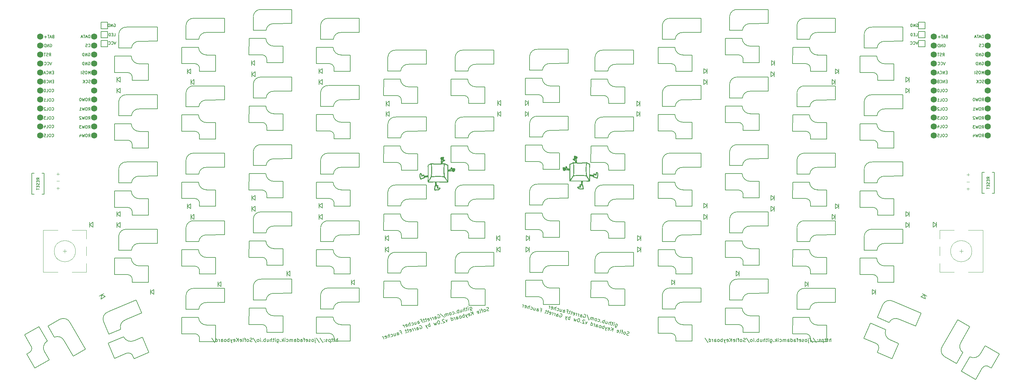
<source format=gbo>
G04 #@! TF.GenerationSoftware,KiCad,Pcbnew,7.0.6*
G04 #@! TF.CreationDate,2023-07-16T22:52:48-04:00*
G04 #@! TF.ProjectId,SofleKeyboard,536f666c-654b-4657-9962-6f6172642e6b,rev?*
G04 #@! TF.SameCoordinates,Original*
G04 #@! TF.FileFunction,Legend,Bot*
G04 #@! TF.FilePolarity,Positive*
%FSLAX46Y46*%
G04 Gerber Fmt 4.6, Leading zero omitted, Abs format (unit mm)*
G04 Created by KiCad (PCBNEW 7.0.6) date 2023-07-16 22:52:48*
%MOMM*%
%LPD*%
G01*
G04 APERTURE LIST*
%ADD10C,0.150000*%
%ADD11C,0.100000*%
%ADD12C,0.120000*%
%ADD13C,0.010000*%
%ADD14C,1.752600*%
G04 APERTURE END LIST*
D10*
X141597244Y-127997629D02*
X141471579Y-128080599D01*
X141471579Y-128080599D02*
X141241597Y-128142223D01*
X141241597Y-128142223D02*
X141137279Y-128120876D01*
X141137279Y-128120876D02*
X141078958Y-128087204D01*
X141078958Y-128087204D02*
X141008312Y-128007536D01*
X141008312Y-128007536D02*
X140983662Y-127915543D01*
X140983662Y-127915543D02*
X141005009Y-127811225D01*
X141005009Y-127811225D02*
X141038681Y-127752904D01*
X141038681Y-127752904D02*
X141118349Y-127682258D01*
X141118349Y-127682258D02*
X141290011Y-127586963D01*
X141290011Y-127586963D02*
X141369679Y-127516317D01*
X141369679Y-127516317D02*
X141403351Y-127457996D01*
X141403351Y-127457996D02*
X141424698Y-127353678D01*
X141424698Y-127353678D02*
X141400048Y-127261685D01*
X141400048Y-127261685D02*
X141329402Y-127182017D01*
X141329402Y-127182017D02*
X141271081Y-127148345D01*
X141271081Y-127148345D02*
X141166763Y-127126998D01*
X141166763Y-127126998D02*
X140936781Y-127188622D01*
X140936781Y-127188622D02*
X140811116Y-127271592D01*
X140505653Y-128339418D02*
X140585321Y-128268772D01*
X140585321Y-128268772D02*
X140618993Y-128210451D01*
X140618993Y-128210451D02*
X140640340Y-128106134D01*
X140640340Y-128106134D02*
X140566392Y-127830155D01*
X140566392Y-127830155D02*
X140495746Y-127750486D01*
X140495746Y-127750486D02*
X140437425Y-127716815D01*
X140437425Y-127716815D02*
X140333107Y-127695468D01*
X140333107Y-127695468D02*
X140195118Y-127732442D01*
X140195118Y-127732442D02*
X140115449Y-127803088D01*
X140115449Y-127803088D02*
X140081778Y-127861409D01*
X140081778Y-127861409D02*
X140060431Y-127965727D01*
X140060431Y-127965727D02*
X140134379Y-128241705D01*
X140134379Y-128241705D02*
X140205025Y-128321374D01*
X140205025Y-128321374D02*
X140263346Y-128355045D01*
X140263346Y-128355045D02*
X140367664Y-128376392D01*
X140367664Y-128376392D02*
X140505653Y-128339418D01*
X139735153Y-127855689D02*
X139367181Y-127954287D01*
X139769709Y-128536614D02*
X139547865Y-127708677D01*
X139547865Y-127708677D02*
X139477219Y-127629009D01*
X139477219Y-127629009D02*
X139372901Y-127607662D01*
X139372901Y-127607662D02*
X139280908Y-127632311D01*
X139079762Y-128721485D02*
X139159430Y-128650839D01*
X139159430Y-128650839D02*
X139180777Y-128546521D01*
X139180777Y-128546521D02*
X138958932Y-127718585D01*
X138331493Y-128872684D02*
X138435811Y-128894031D01*
X138435811Y-128894031D02*
X138619797Y-128844732D01*
X138619797Y-128844732D02*
X138699465Y-128774086D01*
X138699465Y-128774086D02*
X138720812Y-128669768D01*
X138720812Y-128669768D02*
X138622214Y-128301797D01*
X138622214Y-128301797D02*
X138551569Y-128222128D01*
X138551569Y-128222128D02*
X138447251Y-128200781D01*
X138447251Y-128200781D02*
X138263265Y-128250080D01*
X138263265Y-128250080D02*
X138183597Y-128320726D01*
X138183597Y-128320726D02*
X138162250Y-128425044D01*
X138162250Y-128425044D02*
X138186899Y-128517037D01*
X138186899Y-128517037D02*
X138671513Y-128485782D01*
X137147910Y-129239123D02*
X136889091Y-128273197D01*
X136595952Y-129387019D02*
X136862024Y-128724139D01*
X136337133Y-128421094D02*
X137036987Y-128825155D01*
X135801687Y-129550543D02*
X135906005Y-129571890D01*
X135906005Y-129571890D02*
X136089991Y-129522591D01*
X136089991Y-129522591D02*
X136169659Y-129451945D01*
X136169659Y-129451945D02*
X136191006Y-129347628D01*
X136191006Y-129347628D02*
X136092408Y-128979656D01*
X136092408Y-128979656D02*
X136021762Y-128899988D01*
X136021762Y-128899988D02*
X135917445Y-128878641D01*
X135917445Y-128878641D02*
X135733459Y-128927940D01*
X135733459Y-128927940D02*
X135653791Y-128998586D01*
X135653791Y-128998586D02*
X135632444Y-129102903D01*
X135632444Y-129102903D02*
X135657093Y-129194896D01*
X135657093Y-129194896D02*
X136141707Y-129163642D01*
X135273494Y-129051187D02*
X135216058Y-129756761D01*
X134813529Y-129174434D02*
X135216058Y-129756761D01*
X135216058Y-129756761D02*
X135369674Y-129962094D01*
X135369674Y-129962094D02*
X135427995Y-129995766D01*
X135427995Y-129995766D02*
X135532313Y-130017113D01*
X134618103Y-129916982D02*
X134359284Y-128951057D01*
X134457882Y-129319028D02*
X134353565Y-129297681D01*
X134353565Y-129297681D02*
X134169579Y-129346980D01*
X134169579Y-129346980D02*
X134089910Y-129417626D01*
X134089910Y-129417626D02*
X134056239Y-129475947D01*
X134056239Y-129475947D02*
X134034892Y-129580265D01*
X134034892Y-129580265D02*
X134108840Y-129856244D01*
X134108840Y-129856244D02*
X134179486Y-129935912D01*
X134179486Y-129935912D02*
X134237807Y-129969584D01*
X134237807Y-129969584D02*
X134342125Y-129990931D01*
X134342125Y-129990931D02*
X134526111Y-129941632D01*
X134526111Y-129941632D02*
X134605779Y-129870986D01*
X133606181Y-130188126D02*
X133685849Y-130117480D01*
X133685849Y-130117480D02*
X133719521Y-130059159D01*
X133719521Y-130059159D02*
X133740868Y-129954841D01*
X133740868Y-129954841D02*
X133666920Y-129678863D01*
X133666920Y-129678863D02*
X133596274Y-129599194D01*
X133596274Y-129599194D02*
X133537953Y-129565523D01*
X133537953Y-129565523D02*
X133433635Y-129544176D01*
X133433635Y-129544176D02*
X133295646Y-129581150D01*
X133295646Y-129581150D02*
X133215977Y-129651796D01*
X133215977Y-129651796D02*
X133182306Y-129710117D01*
X133182306Y-129710117D02*
X133160959Y-129814435D01*
X133160959Y-129814435D02*
X133234907Y-130090413D01*
X133234907Y-130090413D02*
X133305553Y-130170082D01*
X133305553Y-130170082D02*
X133363874Y-130203753D01*
X133363874Y-130203753D02*
X133468192Y-130225100D01*
X133468192Y-130225100D02*
X133606181Y-130188126D01*
X132456269Y-130496244D02*
X132320697Y-129990283D01*
X132320697Y-129990283D02*
X132342044Y-129885965D01*
X132342044Y-129885965D02*
X132421713Y-129815319D01*
X132421713Y-129815319D02*
X132605699Y-129766021D01*
X132605699Y-129766021D02*
X132710016Y-129787368D01*
X132443945Y-130450248D02*
X132548262Y-130471595D01*
X132548262Y-130471595D02*
X132778245Y-130409971D01*
X132778245Y-130409971D02*
X132857913Y-130339325D01*
X132857913Y-130339325D02*
X132879260Y-130235008D01*
X132879260Y-130235008D02*
X132854610Y-130143015D01*
X132854610Y-130143015D02*
X132783965Y-130063346D01*
X132783965Y-130063346D02*
X132679647Y-130041999D01*
X132679647Y-130041999D02*
X132449665Y-130103623D01*
X132449665Y-130103623D02*
X132345347Y-130082276D01*
X131996305Y-130619491D02*
X131823759Y-129975541D01*
X131873057Y-130159527D02*
X131802411Y-130079858D01*
X131802411Y-130079858D02*
X131744090Y-130046187D01*
X131744090Y-130046187D02*
X131639773Y-130024840D01*
X131639773Y-130024840D02*
X131547780Y-130049489D01*
X130984382Y-130890635D02*
X130725563Y-129924709D01*
X130972057Y-130844639D02*
X131076375Y-130865986D01*
X131076375Y-130865986D02*
X131260361Y-130816687D01*
X131260361Y-130816687D02*
X131340029Y-130746041D01*
X131340029Y-130746041D02*
X131373701Y-130687720D01*
X131373701Y-130687720D02*
X131395048Y-130583402D01*
X131395048Y-130583402D02*
X131321099Y-130307423D01*
X131321099Y-130307423D02*
X131250453Y-130227755D01*
X131250453Y-130227755D02*
X131192132Y-130194083D01*
X131192132Y-130194083D02*
X131087815Y-130172736D01*
X131087815Y-130172736D02*
X130903829Y-130222035D01*
X130903829Y-130222035D02*
X130824161Y-130292681D01*
X129707920Y-130542478D02*
X129650484Y-131248052D01*
X129650484Y-131248052D02*
X129247956Y-130665725D01*
X128864357Y-130522016D02*
X128806035Y-130488344D01*
X128806035Y-130488344D02*
X128701718Y-130466997D01*
X128701718Y-130466997D02*
X128471735Y-130528621D01*
X128471735Y-130528621D02*
X128392067Y-130599267D01*
X128392067Y-130599267D02*
X128358395Y-130657588D01*
X128358395Y-130657588D02*
X128337048Y-130761905D01*
X128337048Y-130761905D02*
X128361698Y-130853898D01*
X128361698Y-130853898D02*
X128444668Y-130979563D01*
X128444668Y-130979563D02*
X129144523Y-131383624D01*
X129144523Y-131383624D02*
X128546569Y-131543845D01*
X128107951Y-131562775D02*
X128074279Y-131621096D01*
X128074279Y-131621096D02*
X128132600Y-131654768D01*
X128132600Y-131654768D02*
X128166272Y-131596447D01*
X128166272Y-131596447D02*
X128107951Y-131562775D01*
X128107951Y-131562775D02*
X128132600Y-131654768D01*
X127229831Y-130861388D02*
X127137838Y-130886037D01*
X127137838Y-130886037D02*
X127058170Y-130956683D01*
X127058170Y-130956683D02*
X127024498Y-131015004D01*
X127024498Y-131015004D02*
X127003151Y-131119322D01*
X127003151Y-131119322D02*
X127006454Y-131315633D01*
X127006454Y-131315633D02*
X127068077Y-131545615D01*
X127068077Y-131545615D02*
X127163372Y-131717276D01*
X127163372Y-131717276D02*
X127234018Y-131796944D01*
X127234018Y-131796944D02*
X127292340Y-131830616D01*
X127292340Y-131830616D02*
X127396657Y-131851963D01*
X127396657Y-131851963D02*
X127488650Y-131827314D01*
X127488650Y-131827314D02*
X127568318Y-131756668D01*
X127568318Y-131756668D02*
X127601990Y-131698347D01*
X127601990Y-131698347D02*
X127623337Y-131594029D01*
X127623337Y-131594029D02*
X127620035Y-131397718D01*
X127620035Y-131397718D02*
X127558411Y-131167736D01*
X127558411Y-131167736D02*
X127463116Y-130996075D01*
X127463116Y-130996075D02*
X127392470Y-130916407D01*
X127392470Y-130916407D02*
X127334149Y-130882735D01*
X127334149Y-130882735D02*
X127229831Y-130861388D01*
X126672154Y-131355909D02*
X126660714Y-132049159D01*
X126660714Y-132049159D02*
X126353481Y-131638493D01*
X126353481Y-131638493D02*
X126292742Y-132147756D01*
X126292742Y-132147756D02*
X125936210Y-131553105D01*
X125004841Y-132492848D02*
X124746022Y-131526923D01*
X124844619Y-131894894D02*
X124740302Y-131873547D01*
X124740302Y-131873547D02*
X124556316Y-131922846D01*
X124556316Y-131922846D02*
X124476648Y-131993492D01*
X124476648Y-131993492D02*
X124442976Y-132051813D01*
X124442976Y-132051813D02*
X124421629Y-132156131D01*
X124421629Y-132156131D02*
X124495577Y-132432110D01*
X124495577Y-132432110D02*
X124566223Y-132511778D01*
X124566223Y-132511778D02*
X124624544Y-132545450D01*
X124624544Y-132545450D02*
X124728862Y-132566797D01*
X124728862Y-132566797D02*
X124912848Y-132517498D01*
X124912848Y-132517498D02*
X124992516Y-132446852D01*
X124050355Y-132058418D02*
X123992918Y-132763992D01*
X123590390Y-132181665D02*
X123992918Y-132763992D01*
X123992918Y-132763992D02*
X124146535Y-132969325D01*
X124146535Y-132969325D02*
X124204856Y-133002997D01*
X124204856Y-133002997D02*
X124309174Y-133024344D01*
X121906565Y-132337052D02*
X121986233Y-132266406D01*
X121986233Y-132266406D02*
X122124222Y-132229432D01*
X122124222Y-132229432D02*
X122274537Y-132238454D01*
X122274537Y-132238454D02*
X122391179Y-132305797D01*
X122391179Y-132305797D02*
X122461825Y-132385466D01*
X122461825Y-132385466D02*
X122557120Y-132557127D01*
X122557120Y-132557127D02*
X122594094Y-132695116D01*
X122594094Y-132695116D02*
X122597397Y-132891427D01*
X122597397Y-132891427D02*
X122576050Y-132995744D01*
X122576050Y-132995744D02*
X122508706Y-133112387D01*
X122508706Y-133112387D02*
X122383041Y-133195357D01*
X122383041Y-133195357D02*
X122291049Y-133220007D01*
X122291049Y-133220007D02*
X122140734Y-133210985D01*
X122140734Y-133210985D02*
X122082413Y-133177313D01*
X122082413Y-133177313D02*
X121996140Y-132855337D01*
X121996140Y-132855337D02*
X122180126Y-132806039D01*
X121279126Y-133491151D02*
X121143554Y-132985189D01*
X121143554Y-132985189D02*
X121164901Y-132880872D01*
X121164901Y-132880872D02*
X121244570Y-132810226D01*
X121244570Y-132810226D02*
X121428555Y-132760927D01*
X121428555Y-132760927D02*
X121532873Y-132782274D01*
X121266802Y-133445154D02*
X121371119Y-133466501D01*
X121371119Y-133466501D02*
X121601101Y-133404878D01*
X121601101Y-133404878D02*
X121680770Y-133334232D01*
X121680770Y-133334232D02*
X121702117Y-133229914D01*
X121702117Y-133229914D02*
X121677467Y-133137921D01*
X121677467Y-133137921D02*
X121606821Y-133058253D01*
X121606821Y-133058253D02*
X121502504Y-133036906D01*
X121502504Y-133036906D02*
X121272521Y-133098529D01*
X121272521Y-133098529D02*
X121168204Y-133077182D01*
X120819161Y-133614398D02*
X120646615Y-132970447D01*
X120695914Y-133154433D02*
X120625268Y-133074765D01*
X120625268Y-133074765D02*
X120566947Y-133041093D01*
X120566947Y-133041093D02*
X120462630Y-133019746D01*
X120462630Y-133019746D02*
X120370637Y-133044396D01*
X120221207Y-133774619D02*
X120048661Y-133130669D01*
X120097960Y-133314655D02*
X120027314Y-133234986D01*
X120027314Y-133234986D02*
X119968993Y-133201315D01*
X119968993Y-133201315D02*
X119864675Y-133179968D01*
X119864675Y-133179968D02*
X119772682Y-133204617D01*
X119242956Y-133987442D02*
X119347274Y-134008789D01*
X119347274Y-134008789D02*
X119531260Y-133959490D01*
X119531260Y-133959490D02*
X119610928Y-133888844D01*
X119610928Y-133888844D02*
X119632275Y-133784526D01*
X119632275Y-133784526D02*
X119533677Y-133416555D01*
X119533677Y-133416555D02*
X119463031Y-133336887D01*
X119463031Y-133336887D02*
X119358714Y-133315539D01*
X119358714Y-133315539D02*
X119174728Y-133364838D01*
X119174728Y-133364838D02*
X119095059Y-133435484D01*
X119095059Y-133435484D02*
X119073712Y-133539802D01*
X119073712Y-133539802D02*
X119098362Y-133631795D01*
X119098362Y-133631795D02*
X119582976Y-133600541D01*
X118760759Y-133475761D02*
X118392788Y-133574359D01*
X118536497Y-133190760D02*
X118758342Y-134018696D01*
X118758342Y-134018696D02*
X118736995Y-134123014D01*
X118736995Y-134123014D02*
X118657327Y-134193660D01*
X118657327Y-134193660D02*
X118565334Y-134218309D01*
X118208801Y-133623658D02*
X117840830Y-133722255D01*
X117984539Y-133338656D02*
X118206384Y-134166593D01*
X118206384Y-134166593D02*
X118185037Y-134270910D01*
X118185037Y-134270910D02*
X118105369Y-134341556D01*
X118105369Y-134341556D02*
X118013376Y-134366206D01*
X116497909Y-134229986D02*
X116819884Y-134143713D01*
X116955456Y-134649674D02*
X116696637Y-133683749D01*
X116696637Y-133683749D02*
X116236672Y-133806996D01*
X115713551Y-134982442D02*
X115577980Y-134476481D01*
X115577980Y-134476481D02*
X115599327Y-134372163D01*
X115599327Y-134372163D02*
X115678995Y-134301517D01*
X115678995Y-134301517D02*
X115862981Y-134252218D01*
X115862981Y-134252218D02*
X115967298Y-134273565D01*
X115701227Y-134936445D02*
X115805544Y-134957792D01*
X115805544Y-134957792D02*
X116035527Y-134896169D01*
X116035527Y-134896169D02*
X116115195Y-134825523D01*
X116115195Y-134825523D02*
X116136542Y-134721205D01*
X116136542Y-134721205D02*
X116111893Y-134629212D01*
X116111893Y-134629212D02*
X116041247Y-134549544D01*
X116041247Y-134549544D02*
X115936929Y-134528197D01*
X115936929Y-134528197D02*
X115706947Y-134589821D01*
X115706947Y-134589821D02*
X115602629Y-134568474D01*
X114667072Y-134572661D02*
X114839618Y-135216611D01*
X115081041Y-134461738D02*
X115216613Y-134967700D01*
X115216613Y-134967700D02*
X115195265Y-135072017D01*
X115195265Y-135072017D02*
X115115597Y-135142663D01*
X115115597Y-135142663D02*
X114977608Y-135179637D01*
X114977608Y-135179637D02*
X114873290Y-135158290D01*
X114873290Y-135158290D02*
X114814969Y-135124619D01*
X113953361Y-135404785D02*
X114057678Y-135426132D01*
X114057678Y-135426132D02*
X114241664Y-135376833D01*
X114241664Y-135376833D02*
X114321333Y-135306187D01*
X114321333Y-135306187D02*
X114355004Y-135247866D01*
X114355004Y-135247866D02*
X114376351Y-135143548D01*
X114376351Y-135143548D02*
X114302403Y-134867569D01*
X114302403Y-134867569D02*
X114231757Y-134787901D01*
X114231757Y-134787901D02*
X114173436Y-134754229D01*
X114173436Y-134754229D02*
X114069118Y-134732882D01*
X114069118Y-134732882D02*
X113885132Y-134782181D01*
X113885132Y-134782181D02*
X113805464Y-134852827D01*
X113551717Y-135561704D02*
X113292898Y-134595778D01*
X113137749Y-135672626D02*
X113002177Y-135166665D01*
X113002177Y-135166665D02*
X113023524Y-135062347D01*
X113023524Y-135062347D02*
X113103192Y-134991701D01*
X113103192Y-134991701D02*
X113241182Y-134954727D01*
X113241182Y-134954727D02*
X113345499Y-134976074D01*
X113345499Y-134976074D02*
X113403821Y-135009746D01*
X112297488Y-135848475D02*
X112401805Y-135869822D01*
X112401805Y-135869822D02*
X112585791Y-135820523D01*
X112585791Y-135820523D02*
X112665459Y-135749877D01*
X112665459Y-135749877D02*
X112686806Y-135645559D01*
X112686806Y-135645559D02*
X112588209Y-135277587D01*
X112588209Y-135277587D02*
X112517563Y-135197919D01*
X112517563Y-135197919D02*
X112413245Y-135176572D01*
X112413245Y-135176572D02*
X112229259Y-135225871D01*
X112229259Y-135225871D02*
X112149591Y-135296517D01*
X112149591Y-135296517D02*
X112128244Y-135400835D01*
X112128244Y-135400835D02*
X112152893Y-135492827D01*
X112152893Y-135492827D02*
X112637508Y-135461573D01*
X111849848Y-136017718D02*
X111677302Y-135373768D01*
X111726600Y-135557754D02*
X111655955Y-135478085D01*
X111655955Y-135478085D02*
X111597633Y-135444414D01*
X111597633Y-135444414D02*
X111493316Y-135423066D01*
X111493316Y-135423066D02*
X111401323Y-135447716D01*
X98784286Y-136820819D02*
X98784286Y-135820819D01*
X98355715Y-136820819D02*
X98355715Y-136297009D01*
X98355715Y-136297009D02*
X98403334Y-136201771D01*
X98403334Y-136201771D02*
X98498572Y-136154152D01*
X98498572Y-136154152D02*
X98641429Y-136154152D01*
X98641429Y-136154152D02*
X98736667Y-136201771D01*
X98736667Y-136201771D02*
X98784286Y-136249390D01*
X98022381Y-136154152D02*
X97641429Y-136154152D01*
X97879524Y-135820819D02*
X97879524Y-136677961D01*
X97879524Y-136677961D02*
X97831905Y-136773200D01*
X97831905Y-136773200D02*
X97736667Y-136820819D01*
X97736667Y-136820819D02*
X97641429Y-136820819D01*
X97450952Y-136154152D02*
X97070000Y-136154152D01*
X97308095Y-135820819D02*
X97308095Y-136677961D01*
X97308095Y-136677961D02*
X97260476Y-136773200D01*
X97260476Y-136773200D02*
X97165238Y-136820819D01*
X97165238Y-136820819D02*
X97070000Y-136820819D01*
X96736666Y-136154152D02*
X96736666Y-137154152D01*
X96736666Y-136201771D02*
X96641428Y-136154152D01*
X96641428Y-136154152D02*
X96450952Y-136154152D01*
X96450952Y-136154152D02*
X96355714Y-136201771D01*
X96355714Y-136201771D02*
X96308095Y-136249390D01*
X96308095Y-136249390D02*
X96260476Y-136344628D01*
X96260476Y-136344628D02*
X96260476Y-136630342D01*
X96260476Y-136630342D02*
X96308095Y-136725580D01*
X96308095Y-136725580D02*
X96355714Y-136773200D01*
X96355714Y-136773200D02*
X96450952Y-136820819D01*
X96450952Y-136820819D02*
X96641428Y-136820819D01*
X96641428Y-136820819D02*
X96736666Y-136773200D01*
X95879523Y-136773200D02*
X95784285Y-136820819D01*
X95784285Y-136820819D02*
X95593809Y-136820819D01*
X95593809Y-136820819D02*
X95498571Y-136773200D01*
X95498571Y-136773200D02*
X95450952Y-136677961D01*
X95450952Y-136677961D02*
X95450952Y-136630342D01*
X95450952Y-136630342D02*
X95498571Y-136535104D01*
X95498571Y-136535104D02*
X95593809Y-136487485D01*
X95593809Y-136487485D02*
X95736666Y-136487485D01*
X95736666Y-136487485D02*
X95831904Y-136439866D01*
X95831904Y-136439866D02*
X95879523Y-136344628D01*
X95879523Y-136344628D02*
X95879523Y-136297009D01*
X95879523Y-136297009D02*
X95831904Y-136201771D01*
X95831904Y-136201771D02*
X95736666Y-136154152D01*
X95736666Y-136154152D02*
X95593809Y-136154152D01*
X95593809Y-136154152D02*
X95498571Y-136201771D01*
X95022380Y-136725580D02*
X94974761Y-136773200D01*
X94974761Y-136773200D02*
X95022380Y-136820819D01*
X95022380Y-136820819D02*
X95069999Y-136773200D01*
X95069999Y-136773200D02*
X95022380Y-136725580D01*
X95022380Y-136725580D02*
X95022380Y-136820819D01*
X95022380Y-136201771D02*
X94974761Y-136249390D01*
X94974761Y-136249390D02*
X95022380Y-136297009D01*
X95022380Y-136297009D02*
X95069999Y-136249390D01*
X95069999Y-136249390D02*
X95022380Y-136201771D01*
X95022380Y-136201771D02*
X95022380Y-136297009D01*
X93831905Y-135773200D02*
X94689047Y-137058914D01*
X92784286Y-135773200D02*
X93641428Y-137058914D01*
X92450952Y-136154152D02*
X92450952Y-137011295D01*
X92450952Y-137011295D02*
X92498571Y-137106533D01*
X92498571Y-137106533D02*
X92593809Y-137154152D01*
X92593809Y-137154152D02*
X92641428Y-137154152D01*
X92450952Y-135820819D02*
X92498571Y-135868438D01*
X92498571Y-135868438D02*
X92450952Y-135916057D01*
X92450952Y-135916057D02*
X92403333Y-135868438D01*
X92403333Y-135868438D02*
X92450952Y-135820819D01*
X92450952Y-135820819D02*
X92450952Y-135916057D01*
X91831905Y-136820819D02*
X91927143Y-136773200D01*
X91927143Y-136773200D02*
X91974762Y-136725580D01*
X91974762Y-136725580D02*
X92022381Y-136630342D01*
X92022381Y-136630342D02*
X92022381Y-136344628D01*
X92022381Y-136344628D02*
X91974762Y-136249390D01*
X91974762Y-136249390D02*
X91927143Y-136201771D01*
X91927143Y-136201771D02*
X91831905Y-136154152D01*
X91831905Y-136154152D02*
X91689048Y-136154152D01*
X91689048Y-136154152D02*
X91593810Y-136201771D01*
X91593810Y-136201771D02*
X91546191Y-136249390D01*
X91546191Y-136249390D02*
X91498572Y-136344628D01*
X91498572Y-136344628D02*
X91498572Y-136630342D01*
X91498572Y-136630342D02*
X91546191Y-136725580D01*
X91546191Y-136725580D02*
X91593810Y-136773200D01*
X91593810Y-136773200D02*
X91689048Y-136820819D01*
X91689048Y-136820819D02*
X91831905Y-136820819D01*
X91117619Y-136773200D02*
X91022381Y-136820819D01*
X91022381Y-136820819D02*
X90831905Y-136820819D01*
X90831905Y-136820819D02*
X90736667Y-136773200D01*
X90736667Y-136773200D02*
X90689048Y-136677961D01*
X90689048Y-136677961D02*
X90689048Y-136630342D01*
X90689048Y-136630342D02*
X90736667Y-136535104D01*
X90736667Y-136535104D02*
X90831905Y-136487485D01*
X90831905Y-136487485D02*
X90974762Y-136487485D01*
X90974762Y-136487485D02*
X91070000Y-136439866D01*
X91070000Y-136439866D02*
X91117619Y-136344628D01*
X91117619Y-136344628D02*
X91117619Y-136297009D01*
X91117619Y-136297009D02*
X91070000Y-136201771D01*
X91070000Y-136201771D02*
X90974762Y-136154152D01*
X90974762Y-136154152D02*
X90831905Y-136154152D01*
X90831905Y-136154152D02*
X90736667Y-136201771D01*
X89879524Y-136773200D02*
X89974762Y-136820819D01*
X89974762Y-136820819D02*
X90165238Y-136820819D01*
X90165238Y-136820819D02*
X90260476Y-136773200D01*
X90260476Y-136773200D02*
X90308095Y-136677961D01*
X90308095Y-136677961D02*
X90308095Y-136297009D01*
X90308095Y-136297009D02*
X90260476Y-136201771D01*
X90260476Y-136201771D02*
X90165238Y-136154152D01*
X90165238Y-136154152D02*
X89974762Y-136154152D01*
X89974762Y-136154152D02*
X89879524Y-136201771D01*
X89879524Y-136201771D02*
X89831905Y-136297009D01*
X89831905Y-136297009D02*
X89831905Y-136392247D01*
X89831905Y-136392247D02*
X90308095Y-136487485D01*
X89546190Y-136154152D02*
X89165238Y-136154152D01*
X89403333Y-136820819D02*
X89403333Y-135963676D01*
X89403333Y-135963676D02*
X89355714Y-135868438D01*
X89355714Y-135868438D02*
X89260476Y-135820819D01*
X89260476Y-135820819D02*
X89165238Y-135820819D01*
X88403333Y-136820819D02*
X88403333Y-136297009D01*
X88403333Y-136297009D02*
X88450952Y-136201771D01*
X88450952Y-136201771D02*
X88546190Y-136154152D01*
X88546190Y-136154152D02*
X88736666Y-136154152D01*
X88736666Y-136154152D02*
X88831904Y-136201771D01*
X88403333Y-136773200D02*
X88498571Y-136820819D01*
X88498571Y-136820819D02*
X88736666Y-136820819D01*
X88736666Y-136820819D02*
X88831904Y-136773200D01*
X88831904Y-136773200D02*
X88879523Y-136677961D01*
X88879523Y-136677961D02*
X88879523Y-136582723D01*
X88879523Y-136582723D02*
X88831904Y-136487485D01*
X88831904Y-136487485D02*
X88736666Y-136439866D01*
X88736666Y-136439866D02*
X88498571Y-136439866D01*
X88498571Y-136439866D02*
X88403333Y-136392247D01*
X87498571Y-136820819D02*
X87498571Y-135820819D01*
X87498571Y-136773200D02*
X87593809Y-136820819D01*
X87593809Y-136820819D02*
X87784285Y-136820819D01*
X87784285Y-136820819D02*
X87879523Y-136773200D01*
X87879523Y-136773200D02*
X87927142Y-136725580D01*
X87927142Y-136725580D02*
X87974761Y-136630342D01*
X87974761Y-136630342D02*
X87974761Y-136344628D01*
X87974761Y-136344628D02*
X87927142Y-136249390D01*
X87927142Y-136249390D02*
X87879523Y-136201771D01*
X87879523Y-136201771D02*
X87784285Y-136154152D01*
X87784285Y-136154152D02*
X87593809Y-136154152D01*
X87593809Y-136154152D02*
X87498571Y-136201771D01*
X86593809Y-136820819D02*
X86593809Y-136297009D01*
X86593809Y-136297009D02*
X86641428Y-136201771D01*
X86641428Y-136201771D02*
X86736666Y-136154152D01*
X86736666Y-136154152D02*
X86927142Y-136154152D01*
X86927142Y-136154152D02*
X87022380Y-136201771D01*
X86593809Y-136773200D02*
X86689047Y-136820819D01*
X86689047Y-136820819D02*
X86927142Y-136820819D01*
X86927142Y-136820819D02*
X87022380Y-136773200D01*
X87022380Y-136773200D02*
X87069999Y-136677961D01*
X87069999Y-136677961D02*
X87069999Y-136582723D01*
X87069999Y-136582723D02*
X87022380Y-136487485D01*
X87022380Y-136487485D02*
X86927142Y-136439866D01*
X86927142Y-136439866D02*
X86689047Y-136439866D01*
X86689047Y-136439866D02*
X86593809Y-136392247D01*
X86117618Y-136820819D02*
X86117618Y-136154152D01*
X86117618Y-136249390D02*
X86069999Y-136201771D01*
X86069999Y-136201771D02*
X85974761Y-136154152D01*
X85974761Y-136154152D02*
X85831904Y-136154152D01*
X85831904Y-136154152D02*
X85736666Y-136201771D01*
X85736666Y-136201771D02*
X85689047Y-136297009D01*
X85689047Y-136297009D02*
X85689047Y-136820819D01*
X85689047Y-136297009D02*
X85641428Y-136201771D01*
X85641428Y-136201771D02*
X85546190Y-136154152D01*
X85546190Y-136154152D02*
X85403333Y-136154152D01*
X85403333Y-136154152D02*
X85308094Y-136201771D01*
X85308094Y-136201771D02*
X85260475Y-136297009D01*
X85260475Y-136297009D02*
X85260475Y-136820819D01*
X84355714Y-136773200D02*
X84450952Y-136820819D01*
X84450952Y-136820819D02*
X84641428Y-136820819D01*
X84641428Y-136820819D02*
X84736666Y-136773200D01*
X84736666Y-136773200D02*
X84784285Y-136725580D01*
X84784285Y-136725580D02*
X84831904Y-136630342D01*
X84831904Y-136630342D02*
X84831904Y-136344628D01*
X84831904Y-136344628D02*
X84784285Y-136249390D01*
X84784285Y-136249390D02*
X84736666Y-136201771D01*
X84736666Y-136201771D02*
X84641428Y-136154152D01*
X84641428Y-136154152D02*
X84450952Y-136154152D01*
X84450952Y-136154152D02*
X84355714Y-136201771D01*
X83927142Y-136820819D02*
X83927142Y-136154152D01*
X83927142Y-135820819D02*
X83974761Y-135868438D01*
X83974761Y-135868438D02*
X83927142Y-135916057D01*
X83927142Y-135916057D02*
X83879523Y-135868438D01*
X83879523Y-135868438D02*
X83927142Y-135820819D01*
X83927142Y-135820819D02*
X83927142Y-135916057D01*
X83450952Y-136820819D02*
X83450952Y-135820819D01*
X83355714Y-136439866D02*
X83070000Y-136820819D01*
X83070000Y-136154152D02*
X83450952Y-136535104D01*
X82641428Y-136725580D02*
X82593809Y-136773200D01*
X82593809Y-136773200D02*
X82641428Y-136820819D01*
X82641428Y-136820819D02*
X82689047Y-136773200D01*
X82689047Y-136773200D02*
X82641428Y-136725580D01*
X82641428Y-136725580D02*
X82641428Y-136820819D01*
X81736667Y-136154152D02*
X81736667Y-136963676D01*
X81736667Y-136963676D02*
X81784286Y-137058914D01*
X81784286Y-137058914D02*
X81831905Y-137106533D01*
X81831905Y-137106533D02*
X81927143Y-137154152D01*
X81927143Y-137154152D02*
X82070000Y-137154152D01*
X82070000Y-137154152D02*
X82165238Y-137106533D01*
X81736667Y-136773200D02*
X81831905Y-136820819D01*
X81831905Y-136820819D02*
X82022381Y-136820819D01*
X82022381Y-136820819D02*
X82117619Y-136773200D01*
X82117619Y-136773200D02*
X82165238Y-136725580D01*
X82165238Y-136725580D02*
X82212857Y-136630342D01*
X82212857Y-136630342D02*
X82212857Y-136344628D01*
X82212857Y-136344628D02*
X82165238Y-136249390D01*
X82165238Y-136249390D02*
X82117619Y-136201771D01*
X82117619Y-136201771D02*
X82022381Y-136154152D01*
X82022381Y-136154152D02*
X81831905Y-136154152D01*
X81831905Y-136154152D02*
X81736667Y-136201771D01*
X81260476Y-136820819D02*
X81260476Y-136154152D01*
X81260476Y-135820819D02*
X81308095Y-135868438D01*
X81308095Y-135868438D02*
X81260476Y-135916057D01*
X81260476Y-135916057D02*
X81212857Y-135868438D01*
X81212857Y-135868438D02*
X81260476Y-135820819D01*
X81260476Y-135820819D02*
X81260476Y-135916057D01*
X80927143Y-136154152D02*
X80546191Y-136154152D01*
X80784286Y-135820819D02*
X80784286Y-136677961D01*
X80784286Y-136677961D02*
X80736667Y-136773200D01*
X80736667Y-136773200D02*
X80641429Y-136820819D01*
X80641429Y-136820819D02*
X80546191Y-136820819D01*
X80212857Y-136820819D02*
X80212857Y-135820819D01*
X79784286Y-136820819D02*
X79784286Y-136297009D01*
X79784286Y-136297009D02*
X79831905Y-136201771D01*
X79831905Y-136201771D02*
X79927143Y-136154152D01*
X79927143Y-136154152D02*
X80070000Y-136154152D01*
X80070000Y-136154152D02*
X80165238Y-136201771D01*
X80165238Y-136201771D02*
X80212857Y-136249390D01*
X78879524Y-136154152D02*
X78879524Y-136820819D01*
X79308095Y-136154152D02*
X79308095Y-136677961D01*
X79308095Y-136677961D02*
X79260476Y-136773200D01*
X79260476Y-136773200D02*
X79165238Y-136820819D01*
X79165238Y-136820819D02*
X79022381Y-136820819D01*
X79022381Y-136820819D02*
X78927143Y-136773200D01*
X78927143Y-136773200D02*
X78879524Y-136725580D01*
X78403333Y-136820819D02*
X78403333Y-135820819D01*
X78403333Y-136201771D02*
X78308095Y-136154152D01*
X78308095Y-136154152D02*
X78117619Y-136154152D01*
X78117619Y-136154152D02*
X78022381Y-136201771D01*
X78022381Y-136201771D02*
X77974762Y-136249390D01*
X77974762Y-136249390D02*
X77927143Y-136344628D01*
X77927143Y-136344628D02*
X77927143Y-136630342D01*
X77927143Y-136630342D02*
X77974762Y-136725580D01*
X77974762Y-136725580D02*
X78022381Y-136773200D01*
X78022381Y-136773200D02*
X78117619Y-136820819D01*
X78117619Y-136820819D02*
X78308095Y-136820819D01*
X78308095Y-136820819D02*
X78403333Y-136773200D01*
X77498571Y-136725580D02*
X77450952Y-136773200D01*
X77450952Y-136773200D02*
X77498571Y-136820819D01*
X77498571Y-136820819D02*
X77546190Y-136773200D01*
X77546190Y-136773200D02*
X77498571Y-136725580D01*
X77498571Y-136725580D02*
X77498571Y-136820819D01*
X77022381Y-136820819D02*
X77022381Y-136154152D01*
X77022381Y-135820819D02*
X77070000Y-135868438D01*
X77070000Y-135868438D02*
X77022381Y-135916057D01*
X77022381Y-135916057D02*
X76974762Y-135868438D01*
X76974762Y-135868438D02*
X77022381Y-135820819D01*
X77022381Y-135820819D02*
X77022381Y-135916057D01*
X76403334Y-136820819D02*
X76498572Y-136773200D01*
X76498572Y-136773200D02*
X76546191Y-136725580D01*
X76546191Y-136725580D02*
X76593810Y-136630342D01*
X76593810Y-136630342D02*
X76593810Y-136344628D01*
X76593810Y-136344628D02*
X76546191Y-136249390D01*
X76546191Y-136249390D02*
X76498572Y-136201771D01*
X76498572Y-136201771D02*
X76403334Y-136154152D01*
X76403334Y-136154152D02*
X76260477Y-136154152D01*
X76260477Y-136154152D02*
X76165239Y-136201771D01*
X76165239Y-136201771D02*
X76117620Y-136249390D01*
X76117620Y-136249390D02*
X76070001Y-136344628D01*
X76070001Y-136344628D02*
X76070001Y-136630342D01*
X76070001Y-136630342D02*
X76117620Y-136725580D01*
X76117620Y-136725580D02*
X76165239Y-136773200D01*
X76165239Y-136773200D02*
X76260477Y-136820819D01*
X76260477Y-136820819D02*
X76403334Y-136820819D01*
X74927144Y-135773200D02*
X75784286Y-137058914D01*
X74641429Y-136773200D02*
X74498572Y-136820819D01*
X74498572Y-136820819D02*
X74260477Y-136820819D01*
X74260477Y-136820819D02*
X74165239Y-136773200D01*
X74165239Y-136773200D02*
X74117620Y-136725580D01*
X74117620Y-136725580D02*
X74070001Y-136630342D01*
X74070001Y-136630342D02*
X74070001Y-136535104D01*
X74070001Y-136535104D02*
X74117620Y-136439866D01*
X74117620Y-136439866D02*
X74165239Y-136392247D01*
X74165239Y-136392247D02*
X74260477Y-136344628D01*
X74260477Y-136344628D02*
X74450953Y-136297009D01*
X74450953Y-136297009D02*
X74546191Y-136249390D01*
X74546191Y-136249390D02*
X74593810Y-136201771D01*
X74593810Y-136201771D02*
X74641429Y-136106533D01*
X74641429Y-136106533D02*
X74641429Y-136011295D01*
X74641429Y-136011295D02*
X74593810Y-135916057D01*
X74593810Y-135916057D02*
X74546191Y-135868438D01*
X74546191Y-135868438D02*
X74450953Y-135820819D01*
X74450953Y-135820819D02*
X74212858Y-135820819D01*
X74212858Y-135820819D02*
X74070001Y-135868438D01*
X73498572Y-136820819D02*
X73593810Y-136773200D01*
X73593810Y-136773200D02*
X73641429Y-136725580D01*
X73641429Y-136725580D02*
X73689048Y-136630342D01*
X73689048Y-136630342D02*
X73689048Y-136344628D01*
X73689048Y-136344628D02*
X73641429Y-136249390D01*
X73641429Y-136249390D02*
X73593810Y-136201771D01*
X73593810Y-136201771D02*
X73498572Y-136154152D01*
X73498572Y-136154152D02*
X73355715Y-136154152D01*
X73355715Y-136154152D02*
X73260477Y-136201771D01*
X73260477Y-136201771D02*
X73212858Y-136249390D01*
X73212858Y-136249390D02*
X73165239Y-136344628D01*
X73165239Y-136344628D02*
X73165239Y-136630342D01*
X73165239Y-136630342D02*
X73212858Y-136725580D01*
X73212858Y-136725580D02*
X73260477Y-136773200D01*
X73260477Y-136773200D02*
X73355715Y-136820819D01*
X73355715Y-136820819D02*
X73498572Y-136820819D01*
X72879524Y-136154152D02*
X72498572Y-136154152D01*
X72736667Y-136820819D02*
X72736667Y-135963676D01*
X72736667Y-135963676D02*
X72689048Y-135868438D01*
X72689048Y-135868438D02*
X72593810Y-135820819D01*
X72593810Y-135820819D02*
X72498572Y-135820819D01*
X72022381Y-136820819D02*
X72117619Y-136773200D01*
X72117619Y-136773200D02*
X72165238Y-136677961D01*
X72165238Y-136677961D02*
X72165238Y-135820819D01*
X71260476Y-136773200D02*
X71355714Y-136820819D01*
X71355714Y-136820819D02*
X71546190Y-136820819D01*
X71546190Y-136820819D02*
X71641428Y-136773200D01*
X71641428Y-136773200D02*
X71689047Y-136677961D01*
X71689047Y-136677961D02*
X71689047Y-136297009D01*
X71689047Y-136297009D02*
X71641428Y-136201771D01*
X71641428Y-136201771D02*
X71546190Y-136154152D01*
X71546190Y-136154152D02*
X71355714Y-136154152D01*
X71355714Y-136154152D02*
X71260476Y-136201771D01*
X71260476Y-136201771D02*
X71212857Y-136297009D01*
X71212857Y-136297009D02*
X71212857Y-136392247D01*
X71212857Y-136392247D02*
X71689047Y-136487485D01*
X70784285Y-136820819D02*
X70784285Y-135820819D01*
X70212857Y-136820819D02*
X70641428Y-136249390D01*
X70212857Y-135820819D02*
X70784285Y-136392247D01*
X69403333Y-136773200D02*
X69498571Y-136820819D01*
X69498571Y-136820819D02*
X69689047Y-136820819D01*
X69689047Y-136820819D02*
X69784285Y-136773200D01*
X69784285Y-136773200D02*
X69831904Y-136677961D01*
X69831904Y-136677961D02*
X69831904Y-136297009D01*
X69831904Y-136297009D02*
X69784285Y-136201771D01*
X69784285Y-136201771D02*
X69689047Y-136154152D01*
X69689047Y-136154152D02*
X69498571Y-136154152D01*
X69498571Y-136154152D02*
X69403333Y-136201771D01*
X69403333Y-136201771D02*
X69355714Y-136297009D01*
X69355714Y-136297009D02*
X69355714Y-136392247D01*
X69355714Y-136392247D02*
X69831904Y-136487485D01*
X69022380Y-136154152D02*
X68784285Y-136820819D01*
X68546190Y-136154152D02*
X68784285Y-136820819D01*
X68784285Y-136820819D02*
X68879523Y-137058914D01*
X68879523Y-137058914D02*
X68927142Y-137106533D01*
X68927142Y-137106533D02*
X69022380Y-137154152D01*
X68165237Y-136820819D02*
X68165237Y-135820819D01*
X68165237Y-136201771D02*
X68069999Y-136154152D01*
X68069999Y-136154152D02*
X67879523Y-136154152D01*
X67879523Y-136154152D02*
X67784285Y-136201771D01*
X67784285Y-136201771D02*
X67736666Y-136249390D01*
X67736666Y-136249390D02*
X67689047Y-136344628D01*
X67689047Y-136344628D02*
X67689047Y-136630342D01*
X67689047Y-136630342D02*
X67736666Y-136725580D01*
X67736666Y-136725580D02*
X67784285Y-136773200D01*
X67784285Y-136773200D02*
X67879523Y-136820819D01*
X67879523Y-136820819D02*
X68069999Y-136820819D01*
X68069999Y-136820819D02*
X68165237Y-136773200D01*
X67117618Y-136820819D02*
X67212856Y-136773200D01*
X67212856Y-136773200D02*
X67260475Y-136725580D01*
X67260475Y-136725580D02*
X67308094Y-136630342D01*
X67308094Y-136630342D02*
X67308094Y-136344628D01*
X67308094Y-136344628D02*
X67260475Y-136249390D01*
X67260475Y-136249390D02*
X67212856Y-136201771D01*
X67212856Y-136201771D02*
X67117618Y-136154152D01*
X67117618Y-136154152D02*
X66974761Y-136154152D01*
X66974761Y-136154152D02*
X66879523Y-136201771D01*
X66879523Y-136201771D02*
X66831904Y-136249390D01*
X66831904Y-136249390D02*
X66784285Y-136344628D01*
X66784285Y-136344628D02*
X66784285Y-136630342D01*
X66784285Y-136630342D02*
X66831904Y-136725580D01*
X66831904Y-136725580D02*
X66879523Y-136773200D01*
X66879523Y-136773200D02*
X66974761Y-136820819D01*
X66974761Y-136820819D02*
X67117618Y-136820819D01*
X65927142Y-136820819D02*
X65927142Y-136297009D01*
X65927142Y-136297009D02*
X65974761Y-136201771D01*
X65974761Y-136201771D02*
X66069999Y-136154152D01*
X66069999Y-136154152D02*
X66260475Y-136154152D01*
X66260475Y-136154152D02*
X66355713Y-136201771D01*
X65927142Y-136773200D02*
X66022380Y-136820819D01*
X66022380Y-136820819D02*
X66260475Y-136820819D01*
X66260475Y-136820819D02*
X66355713Y-136773200D01*
X66355713Y-136773200D02*
X66403332Y-136677961D01*
X66403332Y-136677961D02*
X66403332Y-136582723D01*
X66403332Y-136582723D02*
X66355713Y-136487485D01*
X66355713Y-136487485D02*
X66260475Y-136439866D01*
X66260475Y-136439866D02*
X66022380Y-136439866D01*
X66022380Y-136439866D02*
X65927142Y-136392247D01*
X65450951Y-136820819D02*
X65450951Y-136154152D01*
X65450951Y-136344628D02*
X65403332Y-136249390D01*
X65403332Y-136249390D02*
X65355713Y-136201771D01*
X65355713Y-136201771D02*
X65260475Y-136154152D01*
X65260475Y-136154152D02*
X65165237Y-136154152D01*
X64403332Y-136820819D02*
X64403332Y-135820819D01*
X64403332Y-136773200D02*
X64498570Y-136820819D01*
X64498570Y-136820819D02*
X64689046Y-136820819D01*
X64689046Y-136820819D02*
X64784284Y-136773200D01*
X64784284Y-136773200D02*
X64831903Y-136725580D01*
X64831903Y-136725580D02*
X64879522Y-136630342D01*
X64879522Y-136630342D02*
X64879522Y-136344628D01*
X64879522Y-136344628D02*
X64831903Y-136249390D01*
X64831903Y-136249390D02*
X64784284Y-136201771D01*
X64784284Y-136201771D02*
X64689046Y-136154152D01*
X64689046Y-136154152D02*
X64498570Y-136154152D01*
X64498570Y-136154152D02*
X64403332Y-136201771D01*
X63212856Y-135773200D02*
X64069998Y-137058914D01*
X238059286Y-136852819D02*
X238059286Y-135852819D01*
X237630715Y-136852819D02*
X237630715Y-136329009D01*
X237630715Y-136329009D02*
X237678334Y-136233771D01*
X237678334Y-136233771D02*
X237773572Y-136186152D01*
X237773572Y-136186152D02*
X237916429Y-136186152D01*
X237916429Y-136186152D02*
X238011667Y-136233771D01*
X238011667Y-136233771D02*
X238059286Y-136281390D01*
X237297381Y-136186152D02*
X236916429Y-136186152D01*
X237154524Y-135852819D02*
X237154524Y-136709961D01*
X237154524Y-136709961D02*
X237106905Y-136805200D01*
X237106905Y-136805200D02*
X237011667Y-136852819D01*
X237011667Y-136852819D02*
X236916429Y-136852819D01*
X236725952Y-136186152D02*
X236345000Y-136186152D01*
X236583095Y-135852819D02*
X236583095Y-136709961D01*
X236583095Y-136709961D02*
X236535476Y-136805200D01*
X236535476Y-136805200D02*
X236440238Y-136852819D01*
X236440238Y-136852819D02*
X236345000Y-136852819D01*
X236011666Y-136186152D02*
X236011666Y-137186152D01*
X236011666Y-136233771D02*
X235916428Y-136186152D01*
X235916428Y-136186152D02*
X235725952Y-136186152D01*
X235725952Y-136186152D02*
X235630714Y-136233771D01*
X235630714Y-136233771D02*
X235583095Y-136281390D01*
X235583095Y-136281390D02*
X235535476Y-136376628D01*
X235535476Y-136376628D02*
X235535476Y-136662342D01*
X235535476Y-136662342D02*
X235583095Y-136757580D01*
X235583095Y-136757580D02*
X235630714Y-136805200D01*
X235630714Y-136805200D02*
X235725952Y-136852819D01*
X235725952Y-136852819D02*
X235916428Y-136852819D01*
X235916428Y-136852819D02*
X236011666Y-136805200D01*
X235154523Y-136805200D02*
X235059285Y-136852819D01*
X235059285Y-136852819D02*
X234868809Y-136852819D01*
X234868809Y-136852819D02*
X234773571Y-136805200D01*
X234773571Y-136805200D02*
X234725952Y-136709961D01*
X234725952Y-136709961D02*
X234725952Y-136662342D01*
X234725952Y-136662342D02*
X234773571Y-136567104D01*
X234773571Y-136567104D02*
X234868809Y-136519485D01*
X234868809Y-136519485D02*
X235011666Y-136519485D01*
X235011666Y-136519485D02*
X235106904Y-136471866D01*
X235106904Y-136471866D02*
X235154523Y-136376628D01*
X235154523Y-136376628D02*
X235154523Y-136329009D01*
X235154523Y-136329009D02*
X235106904Y-136233771D01*
X235106904Y-136233771D02*
X235011666Y-136186152D01*
X235011666Y-136186152D02*
X234868809Y-136186152D01*
X234868809Y-136186152D02*
X234773571Y-136233771D01*
X234297380Y-136757580D02*
X234249761Y-136805200D01*
X234249761Y-136805200D02*
X234297380Y-136852819D01*
X234297380Y-136852819D02*
X234344999Y-136805200D01*
X234344999Y-136805200D02*
X234297380Y-136757580D01*
X234297380Y-136757580D02*
X234297380Y-136852819D01*
X234297380Y-136233771D02*
X234249761Y-136281390D01*
X234249761Y-136281390D02*
X234297380Y-136329009D01*
X234297380Y-136329009D02*
X234344999Y-136281390D01*
X234344999Y-136281390D02*
X234297380Y-136233771D01*
X234297380Y-136233771D02*
X234297380Y-136329009D01*
X233106905Y-135805200D02*
X233964047Y-137090914D01*
X232059286Y-135805200D02*
X232916428Y-137090914D01*
X231725952Y-136186152D02*
X231725952Y-137043295D01*
X231725952Y-137043295D02*
X231773571Y-137138533D01*
X231773571Y-137138533D02*
X231868809Y-137186152D01*
X231868809Y-137186152D02*
X231916428Y-137186152D01*
X231725952Y-135852819D02*
X231773571Y-135900438D01*
X231773571Y-135900438D02*
X231725952Y-135948057D01*
X231725952Y-135948057D02*
X231678333Y-135900438D01*
X231678333Y-135900438D02*
X231725952Y-135852819D01*
X231725952Y-135852819D02*
X231725952Y-135948057D01*
X231106905Y-136852819D02*
X231202143Y-136805200D01*
X231202143Y-136805200D02*
X231249762Y-136757580D01*
X231249762Y-136757580D02*
X231297381Y-136662342D01*
X231297381Y-136662342D02*
X231297381Y-136376628D01*
X231297381Y-136376628D02*
X231249762Y-136281390D01*
X231249762Y-136281390D02*
X231202143Y-136233771D01*
X231202143Y-136233771D02*
X231106905Y-136186152D01*
X231106905Y-136186152D02*
X230964048Y-136186152D01*
X230964048Y-136186152D02*
X230868810Y-136233771D01*
X230868810Y-136233771D02*
X230821191Y-136281390D01*
X230821191Y-136281390D02*
X230773572Y-136376628D01*
X230773572Y-136376628D02*
X230773572Y-136662342D01*
X230773572Y-136662342D02*
X230821191Y-136757580D01*
X230821191Y-136757580D02*
X230868810Y-136805200D01*
X230868810Y-136805200D02*
X230964048Y-136852819D01*
X230964048Y-136852819D02*
X231106905Y-136852819D01*
X230392619Y-136805200D02*
X230297381Y-136852819D01*
X230297381Y-136852819D02*
X230106905Y-136852819D01*
X230106905Y-136852819D02*
X230011667Y-136805200D01*
X230011667Y-136805200D02*
X229964048Y-136709961D01*
X229964048Y-136709961D02*
X229964048Y-136662342D01*
X229964048Y-136662342D02*
X230011667Y-136567104D01*
X230011667Y-136567104D02*
X230106905Y-136519485D01*
X230106905Y-136519485D02*
X230249762Y-136519485D01*
X230249762Y-136519485D02*
X230345000Y-136471866D01*
X230345000Y-136471866D02*
X230392619Y-136376628D01*
X230392619Y-136376628D02*
X230392619Y-136329009D01*
X230392619Y-136329009D02*
X230345000Y-136233771D01*
X230345000Y-136233771D02*
X230249762Y-136186152D01*
X230249762Y-136186152D02*
X230106905Y-136186152D01*
X230106905Y-136186152D02*
X230011667Y-136233771D01*
X229154524Y-136805200D02*
X229249762Y-136852819D01*
X229249762Y-136852819D02*
X229440238Y-136852819D01*
X229440238Y-136852819D02*
X229535476Y-136805200D01*
X229535476Y-136805200D02*
X229583095Y-136709961D01*
X229583095Y-136709961D02*
X229583095Y-136329009D01*
X229583095Y-136329009D02*
X229535476Y-136233771D01*
X229535476Y-136233771D02*
X229440238Y-136186152D01*
X229440238Y-136186152D02*
X229249762Y-136186152D01*
X229249762Y-136186152D02*
X229154524Y-136233771D01*
X229154524Y-136233771D02*
X229106905Y-136329009D01*
X229106905Y-136329009D02*
X229106905Y-136424247D01*
X229106905Y-136424247D02*
X229583095Y-136519485D01*
X228821190Y-136186152D02*
X228440238Y-136186152D01*
X228678333Y-136852819D02*
X228678333Y-135995676D01*
X228678333Y-135995676D02*
X228630714Y-135900438D01*
X228630714Y-135900438D02*
X228535476Y-135852819D01*
X228535476Y-135852819D02*
X228440238Y-135852819D01*
X227678333Y-136852819D02*
X227678333Y-136329009D01*
X227678333Y-136329009D02*
X227725952Y-136233771D01*
X227725952Y-136233771D02*
X227821190Y-136186152D01*
X227821190Y-136186152D02*
X228011666Y-136186152D01*
X228011666Y-136186152D02*
X228106904Y-136233771D01*
X227678333Y-136805200D02*
X227773571Y-136852819D01*
X227773571Y-136852819D02*
X228011666Y-136852819D01*
X228011666Y-136852819D02*
X228106904Y-136805200D01*
X228106904Y-136805200D02*
X228154523Y-136709961D01*
X228154523Y-136709961D02*
X228154523Y-136614723D01*
X228154523Y-136614723D02*
X228106904Y-136519485D01*
X228106904Y-136519485D02*
X228011666Y-136471866D01*
X228011666Y-136471866D02*
X227773571Y-136471866D01*
X227773571Y-136471866D02*
X227678333Y-136424247D01*
X226773571Y-136852819D02*
X226773571Y-135852819D01*
X226773571Y-136805200D02*
X226868809Y-136852819D01*
X226868809Y-136852819D02*
X227059285Y-136852819D01*
X227059285Y-136852819D02*
X227154523Y-136805200D01*
X227154523Y-136805200D02*
X227202142Y-136757580D01*
X227202142Y-136757580D02*
X227249761Y-136662342D01*
X227249761Y-136662342D02*
X227249761Y-136376628D01*
X227249761Y-136376628D02*
X227202142Y-136281390D01*
X227202142Y-136281390D02*
X227154523Y-136233771D01*
X227154523Y-136233771D02*
X227059285Y-136186152D01*
X227059285Y-136186152D02*
X226868809Y-136186152D01*
X226868809Y-136186152D02*
X226773571Y-136233771D01*
X225868809Y-136852819D02*
X225868809Y-136329009D01*
X225868809Y-136329009D02*
X225916428Y-136233771D01*
X225916428Y-136233771D02*
X226011666Y-136186152D01*
X226011666Y-136186152D02*
X226202142Y-136186152D01*
X226202142Y-136186152D02*
X226297380Y-136233771D01*
X225868809Y-136805200D02*
X225964047Y-136852819D01*
X225964047Y-136852819D02*
X226202142Y-136852819D01*
X226202142Y-136852819D02*
X226297380Y-136805200D01*
X226297380Y-136805200D02*
X226344999Y-136709961D01*
X226344999Y-136709961D02*
X226344999Y-136614723D01*
X226344999Y-136614723D02*
X226297380Y-136519485D01*
X226297380Y-136519485D02*
X226202142Y-136471866D01*
X226202142Y-136471866D02*
X225964047Y-136471866D01*
X225964047Y-136471866D02*
X225868809Y-136424247D01*
X225392618Y-136852819D02*
X225392618Y-136186152D01*
X225392618Y-136281390D02*
X225344999Y-136233771D01*
X225344999Y-136233771D02*
X225249761Y-136186152D01*
X225249761Y-136186152D02*
X225106904Y-136186152D01*
X225106904Y-136186152D02*
X225011666Y-136233771D01*
X225011666Y-136233771D02*
X224964047Y-136329009D01*
X224964047Y-136329009D02*
X224964047Y-136852819D01*
X224964047Y-136329009D02*
X224916428Y-136233771D01*
X224916428Y-136233771D02*
X224821190Y-136186152D01*
X224821190Y-136186152D02*
X224678333Y-136186152D01*
X224678333Y-136186152D02*
X224583094Y-136233771D01*
X224583094Y-136233771D02*
X224535475Y-136329009D01*
X224535475Y-136329009D02*
X224535475Y-136852819D01*
X223630714Y-136805200D02*
X223725952Y-136852819D01*
X223725952Y-136852819D02*
X223916428Y-136852819D01*
X223916428Y-136852819D02*
X224011666Y-136805200D01*
X224011666Y-136805200D02*
X224059285Y-136757580D01*
X224059285Y-136757580D02*
X224106904Y-136662342D01*
X224106904Y-136662342D02*
X224106904Y-136376628D01*
X224106904Y-136376628D02*
X224059285Y-136281390D01*
X224059285Y-136281390D02*
X224011666Y-136233771D01*
X224011666Y-136233771D02*
X223916428Y-136186152D01*
X223916428Y-136186152D02*
X223725952Y-136186152D01*
X223725952Y-136186152D02*
X223630714Y-136233771D01*
X223202142Y-136852819D02*
X223202142Y-136186152D01*
X223202142Y-135852819D02*
X223249761Y-135900438D01*
X223249761Y-135900438D02*
X223202142Y-135948057D01*
X223202142Y-135948057D02*
X223154523Y-135900438D01*
X223154523Y-135900438D02*
X223202142Y-135852819D01*
X223202142Y-135852819D02*
X223202142Y-135948057D01*
X222725952Y-136852819D02*
X222725952Y-135852819D01*
X222630714Y-136471866D02*
X222345000Y-136852819D01*
X222345000Y-136186152D02*
X222725952Y-136567104D01*
X221916428Y-136757580D02*
X221868809Y-136805200D01*
X221868809Y-136805200D02*
X221916428Y-136852819D01*
X221916428Y-136852819D02*
X221964047Y-136805200D01*
X221964047Y-136805200D02*
X221916428Y-136757580D01*
X221916428Y-136757580D02*
X221916428Y-136852819D01*
X221011667Y-136186152D02*
X221011667Y-136995676D01*
X221011667Y-136995676D02*
X221059286Y-137090914D01*
X221059286Y-137090914D02*
X221106905Y-137138533D01*
X221106905Y-137138533D02*
X221202143Y-137186152D01*
X221202143Y-137186152D02*
X221345000Y-137186152D01*
X221345000Y-137186152D02*
X221440238Y-137138533D01*
X221011667Y-136805200D02*
X221106905Y-136852819D01*
X221106905Y-136852819D02*
X221297381Y-136852819D01*
X221297381Y-136852819D02*
X221392619Y-136805200D01*
X221392619Y-136805200D02*
X221440238Y-136757580D01*
X221440238Y-136757580D02*
X221487857Y-136662342D01*
X221487857Y-136662342D02*
X221487857Y-136376628D01*
X221487857Y-136376628D02*
X221440238Y-136281390D01*
X221440238Y-136281390D02*
X221392619Y-136233771D01*
X221392619Y-136233771D02*
X221297381Y-136186152D01*
X221297381Y-136186152D02*
X221106905Y-136186152D01*
X221106905Y-136186152D02*
X221011667Y-136233771D01*
X220535476Y-136852819D02*
X220535476Y-136186152D01*
X220535476Y-135852819D02*
X220583095Y-135900438D01*
X220583095Y-135900438D02*
X220535476Y-135948057D01*
X220535476Y-135948057D02*
X220487857Y-135900438D01*
X220487857Y-135900438D02*
X220535476Y-135852819D01*
X220535476Y-135852819D02*
X220535476Y-135948057D01*
X220202143Y-136186152D02*
X219821191Y-136186152D01*
X220059286Y-135852819D02*
X220059286Y-136709961D01*
X220059286Y-136709961D02*
X220011667Y-136805200D01*
X220011667Y-136805200D02*
X219916429Y-136852819D01*
X219916429Y-136852819D02*
X219821191Y-136852819D01*
X219487857Y-136852819D02*
X219487857Y-135852819D01*
X219059286Y-136852819D02*
X219059286Y-136329009D01*
X219059286Y-136329009D02*
X219106905Y-136233771D01*
X219106905Y-136233771D02*
X219202143Y-136186152D01*
X219202143Y-136186152D02*
X219345000Y-136186152D01*
X219345000Y-136186152D02*
X219440238Y-136233771D01*
X219440238Y-136233771D02*
X219487857Y-136281390D01*
X218154524Y-136186152D02*
X218154524Y-136852819D01*
X218583095Y-136186152D02*
X218583095Y-136709961D01*
X218583095Y-136709961D02*
X218535476Y-136805200D01*
X218535476Y-136805200D02*
X218440238Y-136852819D01*
X218440238Y-136852819D02*
X218297381Y-136852819D01*
X218297381Y-136852819D02*
X218202143Y-136805200D01*
X218202143Y-136805200D02*
X218154524Y-136757580D01*
X217678333Y-136852819D02*
X217678333Y-135852819D01*
X217678333Y-136233771D02*
X217583095Y-136186152D01*
X217583095Y-136186152D02*
X217392619Y-136186152D01*
X217392619Y-136186152D02*
X217297381Y-136233771D01*
X217297381Y-136233771D02*
X217249762Y-136281390D01*
X217249762Y-136281390D02*
X217202143Y-136376628D01*
X217202143Y-136376628D02*
X217202143Y-136662342D01*
X217202143Y-136662342D02*
X217249762Y-136757580D01*
X217249762Y-136757580D02*
X217297381Y-136805200D01*
X217297381Y-136805200D02*
X217392619Y-136852819D01*
X217392619Y-136852819D02*
X217583095Y-136852819D01*
X217583095Y-136852819D02*
X217678333Y-136805200D01*
X216773571Y-136757580D02*
X216725952Y-136805200D01*
X216725952Y-136805200D02*
X216773571Y-136852819D01*
X216773571Y-136852819D02*
X216821190Y-136805200D01*
X216821190Y-136805200D02*
X216773571Y-136757580D01*
X216773571Y-136757580D02*
X216773571Y-136852819D01*
X216297381Y-136852819D02*
X216297381Y-136186152D01*
X216297381Y-135852819D02*
X216345000Y-135900438D01*
X216345000Y-135900438D02*
X216297381Y-135948057D01*
X216297381Y-135948057D02*
X216249762Y-135900438D01*
X216249762Y-135900438D02*
X216297381Y-135852819D01*
X216297381Y-135852819D02*
X216297381Y-135948057D01*
X215678334Y-136852819D02*
X215773572Y-136805200D01*
X215773572Y-136805200D02*
X215821191Y-136757580D01*
X215821191Y-136757580D02*
X215868810Y-136662342D01*
X215868810Y-136662342D02*
X215868810Y-136376628D01*
X215868810Y-136376628D02*
X215821191Y-136281390D01*
X215821191Y-136281390D02*
X215773572Y-136233771D01*
X215773572Y-136233771D02*
X215678334Y-136186152D01*
X215678334Y-136186152D02*
X215535477Y-136186152D01*
X215535477Y-136186152D02*
X215440239Y-136233771D01*
X215440239Y-136233771D02*
X215392620Y-136281390D01*
X215392620Y-136281390D02*
X215345001Y-136376628D01*
X215345001Y-136376628D02*
X215345001Y-136662342D01*
X215345001Y-136662342D02*
X215392620Y-136757580D01*
X215392620Y-136757580D02*
X215440239Y-136805200D01*
X215440239Y-136805200D02*
X215535477Y-136852819D01*
X215535477Y-136852819D02*
X215678334Y-136852819D01*
X214202144Y-135805200D02*
X215059286Y-137090914D01*
X213916429Y-136805200D02*
X213773572Y-136852819D01*
X213773572Y-136852819D02*
X213535477Y-136852819D01*
X213535477Y-136852819D02*
X213440239Y-136805200D01*
X213440239Y-136805200D02*
X213392620Y-136757580D01*
X213392620Y-136757580D02*
X213345001Y-136662342D01*
X213345001Y-136662342D02*
X213345001Y-136567104D01*
X213345001Y-136567104D02*
X213392620Y-136471866D01*
X213392620Y-136471866D02*
X213440239Y-136424247D01*
X213440239Y-136424247D02*
X213535477Y-136376628D01*
X213535477Y-136376628D02*
X213725953Y-136329009D01*
X213725953Y-136329009D02*
X213821191Y-136281390D01*
X213821191Y-136281390D02*
X213868810Y-136233771D01*
X213868810Y-136233771D02*
X213916429Y-136138533D01*
X213916429Y-136138533D02*
X213916429Y-136043295D01*
X213916429Y-136043295D02*
X213868810Y-135948057D01*
X213868810Y-135948057D02*
X213821191Y-135900438D01*
X213821191Y-135900438D02*
X213725953Y-135852819D01*
X213725953Y-135852819D02*
X213487858Y-135852819D01*
X213487858Y-135852819D02*
X213345001Y-135900438D01*
X212773572Y-136852819D02*
X212868810Y-136805200D01*
X212868810Y-136805200D02*
X212916429Y-136757580D01*
X212916429Y-136757580D02*
X212964048Y-136662342D01*
X212964048Y-136662342D02*
X212964048Y-136376628D01*
X212964048Y-136376628D02*
X212916429Y-136281390D01*
X212916429Y-136281390D02*
X212868810Y-136233771D01*
X212868810Y-136233771D02*
X212773572Y-136186152D01*
X212773572Y-136186152D02*
X212630715Y-136186152D01*
X212630715Y-136186152D02*
X212535477Y-136233771D01*
X212535477Y-136233771D02*
X212487858Y-136281390D01*
X212487858Y-136281390D02*
X212440239Y-136376628D01*
X212440239Y-136376628D02*
X212440239Y-136662342D01*
X212440239Y-136662342D02*
X212487858Y-136757580D01*
X212487858Y-136757580D02*
X212535477Y-136805200D01*
X212535477Y-136805200D02*
X212630715Y-136852819D01*
X212630715Y-136852819D02*
X212773572Y-136852819D01*
X212154524Y-136186152D02*
X211773572Y-136186152D01*
X212011667Y-136852819D02*
X212011667Y-135995676D01*
X212011667Y-135995676D02*
X211964048Y-135900438D01*
X211964048Y-135900438D02*
X211868810Y-135852819D01*
X211868810Y-135852819D02*
X211773572Y-135852819D01*
X211297381Y-136852819D02*
X211392619Y-136805200D01*
X211392619Y-136805200D02*
X211440238Y-136709961D01*
X211440238Y-136709961D02*
X211440238Y-135852819D01*
X210535476Y-136805200D02*
X210630714Y-136852819D01*
X210630714Y-136852819D02*
X210821190Y-136852819D01*
X210821190Y-136852819D02*
X210916428Y-136805200D01*
X210916428Y-136805200D02*
X210964047Y-136709961D01*
X210964047Y-136709961D02*
X210964047Y-136329009D01*
X210964047Y-136329009D02*
X210916428Y-136233771D01*
X210916428Y-136233771D02*
X210821190Y-136186152D01*
X210821190Y-136186152D02*
X210630714Y-136186152D01*
X210630714Y-136186152D02*
X210535476Y-136233771D01*
X210535476Y-136233771D02*
X210487857Y-136329009D01*
X210487857Y-136329009D02*
X210487857Y-136424247D01*
X210487857Y-136424247D02*
X210964047Y-136519485D01*
X210059285Y-136852819D02*
X210059285Y-135852819D01*
X209487857Y-136852819D02*
X209916428Y-136281390D01*
X209487857Y-135852819D02*
X210059285Y-136424247D01*
X208678333Y-136805200D02*
X208773571Y-136852819D01*
X208773571Y-136852819D02*
X208964047Y-136852819D01*
X208964047Y-136852819D02*
X209059285Y-136805200D01*
X209059285Y-136805200D02*
X209106904Y-136709961D01*
X209106904Y-136709961D02*
X209106904Y-136329009D01*
X209106904Y-136329009D02*
X209059285Y-136233771D01*
X209059285Y-136233771D02*
X208964047Y-136186152D01*
X208964047Y-136186152D02*
X208773571Y-136186152D01*
X208773571Y-136186152D02*
X208678333Y-136233771D01*
X208678333Y-136233771D02*
X208630714Y-136329009D01*
X208630714Y-136329009D02*
X208630714Y-136424247D01*
X208630714Y-136424247D02*
X209106904Y-136519485D01*
X208297380Y-136186152D02*
X208059285Y-136852819D01*
X207821190Y-136186152D02*
X208059285Y-136852819D01*
X208059285Y-136852819D02*
X208154523Y-137090914D01*
X208154523Y-137090914D02*
X208202142Y-137138533D01*
X208202142Y-137138533D02*
X208297380Y-137186152D01*
X207440237Y-136852819D02*
X207440237Y-135852819D01*
X207440237Y-136233771D02*
X207344999Y-136186152D01*
X207344999Y-136186152D02*
X207154523Y-136186152D01*
X207154523Y-136186152D02*
X207059285Y-136233771D01*
X207059285Y-136233771D02*
X207011666Y-136281390D01*
X207011666Y-136281390D02*
X206964047Y-136376628D01*
X206964047Y-136376628D02*
X206964047Y-136662342D01*
X206964047Y-136662342D02*
X207011666Y-136757580D01*
X207011666Y-136757580D02*
X207059285Y-136805200D01*
X207059285Y-136805200D02*
X207154523Y-136852819D01*
X207154523Y-136852819D02*
X207344999Y-136852819D01*
X207344999Y-136852819D02*
X207440237Y-136805200D01*
X206392618Y-136852819D02*
X206487856Y-136805200D01*
X206487856Y-136805200D02*
X206535475Y-136757580D01*
X206535475Y-136757580D02*
X206583094Y-136662342D01*
X206583094Y-136662342D02*
X206583094Y-136376628D01*
X206583094Y-136376628D02*
X206535475Y-136281390D01*
X206535475Y-136281390D02*
X206487856Y-136233771D01*
X206487856Y-136233771D02*
X206392618Y-136186152D01*
X206392618Y-136186152D02*
X206249761Y-136186152D01*
X206249761Y-136186152D02*
X206154523Y-136233771D01*
X206154523Y-136233771D02*
X206106904Y-136281390D01*
X206106904Y-136281390D02*
X206059285Y-136376628D01*
X206059285Y-136376628D02*
X206059285Y-136662342D01*
X206059285Y-136662342D02*
X206106904Y-136757580D01*
X206106904Y-136757580D02*
X206154523Y-136805200D01*
X206154523Y-136805200D02*
X206249761Y-136852819D01*
X206249761Y-136852819D02*
X206392618Y-136852819D01*
X205202142Y-136852819D02*
X205202142Y-136329009D01*
X205202142Y-136329009D02*
X205249761Y-136233771D01*
X205249761Y-136233771D02*
X205344999Y-136186152D01*
X205344999Y-136186152D02*
X205535475Y-136186152D01*
X205535475Y-136186152D02*
X205630713Y-136233771D01*
X205202142Y-136805200D02*
X205297380Y-136852819D01*
X205297380Y-136852819D02*
X205535475Y-136852819D01*
X205535475Y-136852819D02*
X205630713Y-136805200D01*
X205630713Y-136805200D02*
X205678332Y-136709961D01*
X205678332Y-136709961D02*
X205678332Y-136614723D01*
X205678332Y-136614723D02*
X205630713Y-136519485D01*
X205630713Y-136519485D02*
X205535475Y-136471866D01*
X205535475Y-136471866D02*
X205297380Y-136471866D01*
X205297380Y-136471866D02*
X205202142Y-136424247D01*
X204725951Y-136852819D02*
X204725951Y-136186152D01*
X204725951Y-136376628D02*
X204678332Y-136281390D01*
X204678332Y-136281390D02*
X204630713Y-136233771D01*
X204630713Y-136233771D02*
X204535475Y-136186152D01*
X204535475Y-136186152D02*
X204440237Y-136186152D01*
X203678332Y-136852819D02*
X203678332Y-135852819D01*
X203678332Y-136805200D02*
X203773570Y-136852819D01*
X203773570Y-136852819D02*
X203964046Y-136852819D01*
X203964046Y-136852819D02*
X204059284Y-136805200D01*
X204059284Y-136805200D02*
X204106903Y-136757580D01*
X204106903Y-136757580D02*
X204154522Y-136662342D01*
X204154522Y-136662342D02*
X204154522Y-136376628D01*
X204154522Y-136376628D02*
X204106903Y-136281390D01*
X204106903Y-136281390D02*
X204059284Y-136233771D01*
X204059284Y-136233771D02*
X203964046Y-136186152D01*
X203964046Y-136186152D02*
X203773570Y-136186152D01*
X203773570Y-136186152D02*
X203678332Y-136233771D01*
X202487856Y-135805200D02*
X203344998Y-137090914D01*
X180911461Y-135005020D02*
X180761147Y-135014043D01*
X180761147Y-135014043D02*
X180531165Y-134952419D01*
X180531165Y-134952419D02*
X180451497Y-134881773D01*
X180451497Y-134881773D02*
X180417825Y-134823452D01*
X180417825Y-134823452D02*
X180396478Y-134719134D01*
X180396478Y-134719134D02*
X180421127Y-134627141D01*
X180421127Y-134627141D02*
X180491773Y-134547473D01*
X180491773Y-134547473D02*
X180550094Y-134513802D01*
X180550094Y-134513802D02*
X180654412Y-134492454D01*
X180654412Y-134492454D02*
X180850723Y-134495757D01*
X180850723Y-134495757D02*
X180955040Y-134474410D01*
X180955040Y-134474410D02*
X181013362Y-134440738D01*
X181013362Y-134440738D02*
X181084007Y-134361070D01*
X181084007Y-134361070D02*
X181108657Y-134269077D01*
X181108657Y-134269077D02*
X181087310Y-134164759D01*
X181087310Y-134164759D02*
X181053638Y-134106438D01*
X181053638Y-134106438D02*
X180973970Y-134035792D01*
X180973970Y-134035792D02*
X180743988Y-133974169D01*
X180743988Y-133974169D02*
X180593673Y-133983191D01*
X179795221Y-134755224D02*
X179899539Y-134733877D01*
X179899539Y-134733877D02*
X179957860Y-134700205D01*
X179957860Y-134700205D02*
X180028506Y-134620537D01*
X180028506Y-134620537D02*
X180102454Y-134344558D01*
X180102454Y-134344558D02*
X180081107Y-134240240D01*
X180081107Y-134240240D02*
X180047436Y-134181919D01*
X180047436Y-134181919D02*
X179967767Y-134111273D01*
X179967767Y-134111273D02*
X179829778Y-134074299D01*
X179829778Y-134074299D02*
X179725460Y-134095646D01*
X179725460Y-134095646D02*
X179667139Y-134129318D01*
X179667139Y-134129318D02*
X179596493Y-134208986D01*
X179596493Y-134208986D02*
X179522545Y-134484965D01*
X179522545Y-134484965D02*
X179543892Y-134589282D01*
X179543892Y-134589282D02*
X179577564Y-134647604D01*
X179577564Y-134647604D02*
X179657232Y-134718250D01*
X179657232Y-134718250D02*
X179795221Y-134755224D01*
X179369813Y-133951052D02*
X179001842Y-133852454D01*
X179059278Y-134558028D02*
X179281123Y-133730092D01*
X179281123Y-133730092D02*
X179259776Y-133625774D01*
X179259776Y-133625774D02*
X179180107Y-133555128D01*
X179180107Y-133555128D02*
X179088115Y-133530479D01*
X178369330Y-134373157D02*
X178473648Y-134351810D01*
X178473648Y-134351810D02*
X178544294Y-134272142D01*
X178544294Y-134272142D02*
X178766139Y-133444206D01*
X177645711Y-134129965D02*
X177725379Y-134200611D01*
X177725379Y-134200611D02*
X177909365Y-134249910D01*
X177909365Y-134249910D02*
X178013683Y-134228563D01*
X178013683Y-134228563D02*
X178084329Y-134148895D01*
X178084329Y-134148895D02*
X178182927Y-133780923D01*
X178182927Y-133780923D02*
X178161580Y-133676605D01*
X178161580Y-133676605D02*
X178081911Y-133605960D01*
X178081911Y-133605960D02*
X177897925Y-133556661D01*
X177897925Y-133556661D02*
X177793608Y-133578008D01*
X177793608Y-133578008D02*
X177722962Y-133657676D01*
X177722962Y-133657676D02*
X177698312Y-133749669D01*
X177698312Y-133749669D02*
X178133628Y-133964909D01*
X176437478Y-133855519D02*
X176696297Y-132889593D01*
X175885520Y-133707622D02*
X176447385Y-133266587D01*
X176144339Y-132741697D02*
X176548400Y-133441551D01*
X175115905Y-133452106D02*
X175195573Y-133522752D01*
X175195573Y-133522752D02*
X175379559Y-133572051D01*
X175379559Y-133572051D02*
X175483877Y-133550704D01*
X175483877Y-133550704D02*
X175554523Y-133471035D01*
X175554523Y-133471035D02*
X175653120Y-133103064D01*
X175653120Y-133103064D02*
X175631773Y-132998746D01*
X175631773Y-132998746D02*
X175552105Y-132928100D01*
X175552105Y-132928100D02*
X175368119Y-132878801D01*
X175368119Y-132878801D02*
X175263802Y-132900148D01*
X175263802Y-132900148D02*
X175193156Y-132979816D01*
X175193156Y-132979816D02*
X175168506Y-133071809D01*
X175168506Y-133071809D02*
X175603822Y-133287049D01*
X174908155Y-132755554D02*
X174505626Y-133337881D01*
X174448190Y-132632307D02*
X174505626Y-133337881D01*
X174505626Y-133337881D02*
X174535995Y-133592513D01*
X174535995Y-133592513D02*
X174569667Y-133650834D01*
X174569667Y-133650834D02*
X174649335Y-133721480D01*
X173907672Y-133177660D02*
X174166491Y-132211734D01*
X174067893Y-132579705D02*
X173988225Y-132509060D01*
X173988225Y-132509060D02*
X173804239Y-132459761D01*
X173804239Y-132459761D02*
X173699921Y-132481108D01*
X173699921Y-132481108D02*
X173641600Y-132514779D01*
X173641600Y-132514779D02*
X173570954Y-132594448D01*
X173570954Y-132594448D02*
X173497006Y-132870426D01*
X173497006Y-132870426D02*
X173518353Y-132974744D01*
X173518353Y-132974744D02*
X173552025Y-133033065D01*
X173552025Y-133033065D02*
X173631693Y-133103711D01*
X173631693Y-133103711D02*
X173815679Y-133153010D01*
X173815679Y-133153010D02*
X173919997Y-133131663D01*
X172895749Y-132906516D02*
X173000067Y-132885169D01*
X173000067Y-132885169D02*
X173058388Y-132851497D01*
X173058388Y-132851497D02*
X173129034Y-132771829D01*
X173129034Y-132771829D02*
X173202982Y-132495850D01*
X173202982Y-132495850D02*
X173181635Y-132391532D01*
X173181635Y-132391532D02*
X173147964Y-132333211D01*
X173147964Y-132333211D02*
X173068295Y-132262565D01*
X173068295Y-132262565D02*
X172930306Y-132225591D01*
X172930306Y-132225591D02*
X172825988Y-132246938D01*
X172825988Y-132246938D02*
X172767667Y-132280610D01*
X172767667Y-132280610D02*
X172697021Y-132360278D01*
X172697021Y-132360278D02*
X172623073Y-132636257D01*
X172623073Y-132636257D02*
X172644420Y-132740575D01*
X172644420Y-132740575D02*
X172678092Y-132798896D01*
X172678092Y-132798896D02*
X172757760Y-132869542D01*
X172757760Y-132869542D02*
X172895749Y-132906516D01*
X171745838Y-132598398D02*
X171881410Y-132092437D01*
X171881410Y-132092437D02*
X171952055Y-132012768D01*
X171952055Y-132012768D02*
X172056373Y-131991421D01*
X172056373Y-131991421D02*
X172240359Y-132040720D01*
X172240359Y-132040720D02*
X172320027Y-132111366D01*
X171758162Y-132552401D02*
X171837831Y-132623047D01*
X171837831Y-132623047D02*
X172067813Y-132684671D01*
X172067813Y-132684671D02*
X172172131Y-132663324D01*
X172172131Y-132663324D02*
X172242776Y-132583656D01*
X172242776Y-132583656D02*
X172267426Y-132491663D01*
X172267426Y-132491663D02*
X172246079Y-132387345D01*
X172246079Y-132387345D02*
X172166411Y-132316699D01*
X172166411Y-132316699D02*
X171936428Y-132255075D01*
X171936428Y-132255075D02*
X171856760Y-132184430D01*
X171285873Y-132475151D02*
X171458419Y-131831200D01*
X171409120Y-132015186D02*
X171387773Y-131910868D01*
X171387773Y-131910868D02*
X171354101Y-131852547D01*
X171354101Y-131852547D02*
X171274433Y-131781901D01*
X171274433Y-131781901D02*
X171182440Y-131757252D01*
X170273950Y-132204007D02*
X170532769Y-131238081D01*
X170286275Y-132158010D02*
X170365943Y-132228656D01*
X170365943Y-132228656D02*
X170549929Y-132277955D01*
X170549929Y-132277955D02*
X170654247Y-132256608D01*
X170654247Y-132256608D02*
X170712568Y-132222936D01*
X170712568Y-132222936D02*
X170783214Y-132143268D01*
X170783214Y-132143268D02*
X170857162Y-131867289D01*
X170857162Y-131867289D02*
X170835815Y-131762972D01*
X170835815Y-131762972D02*
X170802143Y-131704650D01*
X170802143Y-131704650D02*
X170722475Y-131634005D01*
X170722475Y-131634005D02*
X170538489Y-131584706D01*
X170538489Y-131584706D02*
X170434172Y-131606053D01*
X169342581Y-131264263D02*
X168940052Y-131846590D01*
X168940052Y-131846590D02*
X168882616Y-131141016D01*
X168622264Y-130824760D02*
X168588592Y-130766439D01*
X168588592Y-130766439D02*
X168508924Y-130695793D01*
X168508924Y-130695793D02*
X168278942Y-130634170D01*
X168278942Y-130634170D02*
X168174624Y-130655517D01*
X168174624Y-130655517D02*
X168116303Y-130689188D01*
X168116303Y-130689188D02*
X168045657Y-130768857D01*
X168045657Y-130768857D02*
X168021008Y-130860850D01*
X168021008Y-130860850D02*
X168030030Y-131011164D01*
X168030030Y-131011164D02*
X168434091Y-131711018D01*
X168434091Y-131711018D02*
X167836137Y-131550797D01*
X167446818Y-131347881D02*
X167388497Y-131381553D01*
X167388497Y-131381553D02*
X167422169Y-131439874D01*
X167422169Y-131439874D02*
X167480490Y-131406202D01*
X167480490Y-131406202D02*
X167446818Y-131347881D01*
X167446818Y-131347881D02*
X167422169Y-131439874D01*
X167037038Y-130301402D02*
X166945045Y-130276753D01*
X166945045Y-130276753D02*
X166840727Y-130298100D01*
X166840727Y-130298100D02*
X166782406Y-130331772D01*
X166782406Y-130331772D02*
X166711760Y-130411440D01*
X166711760Y-130411440D02*
X166616465Y-130583101D01*
X166616465Y-130583101D02*
X166554841Y-130813084D01*
X166554841Y-130813084D02*
X166551539Y-131009394D01*
X166551539Y-131009394D02*
X166572886Y-131113712D01*
X166572886Y-131113712D02*
X166606557Y-131172033D01*
X166606557Y-131172033D02*
X166686226Y-131242679D01*
X166686226Y-131242679D02*
X166778219Y-131267328D01*
X166778219Y-131267328D02*
X166882536Y-131245981D01*
X166882536Y-131245981D02*
X166940857Y-131212309D01*
X166940857Y-131212309D02*
X167011503Y-131132641D01*
X167011503Y-131132641D02*
X167106799Y-130960980D01*
X167106799Y-130960980D02*
X167168422Y-130730998D01*
X167168422Y-130730998D02*
X167171725Y-130534687D01*
X167171725Y-130534687D02*
X167150378Y-130430370D01*
X167150378Y-130430370D02*
X167116706Y-130372048D01*
X167116706Y-130372048D02*
X167037038Y-130301402D01*
X166306814Y-130450832D02*
X165950282Y-131045483D01*
X165950282Y-131045483D02*
X165889543Y-130536220D01*
X165889543Y-130536220D02*
X165582310Y-130946886D01*
X165582310Y-130946886D02*
X165570870Y-130253636D01*
X164294409Y-130601794D02*
X164553228Y-129635868D01*
X164454630Y-130003839D02*
X164374962Y-129933194D01*
X164374962Y-129933194D02*
X164190976Y-129883895D01*
X164190976Y-129883895D02*
X164086659Y-129905242D01*
X164086659Y-129905242D02*
X164028337Y-129938913D01*
X164028337Y-129938913D02*
X163957691Y-130018582D01*
X163957691Y-130018582D02*
X163883743Y-130294560D01*
X163883743Y-130294560D02*
X163905090Y-130398878D01*
X163905090Y-130398878D02*
X163938762Y-130457199D01*
X163938762Y-130457199D02*
X164018430Y-130527845D01*
X164018430Y-130527845D02*
X164202416Y-130577144D01*
X164202416Y-130577144D02*
X164306734Y-130555797D01*
X163685015Y-129748323D02*
X163282487Y-130330650D01*
X163225050Y-129625076D02*
X163282487Y-130330650D01*
X163282487Y-130330650D02*
X163312856Y-130585282D01*
X163312856Y-130585282D02*
X163346528Y-130643603D01*
X163346528Y-130643603D02*
X163426196Y-130714249D01*
X161689122Y-128917732D02*
X161793439Y-128896385D01*
X161793439Y-128896385D02*
X161931429Y-128933359D01*
X161931429Y-128933359D02*
X162057094Y-129016329D01*
X162057094Y-129016329D02*
X162124437Y-129132972D01*
X162124437Y-129132972D02*
X162145784Y-129237289D01*
X162145784Y-129237289D02*
X162142482Y-129433600D01*
X162142482Y-129433600D02*
X162105508Y-129571589D01*
X162105508Y-129571589D02*
X162010212Y-129743250D01*
X162010212Y-129743250D02*
X161939566Y-129822919D01*
X161939566Y-129822919D02*
X161822924Y-129890262D01*
X161822924Y-129890262D02*
X161672610Y-129899285D01*
X161672610Y-129899285D02*
X161580617Y-129874635D01*
X161580617Y-129874635D02*
X161454952Y-129791664D01*
X161454952Y-129791664D02*
X161421280Y-129733343D01*
X161421280Y-129733343D02*
X161507553Y-129411368D01*
X161507553Y-129411368D02*
X161691539Y-129460667D01*
X160568695Y-129603491D02*
X160704266Y-129097530D01*
X160704266Y-129097530D02*
X160774912Y-129017862D01*
X160774912Y-129017862D02*
X160879230Y-128996515D01*
X160879230Y-128996515D02*
X161063216Y-129045814D01*
X161063216Y-129045814D02*
X161142884Y-129116460D01*
X160581019Y-129557495D02*
X160660687Y-129628141D01*
X160660687Y-129628141D02*
X160890670Y-129689764D01*
X160890670Y-129689764D02*
X160994987Y-129668417D01*
X160994987Y-129668417D02*
X161065633Y-129588749D01*
X161065633Y-129588749D02*
X161090283Y-129496756D01*
X161090283Y-129496756D02*
X161068936Y-129392439D01*
X161068936Y-129392439D02*
X160989268Y-129321793D01*
X160989268Y-129321793D02*
X160759285Y-129260169D01*
X160759285Y-129260169D02*
X160679617Y-129189523D01*
X160108730Y-129480244D02*
X160281276Y-128836294D01*
X160231977Y-129020279D02*
X160210630Y-128915962D01*
X160210630Y-128915962D02*
X160176958Y-128857641D01*
X160176958Y-128857641D02*
X160097290Y-128786995D01*
X160097290Y-128786995D02*
X160005297Y-128762345D01*
X159510775Y-129320023D02*
X159683321Y-128676072D01*
X159634023Y-128860058D02*
X159612675Y-128755740D01*
X159612675Y-128755740D02*
X159579004Y-128697419D01*
X159579004Y-128697419D02*
X159499335Y-128626773D01*
X159499335Y-128626773D02*
X159407343Y-128602124D01*
X158557174Y-129015207D02*
X158636842Y-129085853D01*
X158636842Y-129085853D02*
X158820828Y-129135152D01*
X158820828Y-129135152D02*
X158925146Y-129113805D01*
X158925146Y-129113805D02*
X158995792Y-129034137D01*
X158995792Y-129034137D02*
X159094389Y-128666165D01*
X159094389Y-128666165D02*
X159073042Y-128561847D01*
X159073042Y-128561847D02*
X158993374Y-128491201D01*
X158993374Y-128491201D02*
X158809388Y-128441902D01*
X158809388Y-128441902D02*
X158705070Y-128463250D01*
X158705070Y-128463250D02*
X158634425Y-128542918D01*
X158634425Y-128542918D02*
X158609775Y-128634911D01*
X158609775Y-128634911D02*
X159045090Y-128850151D01*
X158395420Y-128330980D02*
X158027448Y-128232382D01*
X158343703Y-127972031D02*
X158121858Y-128799967D01*
X158121858Y-128799967D02*
X158051213Y-128879635D01*
X158051213Y-128879635D02*
X157946895Y-128900982D01*
X157946895Y-128900982D02*
X157854902Y-128876333D01*
X157843462Y-128183083D02*
X157475490Y-128084486D01*
X157791745Y-127824134D02*
X157569900Y-128652070D01*
X157569900Y-128652070D02*
X157499255Y-128731739D01*
X157499255Y-128731739D02*
X157394937Y-128753086D01*
X157394937Y-128753086D02*
X157302944Y-128728436D01*
X156058621Y-127852733D02*
X156380596Y-127939006D01*
X156245025Y-128444967D02*
X156503844Y-127479042D01*
X156503844Y-127479042D02*
X156043879Y-127355794D01*
X155003120Y-128112200D02*
X155138692Y-127606239D01*
X155138692Y-127606239D02*
X155209338Y-127526571D01*
X155209338Y-127526571D02*
X155313655Y-127505224D01*
X155313655Y-127505224D02*
X155497641Y-127554523D01*
X155497641Y-127554523D02*
X155577309Y-127625168D01*
X155015444Y-128066204D02*
X155095113Y-128136850D01*
X155095113Y-128136850D02*
X155325095Y-128198473D01*
X155325095Y-128198473D02*
X155429413Y-128177126D01*
X155429413Y-128177126D02*
X155500059Y-128097458D01*
X155500059Y-128097458D02*
X155524708Y-128005465D01*
X155524708Y-128005465D02*
X155503361Y-127901147D01*
X155503361Y-127901147D02*
X155423693Y-127830501D01*
X155423693Y-127830501D02*
X155193710Y-127768878D01*
X155193710Y-127768878D02*
X155114042Y-127698232D01*
X154301733Y-127234080D02*
X154129187Y-127878030D01*
X154715701Y-127345002D02*
X154580129Y-127850963D01*
X154580129Y-127850963D02*
X154509483Y-127930632D01*
X154509483Y-127930632D02*
X154405166Y-127951979D01*
X154405166Y-127951979D02*
X154267176Y-127915005D01*
X154267176Y-127915005D02*
X154187508Y-127844359D01*
X154187508Y-127844359D02*
X154153836Y-127786037D01*
X153267579Y-127597864D02*
X153347247Y-127668510D01*
X153347247Y-127668510D02*
X153531233Y-127717809D01*
X153531233Y-127717809D02*
X153635550Y-127696462D01*
X153635550Y-127696462D02*
X153693871Y-127662790D01*
X153693871Y-127662790D02*
X153764517Y-127583122D01*
X153764517Y-127583122D02*
X153838466Y-127307143D01*
X153838466Y-127307143D02*
X153817119Y-127202826D01*
X153817119Y-127202826D02*
X153783447Y-127144504D01*
X153783447Y-127144504D02*
X153703779Y-127073859D01*
X153703779Y-127073859D02*
X153519793Y-127024560D01*
X153519793Y-127024560D02*
X153415475Y-127045907D01*
X152841285Y-127532938D02*
X153100105Y-126567012D01*
X152427317Y-127422016D02*
X152562889Y-126916055D01*
X152562889Y-126916055D02*
X152633535Y-126836386D01*
X152633535Y-126836386D02*
X152737853Y-126815039D01*
X152737853Y-126815039D02*
X152875842Y-126852014D01*
X152875842Y-126852014D02*
X152955510Y-126922660D01*
X152955510Y-126922660D02*
X152989182Y-126980981D01*
X151611705Y-127154174D02*
X151691374Y-127224820D01*
X151691374Y-127224820D02*
X151875360Y-127274119D01*
X151875360Y-127274119D02*
X151979677Y-127252772D01*
X151979677Y-127252772D02*
X152050323Y-127173104D01*
X152050323Y-127173104D02*
X152148921Y-126805132D01*
X152148921Y-126805132D02*
X152127574Y-126700815D01*
X152127574Y-126700815D02*
X152047906Y-126630169D01*
X152047906Y-126630169D02*
X151863920Y-126580870D01*
X151863920Y-126580870D02*
X151759602Y-126602217D01*
X151759602Y-126602217D02*
X151688956Y-126681885D01*
X151688956Y-126681885D02*
X151664307Y-126773878D01*
X151664307Y-126773878D02*
X152099622Y-126989118D01*
X151139416Y-127076924D02*
X151311962Y-126432973D01*
X151262663Y-126616959D02*
X151241316Y-126512641D01*
X151241316Y-126512641D02*
X151207644Y-126454320D01*
X151207644Y-126454320D02*
X151127976Y-126383674D01*
X151127976Y-126383674D02*
X151035983Y-126359025D01*
X136121466Y-127130589D02*
X136330986Y-127912529D01*
X136330986Y-127912529D02*
X136401632Y-127992197D01*
X136401632Y-127992197D02*
X136459953Y-128025869D01*
X136459953Y-128025869D02*
X136564271Y-128047216D01*
X136564271Y-128047216D02*
X136702260Y-128010242D01*
X136702260Y-128010242D02*
X136781928Y-127939596D01*
X136281687Y-127728543D02*
X136386005Y-127749890D01*
X136386005Y-127749890D02*
X136569991Y-127700591D01*
X136569991Y-127700591D02*
X136649659Y-127629945D01*
X136649659Y-127629945D02*
X136683331Y-127571624D01*
X136683331Y-127571624D02*
X136704678Y-127467307D01*
X136704678Y-127467307D02*
X136630729Y-127191328D01*
X136630729Y-127191328D02*
X136560084Y-127111660D01*
X136560084Y-127111660D02*
X136501762Y-127077988D01*
X136501762Y-127077988D02*
X136397445Y-127056641D01*
X136397445Y-127056641D02*
X136213459Y-127105940D01*
X136213459Y-127105940D02*
X136133791Y-127176586D01*
X135834047Y-127897787D02*
X135661501Y-127253836D01*
X135575228Y-126931861D02*
X135633549Y-126965533D01*
X135633549Y-126965533D02*
X135599878Y-127023854D01*
X135599878Y-127023854D02*
X135541556Y-126990182D01*
X135541556Y-126990182D02*
X135575228Y-126931861D01*
X135575228Y-126931861D02*
X135599878Y-127023854D01*
X135339526Y-127340109D02*
X134971555Y-127438707D01*
X135115264Y-127055108D02*
X135337109Y-127883045D01*
X135337109Y-127883045D02*
X135315762Y-127987362D01*
X135315762Y-127987362D02*
X135236094Y-128058008D01*
X135236094Y-128058008D02*
X135144101Y-128082658D01*
X134822125Y-128168931D02*
X134563306Y-127203005D01*
X134408157Y-128279853D02*
X134272585Y-127773892D01*
X134272585Y-127773892D02*
X134293932Y-127669574D01*
X134293932Y-127669574D02*
X134373600Y-127598928D01*
X134373600Y-127598928D02*
X134511590Y-127561954D01*
X134511590Y-127561954D02*
X134615907Y-127583301D01*
X134615907Y-127583301D02*
X134674228Y-127616973D01*
X133361678Y-127870072D02*
X133534224Y-128514023D01*
X133775646Y-127759150D02*
X133911218Y-128265111D01*
X133911218Y-128265111D02*
X133889871Y-128369429D01*
X133889871Y-128369429D02*
X133810203Y-128440074D01*
X133810203Y-128440074D02*
X133672213Y-128477049D01*
X133672213Y-128477049D02*
X133567896Y-128455702D01*
X133567896Y-128455702D02*
X133509574Y-128422030D01*
X133074259Y-128637270D02*
X132815440Y-127671344D01*
X132914038Y-128039316D02*
X132809720Y-128017969D01*
X132809720Y-128017969D02*
X132625734Y-128067268D01*
X132625734Y-128067268D02*
X132546066Y-128137914D01*
X132546066Y-128137914D02*
X132512394Y-128196235D01*
X132512394Y-128196235D02*
X132491047Y-128300552D01*
X132491047Y-128300552D02*
X132564995Y-128576531D01*
X132564995Y-128576531D02*
X132635641Y-128656199D01*
X132635641Y-128656199D02*
X132693963Y-128689871D01*
X132693963Y-128689871D02*
X132798280Y-128711218D01*
X132798280Y-128711218D02*
X132982266Y-128661919D01*
X132982266Y-128661919D02*
X133061934Y-128591273D01*
X132175677Y-128779447D02*
X132142005Y-128837768D01*
X132142005Y-128837768D02*
X132200326Y-128871440D01*
X132200326Y-128871440D02*
X132233998Y-128813118D01*
X132233998Y-128813118D02*
X132175677Y-128779447D01*
X132175677Y-128779447D02*
X132200326Y-128871440D01*
X131314069Y-129059613D02*
X131418387Y-129080960D01*
X131418387Y-129080960D02*
X131602372Y-129031661D01*
X131602372Y-129031661D02*
X131682041Y-128961015D01*
X131682041Y-128961015D02*
X131715712Y-128902694D01*
X131715712Y-128902694D02*
X131737059Y-128798376D01*
X131737059Y-128798376D02*
X131663111Y-128522397D01*
X131663111Y-128522397D02*
X131592465Y-128442729D01*
X131592465Y-128442729D02*
X131534144Y-128409057D01*
X131534144Y-128409057D02*
X131429826Y-128387710D01*
X131429826Y-128387710D02*
X131245840Y-128437009D01*
X131245840Y-128437009D02*
X131166172Y-128507655D01*
X130774436Y-129253506D02*
X130854104Y-129182860D01*
X130854104Y-129182860D02*
X130887776Y-129124539D01*
X130887776Y-129124539D02*
X130909123Y-129020221D01*
X130909123Y-129020221D02*
X130835175Y-128744242D01*
X130835175Y-128744242D02*
X130764529Y-128664574D01*
X130764529Y-128664574D02*
X130706207Y-128630902D01*
X130706207Y-128630902D02*
X130601890Y-128609555D01*
X130601890Y-128609555D02*
X130463900Y-128646529D01*
X130463900Y-128646529D02*
X130384232Y-128717175D01*
X130384232Y-128717175D02*
X130350560Y-128775496D01*
X130350560Y-128775496D02*
X130329213Y-128879814D01*
X130329213Y-128879814D02*
X130403162Y-129155793D01*
X130403162Y-129155793D02*
X130473808Y-129235461D01*
X130473808Y-129235461D02*
X130532129Y-129269133D01*
X130532129Y-129269133D02*
X130636446Y-129290480D01*
X130636446Y-129290480D02*
X130774436Y-129253506D01*
X130038492Y-129450701D02*
X129865946Y-128806751D01*
X129890596Y-128898744D02*
X129832274Y-128865072D01*
X129832274Y-128865072D02*
X129727957Y-128843725D01*
X129727957Y-128843725D02*
X129589967Y-128880699D01*
X129589967Y-128880699D02*
X129510299Y-128951345D01*
X129510299Y-128951345D02*
X129488952Y-129055662D01*
X129488952Y-129055662D02*
X129624524Y-129561624D01*
X129488952Y-129055662D02*
X129418306Y-128975994D01*
X129418306Y-128975994D02*
X129313989Y-128954647D01*
X129313989Y-128954647D02*
X129175999Y-128991621D01*
X129175999Y-128991621D02*
X129096331Y-129062267D01*
X129096331Y-129062267D02*
X129074984Y-129166585D01*
X129074984Y-129166585D02*
X129210556Y-129672546D01*
X127789501Y-128968742D02*
X128950204Y-129988801D01*
X126986214Y-129282579D02*
X127065882Y-129211933D01*
X127065882Y-129211933D02*
X127203871Y-129174959D01*
X127203871Y-129174959D02*
X127354185Y-129183982D01*
X127354185Y-129183982D02*
X127470828Y-129251325D01*
X127470828Y-129251325D02*
X127541474Y-129330993D01*
X127541474Y-129330993D02*
X127636769Y-129502655D01*
X127636769Y-129502655D02*
X127673743Y-129640644D01*
X127673743Y-129640644D02*
X127677046Y-129836955D01*
X127677046Y-129836955D02*
X127655699Y-129941272D01*
X127655699Y-129941272D02*
X127588355Y-130057915D01*
X127588355Y-130057915D02*
X127462690Y-130140885D01*
X127462690Y-130140885D02*
X127370697Y-130165535D01*
X127370697Y-130165535D02*
X127220383Y-130156512D01*
X127220383Y-130156512D02*
X127162062Y-130122841D01*
X127162062Y-130122841D02*
X127075789Y-129800865D01*
X127075789Y-129800865D02*
X127259775Y-129751566D01*
X126358775Y-130436678D02*
X126223203Y-129930717D01*
X126223203Y-129930717D02*
X126244550Y-129826400D01*
X126244550Y-129826400D02*
X126324219Y-129755754D01*
X126324219Y-129755754D02*
X126508204Y-129706455D01*
X126508204Y-129706455D02*
X126612522Y-129727802D01*
X126346450Y-130390682D02*
X126450768Y-130412029D01*
X126450768Y-130412029D02*
X126680750Y-130350405D01*
X126680750Y-130350405D02*
X126760419Y-130279759D01*
X126760419Y-130279759D02*
X126781766Y-130175442D01*
X126781766Y-130175442D02*
X126757116Y-130083449D01*
X126757116Y-130083449D02*
X126686470Y-130003781D01*
X126686470Y-130003781D02*
X126582153Y-129982434D01*
X126582153Y-129982434D02*
X126352170Y-130044057D01*
X126352170Y-130044057D02*
X126247853Y-130022710D01*
X125898810Y-130559926D02*
X125726264Y-129915975D01*
X125775563Y-130099961D02*
X125704917Y-130020293D01*
X125704917Y-130020293D02*
X125646596Y-129986621D01*
X125646596Y-129986621D02*
X125542279Y-129965274D01*
X125542279Y-129965274D02*
X125450286Y-129989923D01*
X125300856Y-130720147D02*
X125128310Y-130076196D01*
X125177609Y-130260182D02*
X125106963Y-130180514D01*
X125106963Y-130180514D02*
X125048642Y-130146842D01*
X125048642Y-130146842D02*
X124944324Y-130125495D01*
X124944324Y-130125495D02*
X124852331Y-130150145D01*
X124322605Y-130932970D02*
X124426923Y-130954317D01*
X124426923Y-130954317D02*
X124610909Y-130905018D01*
X124610909Y-130905018D02*
X124690577Y-130834372D01*
X124690577Y-130834372D02*
X124711924Y-130730054D01*
X124711924Y-130730054D02*
X124613326Y-130362083D01*
X124613326Y-130362083D02*
X124542680Y-130282414D01*
X124542680Y-130282414D02*
X124438363Y-130261067D01*
X124438363Y-130261067D02*
X124254377Y-130310366D01*
X124254377Y-130310366D02*
X124174708Y-130381012D01*
X124174708Y-130381012D02*
X124153361Y-130485330D01*
X124153361Y-130485330D02*
X124178011Y-130577323D01*
X124178011Y-130577323D02*
X124662625Y-130546068D01*
X123840408Y-130421289D02*
X123472437Y-130519886D01*
X123616146Y-130136287D02*
X123837991Y-130964224D01*
X123837991Y-130964224D02*
X123816644Y-131068542D01*
X123816644Y-131068542D02*
X123736976Y-131139187D01*
X123736976Y-131139187D02*
X123644983Y-131163837D01*
X123288450Y-130569185D02*
X122920479Y-130667783D01*
X123064188Y-130284184D02*
X123286033Y-131112121D01*
X123286033Y-131112121D02*
X123264686Y-131216438D01*
X123264686Y-131216438D02*
X123185018Y-131287084D01*
X123185018Y-131287084D02*
X123093025Y-131311734D01*
X122313502Y-130978319D02*
X122635477Y-130892046D01*
X122771049Y-131398007D02*
X122512230Y-130432081D01*
X122512230Y-130432081D02*
X122052265Y-130555328D01*
X121529144Y-131730774D02*
X121393572Y-131224813D01*
X121393572Y-131224813D02*
X121414919Y-131120495D01*
X121414919Y-131120495D02*
X121494587Y-131049849D01*
X121494587Y-131049849D02*
X121678573Y-131000551D01*
X121678573Y-131000551D02*
X121782891Y-131021898D01*
X121516819Y-131684778D02*
X121621137Y-131706125D01*
X121621137Y-131706125D02*
X121851119Y-131644501D01*
X121851119Y-131644501D02*
X121930788Y-131573855D01*
X121930788Y-131573855D02*
X121952135Y-131469538D01*
X121952135Y-131469538D02*
X121927485Y-131377545D01*
X121927485Y-131377545D02*
X121856839Y-131297876D01*
X121856839Y-131297876D02*
X121752522Y-131276529D01*
X121752522Y-131276529D02*
X121522539Y-131338153D01*
X121522539Y-131338153D02*
X121418222Y-131316806D01*
X120482665Y-131320993D02*
X120655211Y-131964944D01*
X120896633Y-131210071D02*
X121032205Y-131716032D01*
X121032205Y-131716032D02*
X121010858Y-131820350D01*
X121010858Y-131820350D02*
X120931190Y-131890995D01*
X120931190Y-131890995D02*
X120793201Y-131927970D01*
X120793201Y-131927970D02*
X120688883Y-131906623D01*
X120688883Y-131906623D02*
X120630562Y-131872951D01*
X119768953Y-132153117D02*
X119873271Y-132174464D01*
X119873271Y-132174464D02*
X120057257Y-132125165D01*
X120057257Y-132125165D02*
X120136925Y-132054519D01*
X120136925Y-132054519D02*
X120170597Y-131996198D01*
X120170597Y-131996198D02*
X120191944Y-131891880D01*
X120191944Y-131891880D02*
X120117996Y-131615902D01*
X120117996Y-131615902D02*
X120047350Y-131536233D01*
X120047350Y-131536233D02*
X119989029Y-131502562D01*
X119989029Y-131502562D02*
X119884711Y-131481215D01*
X119884711Y-131481215D02*
X119700725Y-131530513D01*
X119700725Y-131530513D02*
X119621057Y-131601159D01*
X119367310Y-132310036D02*
X119108491Y-131344110D01*
X118953342Y-132420958D02*
X118817770Y-131914997D01*
X118817770Y-131914997D02*
X118839117Y-131810680D01*
X118839117Y-131810680D02*
X118918785Y-131740034D01*
X118918785Y-131740034D02*
X119056774Y-131703059D01*
X119056774Y-131703059D02*
X119161092Y-131724407D01*
X119161092Y-131724407D02*
X119219413Y-131758078D01*
X118113080Y-132596807D02*
X118217398Y-132618154D01*
X118217398Y-132618154D02*
X118401384Y-132568855D01*
X118401384Y-132568855D02*
X118481052Y-132498209D01*
X118481052Y-132498209D02*
X118502399Y-132393891D01*
X118502399Y-132393891D02*
X118403801Y-132025920D01*
X118403801Y-132025920D02*
X118333156Y-131946251D01*
X118333156Y-131946251D02*
X118228838Y-131924904D01*
X118228838Y-131924904D02*
X118044852Y-131974203D01*
X118044852Y-131974203D02*
X117965184Y-132044849D01*
X117965184Y-132044849D02*
X117943837Y-132149167D01*
X117943837Y-132149167D02*
X117968486Y-132241160D01*
X117968486Y-132241160D02*
X118453100Y-132209906D01*
X117665440Y-132766050D02*
X117492894Y-132122100D01*
X117542193Y-132306086D02*
X117471547Y-132226418D01*
X117471547Y-132226418D02*
X117413226Y-132192746D01*
X117413226Y-132192746D02*
X117308908Y-132171399D01*
X117308908Y-132171399D02*
X117216915Y-132196048D01*
X177379126Y-131794152D02*
X177169606Y-132576092D01*
X177169606Y-132576092D02*
X177190953Y-132680409D01*
X177190953Y-132680409D02*
X177224625Y-132738730D01*
X177224625Y-132738730D02*
X177304293Y-132809376D01*
X177304293Y-132809376D02*
X177442283Y-132846351D01*
X177442283Y-132846351D02*
X177546600Y-132825003D01*
X177218905Y-132392106D02*
X177298573Y-132462752D01*
X177298573Y-132462752D02*
X177482559Y-132512051D01*
X177482559Y-132512051D02*
X177586877Y-132490704D01*
X177586877Y-132490704D02*
X177645198Y-132457032D01*
X177645198Y-132457032D02*
X177715844Y-132377364D01*
X177715844Y-132377364D02*
X177789792Y-132101385D01*
X177789792Y-132101385D02*
X177768445Y-131997067D01*
X177768445Y-131997067D02*
X177734773Y-131938746D01*
X177734773Y-131938746D02*
X177655105Y-131868100D01*
X177655105Y-131868100D02*
X177471119Y-131818801D01*
X177471119Y-131818801D02*
X177366802Y-131840148D01*
X176746616Y-132314855D02*
X176919162Y-131670904D01*
X177005435Y-131348929D02*
X177039106Y-131407250D01*
X177039106Y-131407250D02*
X176980785Y-131440922D01*
X176980785Y-131440922D02*
X176947113Y-131382601D01*
X176947113Y-131382601D02*
X177005435Y-131348929D01*
X177005435Y-131348929D02*
X176980785Y-131440922D01*
X176597187Y-131584632D02*
X176229215Y-131486034D01*
X176545470Y-131225682D02*
X176323625Y-132053619D01*
X176323625Y-132053619D02*
X176252980Y-132133287D01*
X176252980Y-132133287D02*
X176148662Y-132154634D01*
X176148662Y-132154634D02*
X176056669Y-132129984D01*
X175734693Y-132043711D02*
X175993512Y-131077785D01*
X175320725Y-131932789D02*
X175456297Y-131426828D01*
X175456297Y-131426828D02*
X175526943Y-131347159D01*
X175526943Y-131347159D02*
X175631261Y-131325812D01*
X175631261Y-131325812D02*
X175769250Y-131362787D01*
X175769250Y-131362787D02*
X175848918Y-131433433D01*
X175848918Y-131433433D02*
X175882590Y-131491754D01*
X174619338Y-131054669D02*
X174446792Y-131698619D01*
X175033306Y-131165591D02*
X174897734Y-131671552D01*
X174897734Y-131671552D02*
X174827089Y-131751220D01*
X174827089Y-131751220D02*
X174722771Y-131772568D01*
X174722771Y-131772568D02*
X174584781Y-131735593D01*
X174584781Y-131735593D02*
X174505113Y-131664947D01*
X174505113Y-131664947D02*
X174471442Y-131606626D01*
X173986827Y-131575372D02*
X174245646Y-130609446D01*
X174147049Y-130977418D02*
X174067380Y-130906772D01*
X174067380Y-130906772D02*
X173883395Y-130857473D01*
X173883395Y-130857473D02*
X173779077Y-130878820D01*
X173779077Y-130878820D02*
X173720756Y-130912492D01*
X173720756Y-130912492D02*
X173650110Y-130992160D01*
X173650110Y-130992160D02*
X173576162Y-131268139D01*
X173576162Y-131268139D02*
X173597509Y-131372457D01*
X173597509Y-131372457D02*
X173631180Y-131430778D01*
X173631180Y-131430778D02*
X173710849Y-131501424D01*
X173710849Y-131501424D02*
X173894834Y-131550723D01*
X173894834Y-131550723D02*
X173999152Y-131529376D01*
X173137544Y-131249209D02*
X173079223Y-131282881D01*
X173079223Y-131282881D02*
X173112894Y-131341202D01*
X173112894Y-131341202D02*
X173171216Y-131307531D01*
X173171216Y-131307531D02*
X173137544Y-131249209D01*
X173137544Y-131249209D02*
X173112894Y-131341202D01*
X172251287Y-131061036D02*
X172330955Y-131131682D01*
X172330955Y-131131682D02*
X172514941Y-131180981D01*
X172514941Y-131180981D02*
X172619258Y-131159634D01*
X172619258Y-131159634D02*
X172677580Y-131125962D01*
X172677580Y-131125962D02*
X172748225Y-131046294D01*
X172748225Y-131046294D02*
X172822174Y-130770315D01*
X172822174Y-130770315D02*
X172800827Y-130665998D01*
X172800827Y-130665998D02*
X172767155Y-130607677D01*
X172767155Y-130607677D02*
X172687487Y-130537031D01*
X172687487Y-130537031D02*
X172503501Y-130487732D01*
X172503501Y-130487732D02*
X172399183Y-130509079D01*
X171687004Y-130959136D02*
X171791322Y-130937789D01*
X171791322Y-130937789D02*
X171849643Y-130904117D01*
X171849643Y-130904117D02*
X171920289Y-130824449D01*
X171920289Y-130824449D02*
X171994237Y-130548470D01*
X171994237Y-130548470D02*
X171972890Y-130444153D01*
X171972890Y-130444153D02*
X171939218Y-130385832D01*
X171939218Y-130385832D02*
X171859550Y-130315186D01*
X171859550Y-130315186D02*
X171721561Y-130278212D01*
X171721561Y-130278212D02*
X171617243Y-130299559D01*
X171617243Y-130299559D02*
X171558922Y-130333230D01*
X171558922Y-130333230D02*
X171488276Y-130412899D01*
X171488276Y-130412899D02*
X171414328Y-130688877D01*
X171414328Y-130688877D02*
X171435675Y-130793195D01*
X171435675Y-130793195D02*
X171469347Y-130851516D01*
X171469347Y-130851516D02*
X171549015Y-130922162D01*
X171549015Y-130922162D02*
X171687004Y-130959136D01*
X170951061Y-130761941D02*
X171123607Y-130117990D01*
X171098957Y-130209983D02*
X171065285Y-130151662D01*
X171065285Y-130151662D02*
X170985617Y-130081016D01*
X170985617Y-130081016D02*
X170847628Y-130044042D01*
X170847628Y-130044042D02*
X170743310Y-130065389D01*
X170743310Y-130065389D02*
X170672664Y-130145057D01*
X170672664Y-130145057D02*
X170537092Y-130651018D01*
X170672664Y-130145057D02*
X170651317Y-130040740D01*
X170651317Y-130040740D02*
X170571649Y-129970094D01*
X170571649Y-129970094D02*
X170433660Y-129933119D01*
X170433660Y-129933119D02*
X170329342Y-129954467D01*
X170329342Y-129954467D02*
X170258696Y-130034135D01*
X170258696Y-130034135D02*
X170123124Y-130540096D01*
X169244357Y-129220056D02*
X169739526Y-130683805D01*
X168391771Y-129090204D02*
X168496088Y-129068857D01*
X168496088Y-129068857D02*
X168634078Y-129105831D01*
X168634078Y-129105831D02*
X168759742Y-129188802D01*
X168759742Y-129188802D02*
X168827086Y-129305444D01*
X168827086Y-129305444D02*
X168848433Y-129409762D01*
X168848433Y-129409762D02*
X168845131Y-129606072D01*
X168845131Y-129606072D02*
X168808156Y-129744062D01*
X168808156Y-129744062D02*
X168712861Y-129915723D01*
X168712861Y-129915723D02*
X168642215Y-129995391D01*
X168642215Y-129995391D02*
X168525573Y-130062734D01*
X168525573Y-130062734D02*
X168375259Y-130071757D01*
X168375259Y-130071757D02*
X168283266Y-130047107D01*
X168283266Y-130047107D02*
X168157601Y-129964137D01*
X168157601Y-129964137D02*
X168123929Y-129905816D01*
X168123929Y-129905816D02*
X168210202Y-129583840D01*
X168210202Y-129583840D02*
X168394188Y-129633139D01*
X167271344Y-129775964D02*
X167406915Y-129270002D01*
X167406915Y-129270002D02*
X167477561Y-129190334D01*
X167477561Y-129190334D02*
X167581879Y-129168987D01*
X167581879Y-129168987D02*
X167765865Y-129218286D01*
X167765865Y-129218286D02*
X167845533Y-129288932D01*
X167283668Y-129729967D02*
X167363336Y-129800613D01*
X167363336Y-129800613D02*
X167593319Y-129862237D01*
X167593319Y-129862237D02*
X167697636Y-129840890D01*
X167697636Y-129840890D02*
X167768282Y-129761221D01*
X167768282Y-129761221D02*
X167792932Y-129669228D01*
X167792932Y-129669228D02*
X167771585Y-129564911D01*
X167771585Y-129564911D02*
X167691917Y-129494265D01*
X167691917Y-129494265D02*
X167461934Y-129432641D01*
X167461934Y-129432641D02*
X167382266Y-129361995D01*
X166811379Y-129652716D02*
X166983925Y-129008766D01*
X166934626Y-129192752D02*
X166913279Y-129088434D01*
X166913279Y-129088434D02*
X166879607Y-129030113D01*
X166879607Y-129030113D02*
X166799939Y-128959467D01*
X166799939Y-128959467D02*
X166707946Y-128934818D01*
X166213424Y-129492495D02*
X166385970Y-128848544D01*
X166336671Y-129032530D02*
X166315324Y-128928213D01*
X166315324Y-128928213D02*
X166281653Y-128869891D01*
X166281653Y-128869891D02*
X166201984Y-128799246D01*
X166201984Y-128799246D02*
X166109992Y-128774596D01*
X165259823Y-129187679D02*
X165339491Y-129258325D01*
X165339491Y-129258325D02*
X165523477Y-129307624D01*
X165523477Y-129307624D02*
X165627795Y-129286277D01*
X165627795Y-129286277D02*
X165698440Y-129206609D01*
X165698440Y-129206609D02*
X165797038Y-128838637D01*
X165797038Y-128838637D02*
X165775691Y-128734319D01*
X165775691Y-128734319D02*
X165696023Y-128663674D01*
X165696023Y-128663674D02*
X165512037Y-128614375D01*
X165512037Y-128614375D02*
X165407719Y-128635722D01*
X165407719Y-128635722D02*
X165337074Y-128715390D01*
X165337074Y-128715390D02*
X165312424Y-128807383D01*
X165312424Y-128807383D02*
X165747739Y-129022623D01*
X165098069Y-128503452D02*
X164730097Y-128404854D01*
X165046352Y-128144503D02*
X164824507Y-128972439D01*
X164824507Y-128972439D02*
X164753862Y-129052107D01*
X164753862Y-129052107D02*
X164649544Y-129073454D01*
X164649544Y-129073454D02*
X164557551Y-129048805D01*
X164546111Y-128355556D02*
X164178139Y-128256958D01*
X164494394Y-127996606D02*
X164272549Y-128824543D01*
X164272549Y-128824543D02*
X164201903Y-128904211D01*
X164201903Y-128904211D02*
X164097586Y-128925558D01*
X164097586Y-128925558D02*
X164005593Y-128900908D01*
X163497214Y-128222401D02*
X163819189Y-128308674D01*
X163683617Y-128814635D02*
X163942436Y-127848709D01*
X163942436Y-127848709D02*
X163482472Y-127725462D01*
X162441712Y-128481868D02*
X162577284Y-127975907D01*
X162577284Y-127975907D02*
X162647930Y-127896238D01*
X162647930Y-127896238D02*
X162752248Y-127874891D01*
X162752248Y-127874891D02*
X162936234Y-127924190D01*
X162936234Y-127924190D02*
X163015902Y-127994836D01*
X162454037Y-128435871D02*
X162533705Y-128506517D01*
X162533705Y-128506517D02*
X162763688Y-128568141D01*
X162763688Y-128568141D02*
X162868005Y-128546794D01*
X162868005Y-128546794D02*
X162938651Y-128467126D01*
X162938651Y-128467126D02*
X162963301Y-128375133D01*
X162963301Y-128375133D02*
X162941954Y-128270815D01*
X162941954Y-128270815D02*
X162862285Y-128200169D01*
X162862285Y-128200169D02*
X162632303Y-128138546D01*
X162632303Y-128138546D02*
X162552635Y-128067900D01*
X161740325Y-127603748D02*
X161567779Y-128247698D01*
X162154294Y-127714670D02*
X162018722Y-128220631D01*
X162018722Y-128220631D02*
X161948076Y-128300299D01*
X161948076Y-128300299D02*
X161843758Y-128321646D01*
X161843758Y-128321646D02*
X161705769Y-128284672D01*
X161705769Y-128284672D02*
X161626101Y-128214026D01*
X161626101Y-128214026D02*
X161592429Y-128155705D01*
X160706171Y-127967532D02*
X160785839Y-128038178D01*
X160785839Y-128038178D02*
X160969825Y-128087477D01*
X160969825Y-128087477D02*
X161074143Y-128066130D01*
X161074143Y-128066130D02*
X161132464Y-128032458D01*
X161132464Y-128032458D02*
X161203110Y-127952790D01*
X161203110Y-127952790D02*
X161277058Y-127676811D01*
X161277058Y-127676811D02*
X161255711Y-127572493D01*
X161255711Y-127572493D02*
X161222040Y-127514172D01*
X161222040Y-127514172D02*
X161142371Y-127443526D01*
X161142371Y-127443526D02*
X160958385Y-127394227D01*
X160958385Y-127394227D02*
X160854068Y-127415574D01*
X160279878Y-127902606D02*
X160538697Y-126936680D01*
X159865910Y-127791684D02*
X160001482Y-127285722D01*
X160001482Y-127285722D02*
X160072128Y-127206054D01*
X160072128Y-127206054D02*
X160176445Y-127184707D01*
X160176445Y-127184707D02*
X160314435Y-127221681D01*
X160314435Y-127221681D02*
X160394103Y-127292327D01*
X160394103Y-127292327D02*
X160427775Y-127350648D01*
X159050298Y-127523842D02*
X159129966Y-127594488D01*
X159129966Y-127594488D02*
X159313952Y-127643787D01*
X159313952Y-127643787D02*
X159418270Y-127622440D01*
X159418270Y-127622440D02*
X159488916Y-127542772D01*
X159488916Y-127542772D02*
X159587514Y-127174800D01*
X159587514Y-127174800D02*
X159566166Y-127070482D01*
X159566166Y-127070482D02*
X159486498Y-126999836D01*
X159486498Y-126999836D02*
X159302512Y-126950538D01*
X159302512Y-126950538D02*
X159198195Y-126971885D01*
X159198195Y-126971885D02*
X159127549Y-127051553D01*
X159127549Y-127051553D02*
X159102899Y-127143546D01*
X159102899Y-127143546D02*
X159538215Y-127358786D01*
X158578009Y-127446591D02*
X158750555Y-126802641D01*
X158701256Y-126986627D02*
X158679909Y-126882309D01*
X158679909Y-126882309D02*
X158646237Y-126823988D01*
X158646237Y-126823988D02*
X158566569Y-126753342D01*
X158566569Y-126753342D02*
X158474576Y-126728693D01*
X35648285Y-50464295D02*
X36029237Y-50464295D01*
X36029237Y-50464295D02*
X36029237Y-49664295D01*
X35381618Y-50045247D02*
X35114952Y-50045247D01*
X35000666Y-50464295D02*
X35381618Y-50464295D01*
X35381618Y-50464295D02*
X35381618Y-49664295D01*
X35381618Y-49664295D02*
X35000666Y-49664295D01*
X34657808Y-50464295D02*
X34657808Y-49664295D01*
X34657808Y-49664295D02*
X34467332Y-49664295D01*
X34467332Y-49664295D02*
X34353046Y-49702390D01*
X34353046Y-49702390D02*
X34276856Y-49778580D01*
X34276856Y-49778580D02*
X34238761Y-49854771D01*
X34238761Y-49854771D02*
X34200665Y-50007152D01*
X34200665Y-50007152D02*
X34200665Y-50121438D01*
X34200665Y-50121438D02*
X34238761Y-50273819D01*
X34238761Y-50273819D02*
X34276856Y-50350009D01*
X34276856Y-50350009D02*
X34353046Y-50426200D01*
X34353046Y-50426200D02*
X34467332Y-50464295D01*
X34467332Y-50464295D02*
X34657808Y-50464295D01*
X36200666Y-52064295D02*
X35933999Y-52864295D01*
X35933999Y-52864295D02*
X35667333Y-52064295D01*
X34943523Y-52788104D02*
X34981619Y-52826200D01*
X34981619Y-52826200D02*
X35095904Y-52864295D01*
X35095904Y-52864295D02*
X35172095Y-52864295D01*
X35172095Y-52864295D02*
X35286381Y-52826200D01*
X35286381Y-52826200D02*
X35362571Y-52750009D01*
X35362571Y-52750009D02*
X35400666Y-52673819D01*
X35400666Y-52673819D02*
X35438762Y-52521438D01*
X35438762Y-52521438D02*
X35438762Y-52407152D01*
X35438762Y-52407152D02*
X35400666Y-52254771D01*
X35400666Y-52254771D02*
X35362571Y-52178580D01*
X35362571Y-52178580D02*
X35286381Y-52102390D01*
X35286381Y-52102390D02*
X35172095Y-52064295D01*
X35172095Y-52064295D02*
X35095904Y-52064295D01*
X35095904Y-52064295D02*
X34981619Y-52102390D01*
X34981619Y-52102390D02*
X34943523Y-52140485D01*
X34143523Y-52788104D02*
X34181619Y-52826200D01*
X34181619Y-52826200D02*
X34295904Y-52864295D01*
X34295904Y-52864295D02*
X34372095Y-52864295D01*
X34372095Y-52864295D02*
X34486381Y-52826200D01*
X34486381Y-52826200D02*
X34562571Y-52750009D01*
X34562571Y-52750009D02*
X34600666Y-52673819D01*
X34600666Y-52673819D02*
X34638762Y-52521438D01*
X34638762Y-52521438D02*
X34638762Y-52407152D01*
X34638762Y-52407152D02*
X34600666Y-52254771D01*
X34600666Y-52254771D02*
X34562571Y-52178580D01*
X34562571Y-52178580D02*
X34486381Y-52102390D01*
X34486381Y-52102390D02*
X34372095Y-52064295D01*
X34372095Y-52064295D02*
X34295904Y-52064295D01*
X34295904Y-52064295D02*
X34181619Y-52102390D01*
X34181619Y-52102390D02*
X34143523Y-52140485D01*
X35643523Y-47102390D02*
X35719713Y-47064295D01*
X35719713Y-47064295D02*
X35833999Y-47064295D01*
X35833999Y-47064295D02*
X35948285Y-47102390D01*
X35948285Y-47102390D02*
X36024475Y-47178580D01*
X36024475Y-47178580D02*
X36062570Y-47254771D01*
X36062570Y-47254771D02*
X36100666Y-47407152D01*
X36100666Y-47407152D02*
X36100666Y-47521438D01*
X36100666Y-47521438D02*
X36062570Y-47673819D01*
X36062570Y-47673819D02*
X36024475Y-47750009D01*
X36024475Y-47750009D02*
X35948285Y-47826200D01*
X35948285Y-47826200D02*
X35833999Y-47864295D01*
X35833999Y-47864295D02*
X35757808Y-47864295D01*
X35757808Y-47864295D02*
X35643523Y-47826200D01*
X35643523Y-47826200D02*
X35605427Y-47788104D01*
X35605427Y-47788104D02*
X35605427Y-47521438D01*
X35605427Y-47521438D02*
X35757808Y-47521438D01*
X35262570Y-47864295D02*
X35262570Y-47064295D01*
X35262570Y-47064295D02*
X34805427Y-47864295D01*
X34805427Y-47864295D02*
X34805427Y-47064295D01*
X34424475Y-47864295D02*
X34424475Y-47064295D01*
X34424475Y-47064295D02*
X34233999Y-47064295D01*
X34233999Y-47064295D02*
X34119713Y-47102390D01*
X34119713Y-47102390D02*
X34043523Y-47178580D01*
X34043523Y-47178580D02*
X34005428Y-47254771D01*
X34005428Y-47254771D02*
X33967332Y-47407152D01*
X33967332Y-47407152D02*
X33967332Y-47521438D01*
X33967332Y-47521438D02*
X34005428Y-47673819D01*
X34005428Y-47673819D02*
X34043523Y-47750009D01*
X34043523Y-47750009D02*
X34119713Y-47826200D01*
X34119713Y-47826200D02*
X34233999Y-47864295D01*
X34233999Y-47864295D02*
X34424475Y-47864295D01*
D11*
X277218115Y-91692533D02*
X276456211Y-91692533D01*
X277218115Y-89642533D02*
X276456211Y-89642533D01*
X276837163Y-89261580D02*
X276837163Y-90023485D01*
X277198115Y-93662533D02*
X276436211Y-93662533D01*
X276817163Y-93281580D02*
X276817163Y-94043485D01*
D10*
X282904295Y-90786095D02*
X282523342Y-90519428D01*
X282904295Y-90328952D02*
X282104295Y-90328952D01*
X282104295Y-90328952D02*
X282104295Y-90633714D01*
X282104295Y-90633714D02*
X282142390Y-90709904D01*
X282142390Y-90709904D02*
X282180485Y-90747999D01*
X282180485Y-90747999D02*
X282256676Y-90786095D01*
X282256676Y-90786095D02*
X282370961Y-90786095D01*
X282370961Y-90786095D02*
X282447152Y-90747999D01*
X282447152Y-90747999D02*
X282485247Y-90709904D01*
X282485247Y-90709904D02*
X282523342Y-90633714D01*
X282523342Y-90633714D02*
X282523342Y-90328952D01*
X282485247Y-91128952D02*
X282485247Y-91395618D01*
X282904295Y-91509904D02*
X282904295Y-91128952D01*
X282904295Y-91128952D02*
X282104295Y-91128952D01*
X282104295Y-91128952D02*
X282104295Y-91509904D01*
X282866200Y-91814666D02*
X282904295Y-91928952D01*
X282904295Y-91928952D02*
X282904295Y-92119428D01*
X282904295Y-92119428D02*
X282866200Y-92195619D01*
X282866200Y-92195619D02*
X282828104Y-92233714D01*
X282828104Y-92233714D02*
X282751914Y-92271809D01*
X282751914Y-92271809D02*
X282675723Y-92271809D01*
X282675723Y-92271809D02*
X282599533Y-92233714D01*
X282599533Y-92233714D02*
X282561438Y-92195619D01*
X282561438Y-92195619D02*
X282523342Y-92119428D01*
X282523342Y-92119428D02*
X282485247Y-91967047D01*
X282485247Y-91967047D02*
X282447152Y-91890857D01*
X282447152Y-91890857D02*
X282409057Y-91852762D01*
X282409057Y-91852762D02*
X282332866Y-91814666D01*
X282332866Y-91814666D02*
X282256676Y-91814666D01*
X282256676Y-91814666D02*
X282180485Y-91852762D01*
X282180485Y-91852762D02*
X282142390Y-91890857D01*
X282142390Y-91890857D02*
X282104295Y-91967047D01*
X282104295Y-91967047D02*
X282104295Y-92157524D01*
X282104295Y-92157524D02*
X282142390Y-92271809D01*
X282485247Y-92614667D02*
X282485247Y-92881333D01*
X282904295Y-92995619D02*
X282904295Y-92614667D01*
X282904295Y-92614667D02*
X282104295Y-92614667D01*
X282104295Y-92614667D02*
X282104295Y-92995619D01*
X282104295Y-93224191D02*
X282104295Y-93681334D01*
X282904295Y-93452762D02*
X282104295Y-93452762D01*
X14586295Y-91040095D02*
X14205342Y-90773428D01*
X14586295Y-90582952D02*
X13786295Y-90582952D01*
X13786295Y-90582952D02*
X13786295Y-90887714D01*
X13786295Y-90887714D02*
X13824390Y-90963904D01*
X13824390Y-90963904D02*
X13862485Y-91001999D01*
X13862485Y-91001999D02*
X13938676Y-91040095D01*
X13938676Y-91040095D02*
X14052961Y-91040095D01*
X14052961Y-91040095D02*
X14129152Y-91001999D01*
X14129152Y-91001999D02*
X14167247Y-90963904D01*
X14167247Y-90963904D02*
X14205342Y-90887714D01*
X14205342Y-90887714D02*
X14205342Y-90582952D01*
X14167247Y-91382952D02*
X14167247Y-91649618D01*
X14586295Y-91763904D02*
X14586295Y-91382952D01*
X14586295Y-91382952D02*
X13786295Y-91382952D01*
X13786295Y-91382952D02*
X13786295Y-91763904D01*
X14548200Y-92068666D02*
X14586295Y-92182952D01*
X14586295Y-92182952D02*
X14586295Y-92373428D01*
X14586295Y-92373428D02*
X14548200Y-92449619D01*
X14548200Y-92449619D02*
X14510104Y-92487714D01*
X14510104Y-92487714D02*
X14433914Y-92525809D01*
X14433914Y-92525809D02*
X14357723Y-92525809D01*
X14357723Y-92525809D02*
X14281533Y-92487714D01*
X14281533Y-92487714D02*
X14243438Y-92449619D01*
X14243438Y-92449619D02*
X14205342Y-92373428D01*
X14205342Y-92373428D02*
X14167247Y-92221047D01*
X14167247Y-92221047D02*
X14129152Y-92144857D01*
X14129152Y-92144857D02*
X14091057Y-92106762D01*
X14091057Y-92106762D02*
X14014866Y-92068666D01*
X14014866Y-92068666D02*
X13938676Y-92068666D01*
X13938676Y-92068666D02*
X13862485Y-92106762D01*
X13862485Y-92106762D02*
X13824390Y-92144857D01*
X13824390Y-92144857D02*
X13786295Y-92221047D01*
X13786295Y-92221047D02*
X13786295Y-92411524D01*
X13786295Y-92411524D02*
X13824390Y-92525809D01*
X14167247Y-92868667D02*
X14167247Y-93135333D01*
X14586295Y-93249619D02*
X14586295Y-92868667D01*
X14586295Y-92868667D02*
X13786295Y-92868667D01*
X13786295Y-92868667D02*
X13786295Y-93249619D01*
X13786295Y-93478191D02*
X13786295Y-93935334D01*
X14586295Y-93706762D02*
X13786295Y-93706762D01*
X28944126Y-61172247D02*
X28944126Y-60372247D01*
X28944126Y-60372247D02*
X28677460Y-60943675D01*
X28677460Y-60943675D02*
X28410793Y-60372247D01*
X28410793Y-60372247D02*
X28410793Y-61172247D01*
X27877459Y-60372247D02*
X27725078Y-60372247D01*
X27725078Y-60372247D02*
X27648888Y-60410342D01*
X27648888Y-60410342D02*
X27572697Y-60486532D01*
X27572697Y-60486532D02*
X27534602Y-60638913D01*
X27534602Y-60638913D02*
X27534602Y-60905580D01*
X27534602Y-60905580D02*
X27572697Y-61057961D01*
X27572697Y-61057961D02*
X27648888Y-61134152D01*
X27648888Y-61134152D02*
X27725078Y-61172247D01*
X27725078Y-61172247D02*
X27877459Y-61172247D01*
X27877459Y-61172247D02*
X27953650Y-61134152D01*
X27953650Y-61134152D02*
X28029840Y-61057961D01*
X28029840Y-61057961D02*
X28067936Y-60905580D01*
X28067936Y-60905580D02*
X28067936Y-60638913D01*
X28067936Y-60638913D02*
X28029840Y-60486532D01*
X28029840Y-60486532D02*
X27953650Y-60410342D01*
X27953650Y-60410342D02*
X27877459Y-60372247D01*
X27229841Y-61134152D02*
X27115555Y-61172247D01*
X27115555Y-61172247D02*
X26925079Y-61172247D01*
X26925079Y-61172247D02*
X26848888Y-61134152D01*
X26848888Y-61134152D02*
X26810793Y-61096056D01*
X26810793Y-61096056D02*
X26772698Y-61019866D01*
X26772698Y-61019866D02*
X26772698Y-60943675D01*
X26772698Y-60943675D02*
X26810793Y-60867485D01*
X26810793Y-60867485D02*
X26848888Y-60829390D01*
X26848888Y-60829390D02*
X26925079Y-60791294D01*
X26925079Y-60791294D02*
X27077460Y-60753199D01*
X27077460Y-60753199D02*
X27153650Y-60715104D01*
X27153650Y-60715104D02*
X27191745Y-60677009D01*
X27191745Y-60677009D02*
X27229841Y-60600818D01*
X27229841Y-60600818D02*
X27229841Y-60524628D01*
X27229841Y-60524628D02*
X27191745Y-60448437D01*
X27191745Y-60448437D02*
X27153650Y-60410342D01*
X27153650Y-60410342D02*
X27077460Y-60372247D01*
X27077460Y-60372247D02*
X26886983Y-60372247D01*
X26886983Y-60372247D02*
X26772698Y-60410342D01*
X26429840Y-61172247D02*
X26429840Y-60372247D01*
X28423507Y-55330342D02*
X28499697Y-55292247D01*
X28499697Y-55292247D02*
X28613983Y-55292247D01*
X28613983Y-55292247D02*
X28728269Y-55330342D01*
X28728269Y-55330342D02*
X28804459Y-55406532D01*
X28804459Y-55406532D02*
X28842554Y-55482723D01*
X28842554Y-55482723D02*
X28880650Y-55635104D01*
X28880650Y-55635104D02*
X28880650Y-55749390D01*
X28880650Y-55749390D02*
X28842554Y-55901771D01*
X28842554Y-55901771D02*
X28804459Y-55977961D01*
X28804459Y-55977961D02*
X28728269Y-56054152D01*
X28728269Y-56054152D02*
X28613983Y-56092247D01*
X28613983Y-56092247D02*
X28537792Y-56092247D01*
X28537792Y-56092247D02*
X28423507Y-56054152D01*
X28423507Y-56054152D02*
X28385411Y-56016056D01*
X28385411Y-56016056D02*
X28385411Y-55749390D01*
X28385411Y-55749390D02*
X28537792Y-55749390D01*
X28042554Y-56092247D02*
X28042554Y-55292247D01*
X28042554Y-55292247D02*
X27585411Y-56092247D01*
X27585411Y-56092247D02*
X27585411Y-55292247D01*
X27204459Y-56092247D02*
X27204459Y-55292247D01*
X27204459Y-55292247D02*
X27013983Y-55292247D01*
X27013983Y-55292247D02*
X26899697Y-55330342D01*
X26899697Y-55330342D02*
X26823507Y-55406532D01*
X26823507Y-55406532D02*
X26785412Y-55482723D01*
X26785412Y-55482723D02*
X26747316Y-55635104D01*
X26747316Y-55635104D02*
X26747316Y-55749390D01*
X26747316Y-55749390D02*
X26785412Y-55901771D01*
X26785412Y-55901771D02*
X26823507Y-55977961D01*
X26823507Y-55977961D02*
X26899697Y-56054152D01*
X26899697Y-56054152D02*
X27013983Y-56092247D01*
X27013983Y-56092247D02*
X27204459Y-56092247D01*
X18149173Y-73923056D02*
X18187269Y-73961152D01*
X18187269Y-73961152D02*
X18301554Y-73999247D01*
X18301554Y-73999247D02*
X18377745Y-73999247D01*
X18377745Y-73999247D02*
X18492031Y-73961152D01*
X18492031Y-73961152D02*
X18568221Y-73884961D01*
X18568221Y-73884961D02*
X18606316Y-73808771D01*
X18606316Y-73808771D02*
X18644412Y-73656390D01*
X18644412Y-73656390D02*
X18644412Y-73542104D01*
X18644412Y-73542104D02*
X18606316Y-73389723D01*
X18606316Y-73389723D02*
X18568221Y-73313532D01*
X18568221Y-73313532D02*
X18492031Y-73237342D01*
X18492031Y-73237342D02*
X18377745Y-73199247D01*
X18377745Y-73199247D02*
X18301554Y-73199247D01*
X18301554Y-73199247D02*
X18187269Y-73237342D01*
X18187269Y-73237342D02*
X18149173Y-73275437D01*
X17653935Y-73199247D02*
X17501554Y-73199247D01*
X17501554Y-73199247D02*
X17425364Y-73237342D01*
X17425364Y-73237342D02*
X17349173Y-73313532D01*
X17349173Y-73313532D02*
X17311078Y-73465913D01*
X17311078Y-73465913D02*
X17311078Y-73732580D01*
X17311078Y-73732580D02*
X17349173Y-73884961D01*
X17349173Y-73884961D02*
X17425364Y-73961152D01*
X17425364Y-73961152D02*
X17501554Y-73999247D01*
X17501554Y-73999247D02*
X17653935Y-73999247D01*
X17653935Y-73999247D02*
X17730126Y-73961152D01*
X17730126Y-73961152D02*
X17806316Y-73884961D01*
X17806316Y-73884961D02*
X17844412Y-73732580D01*
X17844412Y-73732580D02*
X17844412Y-73465913D01*
X17844412Y-73465913D02*
X17806316Y-73313532D01*
X17806316Y-73313532D02*
X17730126Y-73237342D01*
X17730126Y-73237342D02*
X17653935Y-73199247D01*
X16587269Y-73999247D02*
X16968221Y-73999247D01*
X16968221Y-73999247D02*
X16968221Y-73199247D01*
X16396793Y-73199247D02*
X15901555Y-73199247D01*
X15901555Y-73199247D02*
X16168221Y-73504009D01*
X16168221Y-73504009D02*
X16053936Y-73504009D01*
X16053936Y-73504009D02*
X15977745Y-73542104D01*
X15977745Y-73542104D02*
X15939650Y-73580199D01*
X15939650Y-73580199D02*
X15901555Y-73656390D01*
X15901555Y-73656390D02*
X15901555Y-73846866D01*
X15901555Y-73846866D02*
X15939650Y-73923056D01*
X15939650Y-73923056D02*
X15977745Y-73961152D01*
X15977745Y-73961152D02*
X16053936Y-73999247D01*
X16053936Y-73999247D02*
X16282507Y-73999247D01*
X16282507Y-73999247D02*
X16358698Y-73961152D01*
X16358698Y-73961152D02*
X16396793Y-73923056D01*
X28442507Y-73999247D02*
X28709174Y-73618294D01*
X28899650Y-73999247D02*
X28899650Y-73199247D01*
X28899650Y-73199247D02*
X28594888Y-73199247D01*
X28594888Y-73199247D02*
X28518698Y-73237342D01*
X28518698Y-73237342D02*
X28480603Y-73275437D01*
X28480603Y-73275437D02*
X28442507Y-73351628D01*
X28442507Y-73351628D02*
X28442507Y-73465913D01*
X28442507Y-73465913D02*
X28480603Y-73542104D01*
X28480603Y-73542104D02*
X28518698Y-73580199D01*
X28518698Y-73580199D02*
X28594888Y-73618294D01*
X28594888Y-73618294D02*
X28899650Y-73618294D01*
X27947269Y-73199247D02*
X27794888Y-73199247D01*
X27794888Y-73199247D02*
X27718698Y-73237342D01*
X27718698Y-73237342D02*
X27642507Y-73313532D01*
X27642507Y-73313532D02*
X27604412Y-73465913D01*
X27604412Y-73465913D02*
X27604412Y-73732580D01*
X27604412Y-73732580D02*
X27642507Y-73884961D01*
X27642507Y-73884961D02*
X27718698Y-73961152D01*
X27718698Y-73961152D02*
X27794888Y-73999247D01*
X27794888Y-73999247D02*
X27947269Y-73999247D01*
X27947269Y-73999247D02*
X28023460Y-73961152D01*
X28023460Y-73961152D02*
X28099650Y-73884961D01*
X28099650Y-73884961D02*
X28137746Y-73732580D01*
X28137746Y-73732580D02*
X28137746Y-73465913D01*
X28137746Y-73465913D02*
X28099650Y-73313532D01*
X28099650Y-73313532D02*
X28023460Y-73237342D01*
X28023460Y-73237342D02*
X27947269Y-73199247D01*
X27337746Y-73199247D02*
X27147270Y-73999247D01*
X27147270Y-73999247D02*
X26994889Y-73427818D01*
X26994889Y-73427818D02*
X26842508Y-73999247D01*
X26842508Y-73999247D02*
X26652032Y-73199247D01*
X26385365Y-73275437D02*
X26347269Y-73237342D01*
X26347269Y-73237342D02*
X26271079Y-73199247D01*
X26271079Y-73199247D02*
X26080603Y-73199247D01*
X26080603Y-73199247D02*
X26004412Y-73237342D01*
X26004412Y-73237342D02*
X25966317Y-73275437D01*
X25966317Y-73275437D02*
X25928222Y-73351628D01*
X25928222Y-73351628D02*
X25928222Y-73427818D01*
X25928222Y-73427818D02*
X25966317Y-73542104D01*
X25966317Y-73542104D02*
X26423460Y-73999247D01*
X26423460Y-73999247D02*
X25928222Y-73999247D01*
X18485698Y-50593199D02*
X18371412Y-50631294D01*
X18371412Y-50631294D02*
X18333317Y-50669390D01*
X18333317Y-50669390D02*
X18295221Y-50745580D01*
X18295221Y-50745580D02*
X18295221Y-50859866D01*
X18295221Y-50859866D02*
X18333317Y-50936056D01*
X18333317Y-50936056D02*
X18371412Y-50974152D01*
X18371412Y-50974152D02*
X18447602Y-51012247D01*
X18447602Y-51012247D02*
X18752364Y-51012247D01*
X18752364Y-51012247D02*
X18752364Y-50212247D01*
X18752364Y-50212247D02*
X18485698Y-50212247D01*
X18485698Y-50212247D02*
X18409507Y-50250342D01*
X18409507Y-50250342D02*
X18371412Y-50288437D01*
X18371412Y-50288437D02*
X18333317Y-50364628D01*
X18333317Y-50364628D02*
X18333317Y-50440818D01*
X18333317Y-50440818D02*
X18371412Y-50517009D01*
X18371412Y-50517009D02*
X18409507Y-50555104D01*
X18409507Y-50555104D02*
X18485698Y-50593199D01*
X18485698Y-50593199D02*
X18752364Y-50593199D01*
X17990460Y-50783675D02*
X17609507Y-50783675D01*
X18066650Y-51012247D02*
X17799983Y-50212247D01*
X17799983Y-50212247D02*
X17533317Y-51012247D01*
X17380936Y-50212247D02*
X16923793Y-50212247D01*
X17152365Y-51012247D02*
X17152365Y-50212247D01*
X16657126Y-50707485D02*
X16047603Y-50707485D01*
X16352364Y-51012247D02*
X16352364Y-50402723D01*
X28442507Y-76539247D02*
X28709174Y-76158294D01*
X28899650Y-76539247D02*
X28899650Y-75739247D01*
X28899650Y-75739247D02*
X28594888Y-75739247D01*
X28594888Y-75739247D02*
X28518698Y-75777342D01*
X28518698Y-75777342D02*
X28480603Y-75815437D01*
X28480603Y-75815437D02*
X28442507Y-75891628D01*
X28442507Y-75891628D02*
X28442507Y-76005913D01*
X28442507Y-76005913D02*
X28480603Y-76082104D01*
X28480603Y-76082104D02*
X28518698Y-76120199D01*
X28518698Y-76120199D02*
X28594888Y-76158294D01*
X28594888Y-76158294D02*
X28899650Y-76158294D01*
X27947269Y-75739247D02*
X27794888Y-75739247D01*
X27794888Y-75739247D02*
X27718698Y-75777342D01*
X27718698Y-75777342D02*
X27642507Y-75853532D01*
X27642507Y-75853532D02*
X27604412Y-76005913D01*
X27604412Y-76005913D02*
X27604412Y-76272580D01*
X27604412Y-76272580D02*
X27642507Y-76424961D01*
X27642507Y-76424961D02*
X27718698Y-76501152D01*
X27718698Y-76501152D02*
X27794888Y-76539247D01*
X27794888Y-76539247D02*
X27947269Y-76539247D01*
X27947269Y-76539247D02*
X28023460Y-76501152D01*
X28023460Y-76501152D02*
X28099650Y-76424961D01*
X28099650Y-76424961D02*
X28137746Y-76272580D01*
X28137746Y-76272580D02*
X28137746Y-76005913D01*
X28137746Y-76005913D02*
X28099650Y-75853532D01*
X28099650Y-75853532D02*
X28023460Y-75777342D01*
X28023460Y-75777342D02*
X27947269Y-75739247D01*
X27337746Y-75739247D02*
X27147270Y-76539247D01*
X27147270Y-76539247D02*
X26994889Y-75967818D01*
X26994889Y-75967818D02*
X26842508Y-76539247D01*
X26842508Y-76539247D02*
X26652032Y-75739247D01*
X26423460Y-75739247D02*
X25928222Y-75739247D01*
X25928222Y-75739247D02*
X26194888Y-76044009D01*
X26194888Y-76044009D02*
X26080603Y-76044009D01*
X26080603Y-76044009D02*
X26004412Y-76082104D01*
X26004412Y-76082104D02*
X25966317Y-76120199D01*
X25966317Y-76120199D02*
X25928222Y-76196390D01*
X25928222Y-76196390D02*
X25928222Y-76386866D01*
X25928222Y-76386866D02*
X25966317Y-76463056D01*
X25966317Y-76463056D02*
X26004412Y-76501152D01*
X26004412Y-76501152D02*
X26080603Y-76539247D01*
X26080603Y-76539247D02*
X26309174Y-76539247D01*
X26309174Y-76539247D02*
X26385365Y-76501152D01*
X26385365Y-76501152D02*
X26423460Y-76463056D01*
X28423507Y-57870342D02*
X28499697Y-57832247D01*
X28499697Y-57832247D02*
X28613983Y-57832247D01*
X28613983Y-57832247D02*
X28728269Y-57870342D01*
X28728269Y-57870342D02*
X28804459Y-57946532D01*
X28804459Y-57946532D02*
X28842554Y-58022723D01*
X28842554Y-58022723D02*
X28880650Y-58175104D01*
X28880650Y-58175104D02*
X28880650Y-58289390D01*
X28880650Y-58289390D02*
X28842554Y-58441771D01*
X28842554Y-58441771D02*
X28804459Y-58517961D01*
X28804459Y-58517961D02*
X28728269Y-58594152D01*
X28728269Y-58594152D02*
X28613983Y-58632247D01*
X28613983Y-58632247D02*
X28537792Y-58632247D01*
X28537792Y-58632247D02*
X28423507Y-58594152D01*
X28423507Y-58594152D02*
X28385411Y-58556056D01*
X28385411Y-58556056D02*
X28385411Y-58289390D01*
X28385411Y-58289390D02*
X28537792Y-58289390D01*
X28042554Y-58632247D02*
X28042554Y-57832247D01*
X28042554Y-57832247D02*
X27585411Y-58632247D01*
X27585411Y-58632247D02*
X27585411Y-57832247D01*
X27204459Y-58632247D02*
X27204459Y-57832247D01*
X27204459Y-57832247D02*
X27013983Y-57832247D01*
X27013983Y-57832247D02*
X26899697Y-57870342D01*
X26899697Y-57870342D02*
X26823507Y-57946532D01*
X26823507Y-57946532D02*
X26785412Y-58022723D01*
X26785412Y-58022723D02*
X26747316Y-58175104D01*
X26747316Y-58175104D02*
X26747316Y-58289390D01*
X26747316Y-58289390D02*
X26785412Y-58441771D01*
X26785412Y-58441771D02*
X26823507Y-58517961D01*
X26823507Y-58517961D02*
X26899697Y-58594152D01*
X26899697Y-58594152D02*
X27013983Y-58632247D01*
X27013983Y-58632247D02*
X27204459Y-58632247D01*
X18149173Y-71383056D02*
X18187269Y-71421152D01*
X18187269Y-71421152D02*
X18301554Y-71459247D01*
X18301554Y-71459247D02*
X18377745Y-71459247D01*
X18377745Y-71459247D02*
X18492031Y-71421152D01*
X18492031Y-71421152D02*
X18568221Y-71344961D01*
X18568221Y-71344961D02*
X18606316Y-71268771D01*
X18606316Y-71268771D02*
X18644412Y-71116390D01*
X18644412Y-71116390D02*
X18644412Y-71002104D01*
X18644412Y-71002104D02*
X18606316Y-70849723D01*
X18606316Y-70849723D02*
X18568221Y-70773532D01*
X18568221Y-70773532D02*
X18492031Y-70697342D01*
X18492031Y-70697342D02*
X18377745Y-70659247D01*
X18377745Y-70659247D02*
X18301554Y-70659247D01*
X18301554Y-70659247D02*
X18187269Y-70697342D01*
X18187269Y-70697342D02*
X18149173Y-70735437D01*
X17653935Y-70659247D02*
X17501554Y-70659247D01*
X17501554Y-70659247D02*
X17425364Y-70697342D01*
X17425364Y-70697342D02*
X17349173Y-70773532D01*
X17349173Y-70773532D02*
X17311078Y-70925913D01*
X17311078Y-70925913D02*
X17311078Y-71192580D01*
X17311078Y-71192580D02*
X17349173Y-71344961D01*
X17349173Y-71344961D02*
X17425364Y-71421152D01*
X17425364Y-71421152D02*
X17501554Y-71459247D01*
X17501554Y-71459247D02*
X17653935Y-71459247D01*
X17653935Y-71459247D02*
X17730126Y-71421152D01*
X17730126Y-71421152D02*
X17806316Y-71344961D01*
X17806316Y-71344961D02*
X17844412Y-71192580D01*
X17844412Y-71192580D02*
X17844412Y-70925913D01*
X17844412Y-70925913D02*
X17806316Y-70773532D01*
X17806316Y-70773532D02*
X17730126Y-70697342D01*
X17730126Y-70697342D02*
X17653935Y-70659247D01*
X16587269Y-71459247D02*
X16968221Y-71459247D01*
X16968221Y-71459247D02*
X16968221Y-70659247D01*
X16358698Y-70735437D02*
X16320602Y-70697342D01*
X16320602Y-70697342D02*
X16244412Y-70659247D01*
X16244412Y-70659247D02*
X16053936Y-70659247D01*
X16053936Y-70659247D02*
X15977745Y-70697342D01*
X15977745Y-70697342D02*
X15939650Y-70735437D01*
X15939650Y-70735437D02*
X15901555Y-70811628D01*
X15901555Y-70811628D02*
X15901555Y-70887818D01*
X15901555Y-70887818D02*
X15939650Y-71002104D01*
X15939650Y-71002104D02*
X16396793Y-71459247D01*
X16396793Y-71459247D02*
X15901555Y-71459247D01*
X17330078Y-56092247D02*
X17596745Y-55711294D01*
X17787221Y-56092247D02*
X17787221Y-55292247D01*
X17787221Y-55292247D02*
X17482459Y-55292247D01*
X17482459Y-55292247D02*
X17406269Y-55330342D01*
X17406269Y-55330342D02*
X17368174Y-55368437D01*
X17368174Y-55368437D02*
X17330078Y-55444628D01*
X17330078Y-55444628D02*
X17330078Y-55558913D01*
X17330078Y-55558913D02*
X17368174Y-55635104D01*
X17368174Y-55635104D02*
X17406269Y-55673199D01*
X17406269Y-55673199D02*
X17482459Y-55711294D01*
X17482459Y-55711294D02*
X17787221Y-55711294D01*
X17025317Y-56054152D02*
X16911031Y-56092247D01*
X16911031Y-56092247D02*
X16720555Y-56092247D01*
X16720555Y-56092247D02*
X16644364Y-56054152D01*
X16644364Y-56054152D02*
X16606269Y-56016056D01*
X16606269Y-56016056D02*
X16568174Y-55939866D01*
X16568174Y-55939866D02*
X16568174Y-55863675D01*
X16568174Y-55863675D02*
X16606269Y-55787485D01*
X16606269Y-55787485D02*
X16644364Y-55749390D01*
X16644364Y-55749390D02*
X16720555Y-55711294D01*
X16720555Y-55711294D02*
X16872936Y-55673199D01*
X16872936Y-55673199D02*
X16949126Y-55635104D01*
X16949126Y-55635104D02*
X16987221Y-55597009D01*
X16987221Y-55597009D02*
X17025317Y-55520818D01*
X17025317Y-55520818D02*
X17025317Y-55444628D01*
X17025317Y-55444628D02*
X16987221Y-55368437D01*
X16987221Y-55368437D02*
X16949126Y-55330342D01*
X16949126Y-55330342D02*
X16872936Y-55292247D01*
X16872936Y-55292247D02*
X16682459Y-55292247D01*
X16682459Y-55292247D02*
X16568174Y-55330342D01*
X16339602Y-55292247D02*
X15882459Y-55292247D01*
X16111031Y-56092247D02*
X16111031Y-55292247D01*
X18149173Y-68843056D02*
X18187269Y-68881152D01*
X18187269Y-68881152D02*
X18301554Y-68919247D01*
X18301554Y-68919247D02*
X18377745Y-68919247D01*
X18377745Y-68919247D02*
X18492031Y-68881152D01*
X18492031Y-68881152D02*
X18568221Y-68804961D01*
X18568221Y-68804961D02*
X18606316Y-68728771D01*
X18606316Y-68728771D02*
X18644412Y-68576390D01*
X18644412Y-68576390D02*
X18644412Y-68462104D01*
X18644412Y-68462104D02*
X18606316Y-68309723D01*
X18606316Y-68309723D02*
X18568221Y-68233532D01*
X18568221Y-68233532D02*
X18492031Y-68157342D01*
X18492031Y-68157342D02*
X18377745Y-68119247D01*
X18377745Y-68119247D02*
X18301554Y-68119247D01*
X18301554Y-68119247D02*
X18187269Y-68157342D01*
X18187269Y-68157342D02*
X18149173Y-68195437D01*
X17653935Y-68119247D02*
X17501554Y-68119247D01*
X17501554Y-68119247D02*
X17425364Y-68157342D01*
X17425364Y-68157342D02*
X17349173Y-68233532D01*
X17349173Y-68233532D02*
X17311078Y-68385913D01*
X17311078Y-68385913D02*
X17311078Y-68652580D01*
X17311078Y-68652580D02*
X17349173Y-68804961D01*
X17349173Y-68804961D02*
X17425364Y-68881152D01*
X17425364Y-68881152D02*
X17501554Y-68919247D01*
X17501554Y-68919247D02*
X17653935Y-68919247D01*
X17653935Y-68919247D02*
X17730126Y-68881152D01*
X17730126Y-68881152D02*
X17806316Y-68804961D01*
X17806316Y-68804961D02*
X17844412Y-68652580D01*
X17844412Y-68652580D02*
X17844412Y-68385913D01*
X17844412Y-68385913D02*
X17806316Y-68233532D01*
X17806316Y-68233532D02*
X17730126Y-68157342D01*
X17730126Y-68157342D02*
X17653935Y-68119247D01*
X16587269Y-68919247D02*
X16968221Y-68919247D01*
X16968221Y-68919247D02*
X16968221Y-68119247D01*
X15901555Y-68919247D02*
X16358698Y-68919247D01*
X16130126Y-68919247D02*
X16130126Y-68119247D01*
X16130126Y-68119247D02*
X16206317Y-68233532D01*
X16206317Y-68233532D02*
X16282507Y-68309723D01*
X16282507Y-68309723D02*
X16358698Y-68347818D01*
X28442507Y-78952247D02*
X28709174Y-78571294D01*
X28899650Y-78952247D02*
X28899650Y-78152247D01*
X28899650Y-78152247D02*
X28594888Y-78152247D01*
X28594888Y-78152247D02*
X28518698Y-78190342D01*
X28518698Y-78190342D02*
X28480603Y-78228437D01*
X28480603Y-78228437D02*
X28442507Y-78304628D01*
X28442507Y-78304628D02*
X28442507Y-78418913D01*
X28442507Y-78418913D02*
X28480603Y-78495104D01*
X28480603Y-78495104D02*
X28518698Y-78533199D01*
X28518698Y-78533199D02*
X28594888Y-78571294D01*
X28594888Y-78571294D02*
X28899650Y-78571294D01*
X27947269Y-78152247D02*
X27794888Y-78152247D01*
X27794888Y-78152247D02*
X27718698Y-78190342D01*
X27718698Y-78190342D02*
X27642507Y-78266532D01*
X27642507Y-78266532D02*
X27604412Y-78418913D01*
X27604412Y-78418913D02*
X27604412Y-78685580D01*
X27604412Y-78685580D02*
X27642507Y-78837961D01*
X27642507Y-78837961D02*
X27718698Y-78914152D01*
X27718698Y-78914152D02*
X27794888Y-78952247D01*
X27794888Y-78952247D02*
X27947269Y-78952247D01*
X27947269Y-78952247D02*
X28023460Y-78914152D01*
X28023460Y-78914152D02*
X28099650Y-78837961D01*
X28099650Y-78837961D02*
X28137746Y-78685580D01*
X28137746Y-78685580D02*
X28137746Y-78418913D01*
X28137746Y-78418913D02*
X28099650Y-78266532D01*
X28099650Y-78266532D02*
X28023460Y-78190342D01*
X28023460Y-78190342D02*
X27947269Y-78152247D01*
X27337746Y-78152247D02*
X27147270Y-78952247D01*
X27147270Y-78952247D02*
X26994889Y-78380818D01*
X26994889Y-78380818D02*
X26842508Y-78952247D01*
X26842508Y-78952247D02*
X26652032Y-78152247D01*
X26004412Y-78418913D02*
X26004412Y-78952247D01*
X26194888Y-78114152D02*
X26385365Y-78685580D01*
X26385365Y-78685580D02*
X25890126Y-78685580D01*
X28846799Y-50967195D02*
X28846799Y-50167195D01*
X28846799Y-50167195D02*
X28656323Y-50167195D01*
X28656323Y-50167195D02*
X28542037Y-50205290D01*
X28542037Y-50205290D02*
X28465847Y-50281480D01*
X28465847Y-50281480D02*
X28427752Y-50357671D01*
X28427752Y-50357671D02*
X28389656Y-50510052D01*
X28389656Y-50510052D02*
X28389656Y-50624338D01*
X28389656Y-50624338D02*
X28427752Y-50776719D01*
X28427752Y-50776719D02*
X28465847Y-50852909D01*
X28465847Y-50852909D02*
X28542037Y-50929100D01*
X28542037Y-50929100D02*
X28656323Y-50967195D01*
X28656323Y-50967195D02*
X28846799Y-50967195D01*
X28084895Y-50738623D02*
X27703942Y-50738623D01*
X28161085Y-50967195D02*
X27894418Y-50167195D01*
X27894418Y-50167195D02*
X27627752Y-50967195D01*
X27475371Y-50167195D02*
X27018228Y-50167195D01*
X27246800Y-50967195D02*
X27246800Y-50167195D01*
X26789657Y-50738623D02*
X26408704Y-50738623D01*
X26865847Y-50967195D02*
X26599180Y-50167195D01*
X26599180Y-50167195D02*
X26332514Y-50967195D01*
X28969555Y-63674152D02*
X28855269Y-63712247D01*
X28855269Y-63712247D02*
X28664793Y-63712247D01*
X28664793Y-63712247D02*
X28588602Y-63674152D01*
X28588602Y-63674152D02*
X28550507Y-63636056D01*
X28550507Y-63636056D02*
X28512412Y-63559866D01*
X28512412Y-63559866D02*
X28512412Y-63483675D01*
X28512412Y-63483675D02*
X28550507Y-63407485D01*
X28550507Y-63407485D02*
X28588602Y-63369390D01*
X28588602Y-63369390D02*
X28664793Y-63331294D01*
X28664793Y-63331294D02*
X28817174Y-63293199D01*
X28817174Y-63293199D02*
X28893364Y-63255104D01*
X28893364Y-63255104D02*
X28931459Y-63217009D01*
X28931459Y-63217009D02*
X28969555Y-63140818D01*
X28969555Y-63140818D02*
X28969555Y-63064628D01*
X28969555Y-63064628D02*
X28931459Y-62988437D01*
X28931459Y-62988437D02*
X28893364Y-62950342D01*
X28893364Y-62950342D02*
X28817174Y-62912247D01*
X28817174Y-62912247D02*
X28626697Y-62912247D01*
X28626697Y-62912247D02*
X28512412Y-62950342D01*
X27712411Y-63636056D02*
X27750507Y-63674152D01*
X27750507Y-63674152D02*
X27864792Y-63712247D01*
X27864792Y-63712247D02*
X27940983Y-63712247D01*
X27940983Y-63712247D02*
X28055269Y-63674152D01*
X28055269Y-63674152D02*
X28131459Y-63597961D01*
X28131459Y-63597961D02*
X28169554Y-63521771D01*
X28169554Y-63521771D02*
X28207650Y-63369390D01*
X28207650Y-63369390D02*
X28207650Y-63255104D01*
X28207650Y-63255104D02*
X28169554Y-63102723D01*
X28169554Y-63102723D02*
X28131459Y-63026532D01*
X28131459Y-63026532D02*
X28055269Y-62950342D01*
X28055269Y-62950342D02*
X27940983Y-62912247D01*
X27940983Y-62912247D02*
X27864792Y-62912247D01*
X27864792Y-62912247D02*
X27750507Y-62950342D01*
X27750507Y-62950342D02*
X27712411Y-62988437D01*
X27369554Y-63712247D02*
X27369554Y-62912247D01*
X26912411Y-63712247D02*
X27255269Y-63255104D01*
X26912411Y-62912247D02*
X27369554Y-63369390D01*
X17628507Y-52790342D02*
X17704697Y-52752247D01*
X17704697Y-52752247D02*
X17818983Y-52752247D01*
X17818983Y-52752247D02*
X17933269Y-52790342D01*
X17933269Y-52790342D02*
X18009459Y-52866532D01*
X18009459Y-52866532D02*
X18047554Y-52942723D01*
X18047554Y-52942723D02*
X18085650Y-53095104D01*
X18085650Y-53095104D02*
X18085650Y-53209390D01*
X18085650Y-53209390D02*
X18047554Y-53361771D01*
X18047554Y-53361771D02*
X18009459Y-53437961D01*
X18009459Y-53437961D02*
X17933269Y-53514152D01*
X17933269Y-53514152D02*
X17818983Y-53552247D01*
X17818983Y-53552247D02*
X17742792Y-53552247D01*
X17742792Y-53552247D02*
X17628507Y-53514152D01*
X17628507Y-53514152D02*
X17590411Y-53476056D01*
X17590411Y-53476056D02*
X17590411Y-53209390D01*
X17590411Y-53209390D02*
X17742792Y-53209390D01*
X17247554Y-53552247D02*
X17247554Y-52752247D01*
X17247554Y-52752247D02*
X16790411Y-53552247D01*
X16790411Y-53552247D02*
X16790411Y-52752247D01*
X16409459Y-53552247D02*
X16409459Y-52752247D01*
X16409459Y-52752247D02*
X16218983Y-52752247D01*
X16218983Y-52752247D02*
X16104697Y-52790342D01*
X16104697Y-52790342D02*
X16028507Y-52866532D01*
X16028507Y-52866532D02*
X15990412Y-52942723D01*
X15990412Y-52942723D02*
X15952316Y-53095104D01*
X15952316Y-53095104D02*
X15952316Y-53209390D01*
X15952316Y-53209390D02*
X15990412Y-53361771D01*
X15990412Y-53361771D02*
X16028507Y-53437961D01*
X16028507Y-53437961D02*
X16104697Y-53514152D01*
X16104697Y-53514152D02*
X16218983Y-53552247D01*
X16218983Y-53552247D02*
X16409459Y-53552247D01*
X18149173Y-76336056D02*
X18187269Y-76374152D01*
X18187269Y-76374152D02*
X18301554Y-76412247D01*
X18301554Y-76412247D02*
X18377745Y-76412247D01*
X18377745Y-76412247D02*
X18492031Y-76374152D01*
X18492031Y-76374152D02*
X18568221Y-76297961D01*
X18568221Y-76297961D02*
X18606316Y-76221771D01*
X18606316Y-76221771D02*
X18644412Y-76069390D01*
X18644412Y-76069390D02*
X18644412Y-75955104D01*
X18644412Y-75955104D02*
X18606316Y-75802723D01*
X18606316Y-75802723D02*
X18568221Y-75726532D01*
X18568221Y-75726532D02*
X18492031Y-75650342D01*
X18492031Y-75650342D02*
X18377745Y-75612247D01*
X18377745Y-75612247D02*
X18301554Y-75612247D01*
X18301554Y-75612247D02*
X18187269Y-75650342D01*
X18187269Y-75650342D02*
X18149173Y-75688437D01*
X17653935Y-75612247D02*
X17501554Y-75612247D01*
X17501554Y-75612247D02*
X17425364Y-75650342D01*
X17425364Y-75650342D02*
X17349173Y-75726532D01*
X17349173Y-75726532D02*
X17311078Y-75878913D01*
X17311078Y-75878913D02*
X17311078Y-76145580D01*
X17311078Y-76145580D02*
X17349173Y-76297961D01*
X17349173Y-76297961D02*
X17425364Y-76374152D01*
X17425364Y-76374152D02*
X17501554Y-76412247D01*
X17501554Y-76412247D02*
X17653935Y-76412247D01*
X17653935Y-76412247D02*
X17730126Y-76374152D01*
X17730126Y-76374152D02*
X17806316Y-76297961D01*
X17806316Y-76297961D02*
X17844412Y-76145580D01*
X17844412Y-76145580D02*
X17844412Y-75878913D01*
X17844412Y-75878913D02*
X17806316Y-75726532D01*
X17806316Y-75726532D02*
X17730126Y-75650342D01*
X17730126Y-75650342D02*
X17653935Y-75612247D01*
X16587269Y-76412247D02*
X16968221Y-76412247D01*
X16968221Y-76412247D02*
X16968221Y-75612247D01*
X15977745Y-75878913D02*
X15977745Y-76412247D01*
X16168221Y-75574152D02*
X16358698Y-76145580D01*
X16358698Y-76145580D02*
X15863459Y-76145580D01*
X18149173Y-66176056D02*
X18187269Y-66214152D01*
X18187269Y-66214152D02*
X18301554Y-66252247D01*
X18301554Y-66252247D02*
X18377745Y-66252247D01*
X18377745Y-66252247D02*
X18492031Y-66214152D01*
X18492031Y-66214152D02*
X18568221Y-66137961D01*
X18568221Y-66137961D02*
X18606316Y-66061771D01*
X18606316Y-66061771D02*
X18644412Y-65909390D01*
X18644412Y-65909390D02*
X18644412Y-65795104D01*
X18644412Y-65795104D02*
X18606316Y-65642723D01*
X18606316Y-65642723D02*
X18568221Y-65566532D01*
X18568221Y-65566532D02*
X18492031Y-65490342D01*
X18492031Y-65490342D02*
X18377745Y-65452247D01*
X18377745Y-65452247D02*
X18301554Y-65452247D01*
X18301554Y-65452247D02*
X18187269Y-65490342D01*
X18187269Y-65490342D02*
X18149173Y-65528437D01*
X17653935Y-65452247D02*
X17501554Y-65452247D01*
X17501554Y-65452247D02*
X17425364Y-65490342D01*
X17425364Y-65490342D02*
X17349173Y-65566532D01*
X17349173Y-65566532D02*
X17311078Y-65718913D01*
X17311078Y-65718913D02*
X17311078Y-65985580D01*
X17311078Y-65985580D02*
X17349173Y-66137961D01*
X17349173Y-66137961D02*
X17425364Y-66214152D01*
X17425364Y-66214152D02*
X17501554Y-66252247D01*
X17501554Y-66252247D02*
X17653935Y-66252247D01*
X17653935Y-66252247D02*
X17730126Y-66214152D01*
X17730126Y-66214152D02*
X17806316Y-66137961D01*
X17806316Y-66137961D02*
X17844412Y-65985580D01*
X17844412Y-65985580D02*
X17844412Y-65718913D01*
X17844412Y-65718913D02*
X17806316Y-65566532D01*
X17806316Y-65566532D02*
X17730126Y-65490342D01*
X17730126Y-65490342D02*
X17653935Y-65452247D01*
X16587269Y-66252247D02*
X16968221Y-66252247D01*
X16968221Y-66252247D02*
X16968221Y-65452247D01*
X16168221Y-65452247D02*
X16092031Y-65452247D01*
X16092031Y-65452247D02*
X16015840Y-65490342D01*
X16015840Y-65490342D02*
X15977745Y-65528437D01*
X15977745Y-65528437D02*
X15939650Y-65604628D01*
X15939650Y-65604628D02*
X15901555Y-65757009D01*
X15901555Y-65757009D02*
X15901555Y-65947485D01*
X15901555Y-65947485D02*
X15939650Y-66099866D01*
X15939650Y-66099866D02*
X15977745Y-66176056D01*
X15977745Y-66176056D02*
X16015840Y-66214152D01*
X16015840Y-66214152D02*
X16092031Y-66252247D01*
X16092031Y-66252247D02*
X16168221Y-66252247D01*
X16168221Y-66252247D02*
X16244412Y-66214152D01*
X16244412Y-66214152D02*
X16282507Y-66176056D01*
X16282507Y-66176056D02*
X16320602Y-66099866D01*
X16320602Y-66099866D02*
X16358698Y-65947485D01*
X16358698Y-65947485D02*
X16358698Y-65757009D01*
X16358698Y-65757009D02*
X16320602Y-65604628D01*
X16320602Y-65604628D02*
X16282507Y-65528437D01*
X16282507Y-65528437D02*
X16244412Y-65490342D01*
X16244412Y-65490342D02*
X16168221Y-65452247D01*
X28415132Y-53431004D02*
X28453228Y-53469100D01*
X28453228Y-53469100D02*
X28567513Y-53507195D01*
X28567513Y-53507195D02*
X28643704Y-53507195D01*
X28643704Y-53507195D02*
X28757990Y-53469100D01*
X28757990Y-53469100D02*
X28834180Y-53392909D01*
X28834180Y-53392909D02*
X28872275Y-53316719D01*
X28872275Y-53316719D02*
X28910371Y-53164338D01*
X28910371Y-53164338D02*
X28910371Y-53050052D01*
X28910371Y-53050052D02*
X28872275Y-52897671D01*
X28872275Y-52897671D02*
X28834180Y-52821480D01*
X28834180Y-52821480D02*
X28757990Y-52745290D01*
X28757990Y-52745290D02*
X28643704Y-52707195D01*
X28643704Y-52707195D02*
X28567513Y-52707195D01*
X28567513Y-52707195D02*
X28453228Y-52745290D01*
X28453228Y-52745290D02*
X28415132Y-52783385D01*
X28110371Y-53469100D02*
X27996085Y-53507195D01*
X27996085Y-53507195D02*
X27805609Y-53507195D01*
X27805609Y-53507195D02*
X27729418Y-53469100D01*
X27729418Y-53469100D02*
X27691323Y-53431004D01*
X27691323Y-53431004D02*
X27653228Y-53354814D01*
X27653228Y-53354814D02*
X27653228Y-53278623D01*
X27653228Y-53278623D02*
X27691323Y-53202433D01*
X27691323Y-53202433D02*
X27729418Y-53164338D01*
X27729418Y-53164338D02*
X27805609Y-53126242D01*
X27805609Y-53126242D02*
X27957990Y-53088147D01*
X27957990Y-53088147D02*
X28034180Y-53050052D01*
X28034180Y-53050052D02*
X28072275Y-53011957D01*
X28072275Y-53011957D02*
X28110371Y-52935766D01*
X28110371Y-52935766D02*
X28110371Y-52859576D01*
X28110371Y-52859576D02*
X28072275Y-52783385D01*
X28072275Y-52783385D02*
X28034180Y-52745290D01*
X28034180Y-52745290D02*
X27957990Y-52707195D01*
X27957990Y-52707195D02*
X27767513Y-52707195D01*
X27767513Y-52707195D02*
X27653228Y-52745290D01*
X18663459Y-63293199D02*
X18396793Y-63293199D01*
X18282507Y-63712247D02*
X18663459Y-63712247D01*
X18663459Y-63712247D02*
X18663459Y-62912247D01*
X18663459Y-62912247D02*
X18282507Y-62912247D01*
X17939649Y-63712247D02*
X17939649Y-62912247D01*
X17939649Y-62912247D02*
X17482506Y-63712247D01*
X17482506Y-63712247D02*
X17482506Y-62912247D01*
X16644411Y-63636056D02*
X16682507Y-63674152D01*
X16682507Y-63674152D02*
X16796792Y-63712247D01*
X16796792Y-63712247D02*
X16872983Y-63712247D01*
X16872983Y-63712247D02*
X16987269Y-63674152D01*
X16987269Y-63674152D02*
X17063459Y-63597961D01*
X17063459Y-63597961D02*
X17101554Y-63521771D01*
X17101554Y-63521771D02*
X17139650Y-63369390D01*
X17139650Y-63369390D02*
X17139650Y-63255104D01*
X17139650Y-63255104D02*
X17101554Y-63102723D01*
X17101554Y-63102723D02*
X17063459Y-63026532D01*
X17063459Y-63026532D02*
X16987269Y-62950342D01*
X16987269Y-62950342D02*
X16872983Y-62912247D01*
X16872983Y-62912247D02*
X16796792Y-62912247D01*
X16796792Y-62912247D02*
X16682507Y-62950342D01*
X16682507Y-62950342D02*
X16644411Y-62988437D01*
X16034888Y-63293199D02*
X15920602Y-63331294D01*
X15920602Y-63331294D02*
X15882507Y-63369390D01*
X15882507Y-63369390D02*
X15844411Y-63445580D01*
X15844411Y-63445580D02*
X15844411Y-63559866D01*
X15844411Y-63559866D02*
X15882507Y-63636056D01*
X15882507Y-63636056D02*
X15920602Y-63674152D01*
X15920602Y-63674152D02*
X15996792Y-63712247D01*
X15996792Y-63712247D02*
X16301554Y-63712247D01*
X16301554Y-63712247D02*
X16301554Y-62912247D01*
X16301554Y-62912247D02*
X16034888Y-62912247D01*
X16034888Y-62912247D02*
X15958697Y-62950342D01*
X15958697Y-62950342D02*
X15920602Y-62988437D01*
X15920602Y-62988437D02*
X15882507Y-63064628D01*
X15882507Y-63064628D02*
X15882507Y-63140818D01*
X15882507Y-63140818D02*
X15920602Y-63217009D01*
X15920602Y-63217009D02*
X15958697Y-63255104D01*
X15958697Y-63255104D02*
X16034888Y-63293199D01*
X16034888Y-63293199D02*
X16301554Y-63293199D01*
X18149173Y-78876056D02*
X18187269Y-78914152D01*
X18187269Y-78914152D02*
X18301554Y-78952247D01*
X18301554Y-78952247D02*
X18377745Y-78952247D01*
X18377745Y-78952247D02*
X18492031Y-78914152D01*
X18492031Y-78914152D02*
X18568221Y-78837961D01*
X18568221Y-78837961D02*
X18606316Y-78761771D01*
X18606316Y-78761771D02*
X18644412Y-78609390D01*
X18644412Y-78609390D02*
X18644412Y-78495104D01*
X18644412Y-78495104D02*
X18606316Y-78342723D01*
X18606316Y-78342723D02*
X18568221Y-78266532D01*
X18568221Y-78266532D02*
X18492031Y-78190342D01*
X18492031Y-78190342D02*
X18377745Y-78152247D01*
X18377745Y-78152247D02*
X18301554Y-78152247D01*
X18301554Y-78152247D02*
X18187269Y-78190342D01*
X18187269Y-78190342D02*
X18149173Y-78228437D01*
X17653935Y-78152247D02*
X17501554Y-78152247D01*
X17501554Y-78152247D02*
X17425364Y-78190342D01*
X17425364Y-78190342D02*
X17349173Y-78266532D01*
X17349173Y-78266532D02*
X17311078Y-78418913D01*
X17311078Y-78418913D02*
X17311078Y-78685580D01*
X17311078Y-78685580D02*
X17349173Y-78837961D01*
X17349173Y-78837961D02*
X17425364Y-78914152D01*
X17425364Y-78914152D02*
X17501554Y-78952247D01*
X17501554Y-78952247D02*
X17653935Y-78952247D01*
X17653935Y-78952247D02*
X17730126Y-78914152D01*
X17730126Y-78914152D02*
X17806316Y-78837961D01*
X17806316Y-78837961D02*
X17844412Y-78685580D01*
X17844412Y-78685580D02*
X17844412Y-78418913D01*
X17844412Y-78418913D02*
X17806316Y-78266532D01*
X17806316Y-78266532D02*
X17730126Y-78190342D01*
X17730126Y-78190342D02*
X17653935Y-78152247D01*
X16587269Y-78952247D02*
X16968221Y-78952247D01*
X16968221Y-78952247D02*
X16968221Y-78152247D01*
X15939650Y-78152247D02*
X16320602Y-78152247D01*
X16320602Y-78152247D02*
X16358698Y-78533199D01*
X16358698Y-78533199D02*
X16320602Y-78495104D01*
X16320602Y-78495104D02*
X16244412Y-78457009D01*
X16244412Y-78457009D02*
X16053936Y-78457009D01*
X16053936Y-78457009D02*
X15977745Y-78495104D01*
X15977745Y-78495104D02*
X15939650Y-78533199D01*
X15939650Y-78533199D02*
X15901555Y-78609390D01*
X15901555Y-78609390D02*
X15901555Y-78799866D01*
X15901555Y-78799866D02*
X15939650Y-78876056D01*
X15939650Y-78876056D02*
X15977745Y-78914152D01*
X15977745Y-78914152D02*
X16053936Y-78952247D01*
X16053936Y-78952247D02*
X16244412Y-78952247D01*
X16244412Y-78952247D02*
X16320602Y-78914152D01*
X16320602Y-78914152D02*
X16358698Y-78876056D01*
X28442507Y-68792247D02*
X28709174Y-68411294D01*
X28899650Y-68792247D02*
X28899650Y-67992247D01*
X28899650Y-67992247D02*
X28594888Y-67992247D01*
X28594888Y-67992247D02*
X28518698Y-68030342D01*
X28518698Y-68030342D02*
X28480603Y-68068437D01*
X28480603Y-68068437D02*
X28442507Y-68144628D01*
X28442507Y-68144628D02*
X28442507Y-68258913D01*
X28442507Y-68258913D02*
X28480603Y-68335104D01*
X28480603Y-68335104D02*
X28518698Y-68373199D01*
X28518698Y-68373199D02*
X28594888Y-68411294D01*
X28594888Y-68411294D02*
X28899650Y-68411294D01*
X27947269Y-67992247D02*
X27794888Y-67992247D01*
X27794888Y-67992247D02*
X27718698Y-68030342D01*
X27718698Y-68030342D02*
X27642507Y-68106532D01*
X27642507Y-68106532D02*
X27604412Y-68258913D01*
X27604412Y-68258913D02*
X27604412Y-68525580D01*
X27604412Y-68525580D02*
X27642507Y-68677961D01*
X27642507Y-68677961D02*
X27718698Y-68754152D01*
X27718698Y-68754152D02*
X27794888Y-68792247D01*
X27794888Y-68792247D02*
X27947269Y-68792247D01*
X27947269Y-68792247D02*
X28023460Y-68754152D01*
X28023460Y-68754152D02*
X28099650Y-68677961D01*
X28099650Y-68677961D02*
X28137746Y-68525580D01*
X28137746Y-68525580D02*
X28137746Y-68258913D01*
X28137746Y-68258913D02*
X28099650Y-68106532D01*
X28099650Y-68106532D02*
X28023460Y-68030342D01*
X28023460Y-68030342D02*
X27947269Y-67992247D01*
X27337746Y-67992247D02*
X27147270Y-68792247D01*
X27147270Y-68792247D02*
X26994889Y-68220818D01*
X26994889Y-68220818D02*
X26842508Y-68792247D01*
X26842508Y-68792247D02*
X26652032Y-67992247D01*
X26194888Y-67992247D02*
X26118698Y-67992247D01*
X26118698Y-67992247D02*
X26042507Y-68030342D01*
X26042507Y-68030342D02*
X26004412Y-68068437D01*
X26004412Y-68068437D02*
X25966317Y-68144628D01*
X25966317Y-68144628D02*
X25928222Y-68297009D01*
X25928222Y-68297009D02*
X25928222Y-68487485D01*
X25928222Y-68487485D02*
X25966317Y-68639866D01*
X25966317Y-68639866D02*
X26004412Y-68716056D01*
X26004412Y-68716056D02*
X26042507Y-68754152D01*
X26042507Y-68754152D02*
X26118698Y-68792247D01*
X26118698Y-68792247D02*
X26194888Y-68792247D01*
X26194888Y-68792247D02*
X26271079Y-68754152D01*
X26271079Y-68754152D02*
X26309174Y-68716056D01*
X26309174Y-68716056D02*
X26347269Y-68639866D01*
X26347269Y-68639866D02*
X26385365Y-68487485D01*
X26385365Y-68487485D02*
X26385365Y-68297009D01*
X26385365Y-68297009D02*
X26347269Y-68144628D01*
X26347269Y-68144628D02*
X26309174Y-68068437D01*
X26309174Y-68068437D02*
X26271079Y-68030342D01*
X26271079Y-68030342D02*
X26194888Y-67992247D01*
X28442507Y-71459247D02*
X28709174Y-71078294D01*
X28899650Y-71459247D02*
X28899650Y-70659247D01*
X28899650Y-70659247D02*
X28594888Y-70659247D01*
X28594888Y-70659247D02*
X28518698Y-70697342D01*
X28518698Y-70697342D02*
X28480603Y-70735437D01*
X28480603Y-70735437D02*
X28442507Y-70811628D01*
X28442507Y-70811628D02*
X28442507Y-70925913D01*
X28442507Y-70925913D02*
X28480603Y-71002104D01*
X28480603Y-71002104D02*
X28518698Y-71040199D01*
X28518698Y-71040199D02*
X28594888Y-71078294D01*
X28594888Y-71078294D02*
X28899650Y-71078294D01*
X27947269Y-70659247D02*
X27794888Y-70659247D01*
X27794888Y-70659247D02*
X27718698Y-70697342D01*
X27718698Y-70697342D02*
X27642507Y-70773532D01*
X27642507Y-70773532D02*
X27604412Y-70925913D01*
X27604412Y-70925913D02*
X27604412Y-71192580D01*
X27604412Y-71192580D02*
X27642507Y-71344961D01*
X27642507Y-71344961D02*
X27718698Y-71421152D01*
X27718698Y-71421152D02*
X27794888Y-71459247D01*
X27794888Y-71459247D02*
X27947269Y-71459247D01*
X27947269Y-71459247D02*
X28023460Y-71421152D01*
X28023460Y-71421152D02*
X28099650Y-71344961D01*
X28099650Y-71344961D02*
X28137746Y-71192580D01*
X28137746Y-71192580D02*
X28137746Y-70925913D01*
X28137746Y-70925913D02*
X28099650Y-70773532D01*
X28099650Y-70773532D02*
X28023460Y-70697342D01*
X28023460Y-70697342D02*
X27947269Y-70659247D01*
X27337746Y-70659247D02*
X27147270Y-71459247D01*
X27147270Y-71459247D02*
X26994889Y-70887818D01*
X26994889Y-70887818D02*
X26842508Y-71459247D01*
X26842508Y-71459247D02*
X26652032Y-70659247D01*
X25928222Y-71459247D02*
X26385365Y-71459247D01*
X26156793Y-71459247D02*
X26156793Y-70659247D01*
X26156793Y-70659247D02*
X26232984Y-70773532D01*
X26232984Y-70773532D02*
X26309174Y-70849723D01*
X26309174Y-70849723D02*
X26385365Y-70887818D01*
X18085650Y-57832247D02*
X17818983Y-58632247D01*
X17818983Y-58632247D02*
X17552317Y-57832247D01*
X16828507Y-58556056D02*
X16866603Y-58594152D01*
X16866603Y-58594152D02*
X16980888Y-58632247D01*
X16980888Y-58632247D02*
X17057079Y-58632247D01*
X17057079Y-58632247D02*
X17171365Y-58594152D01*
X17171365Y-58594152D02*
X17247555Y-58517961D01*
X17247555Y-58517961D02*
X17285650Y-58441771D01*
X17285650Y-58441771D02*
X17323746Y-58289390D01*
X17323746Y-58289390D02*
X17323746Y-58175104D01*
X17323746Y-58175104D02*
X17285650Y-58022723D01*
X17285650Y-58022723D02*
X17247555Y-57946532D01*
X17247555Y-57946532D02*
X17171365Y-57870342D01*
X17171365Y-57870342D02*
X17057079Y-57832247D01*
X17057079Y-57832247D02*
X16980888Y-57832247D01*
X16980888Y-57832247D02*
X16866603Y-57870342D01*
X16866603Y-57870342D02*
X16828507Y-57908437D01*
X16028507Y-58556056D02*
X16066603Y-58594152D01*
X16066603Y-58594152D02*
X16180888Y-58632247D01*
X16180888Y-58632247D02*
X16257079Y-58632247D01*
X16257079Y-58632247D02*
X16371365Y-58594152D01*
X16371365Y-58594152D02*
X16447555Y-58517961D01*
X16447555Y-58517961D02*
X16485650Y-58441771D01*
X16485650Y-58441771D02*
X16523746Y-58289390D01*
X16523746Y-58289390D02*
X16523746Y-58175104D01*
X16523746Y-58175104D02*
X16485650Y-58022723D01*
X16485650Y-58022723D02*
X16447555Y-57946532D01*
X16447555Y-57946532D02*
X16371365Y-57870342D01*
X16371365Y-57870342D02*
X16257079Y-57832247D01*
X16257079Y-57832247D02*
X16180888Y-57832247D01*
X16180888Y-57832247D02*
X16066603Y-57870342D01*
X16066603Y-57870342D02*
X16028507Y-57908437D01*
X18606316Y-60753199D02*
X18339650Y-60753199D01*
X18225364Y-61172247D02*
X18606316Y-61172247D01*
X18606316Y-61172247D02*
X18606316Y-60372247D01*
X18606316Y-60372247D02*
X18225364Y-60372247D01*
X17882506Y-61172247D02*
X17882506Y-60372247D01*
X17882506Y-60372247D02*
X17425363Y-61172247D01*
X17425363Y-61172247D02*
X17425363Y-60372247D01*
X16587268Y-61096056D02*
X16625364Y-61134152D01*
X16625364Y-61134152D02*
X16739649Y-61172247D01*
X16739649Y-61172247D02*
X16815840Y-61172247D01*
X16815840Y-61172247D02*
X16930126Y-61134152D01*
X16930126Y-61134152D02*
X17006316Y-61057961D01*
X17006316Y-61057961D02*
X17044411Y-60981771D01*
X17044411Y-60981771D02*
X17082507Y-60829390D01*
X17082507Y-60829390D02*
X17082507Y-60715104D01*
X17082507Y-60715104D02*
X17044411Y-60562723D01*
X17044411Y-60562723D02*
X17006316Y-60486532D01*
X17006316Y-60486532D02*
X16930126Y-60410342D01*
X16930126Y-60410342D02*
X16815840Y-60372247D01*
X16815840Y-60372247D02*
X16739649Y-60372247D01*
X16739649Y-60372247D02*
X16625364Y-60410342D01*
X16625364Y-60410342D02*
X16587268Y-60448437D01*
X16282507Y-60943675D02*
X15901554Y-60943675D01*
X16358697Y-61172247D02*
X16092030Y-60372247D01*
X16092030Y-60372247D02*
X15825364Y-61172247D01*
X280750907Y-78952247D02*
X281017574Y-78571294D01*
X281208050Y-78952247D02*
X281208050Y-78152247D01*
X281208050Y-78152247D02*
X280903288Y-78152247D01*
X280903288Y-78152247D02*
X280827098Y-78190342D01*
X280827098Y-78190342D02*
X280789003Y-78228437D01*
X280789003Y-78228437D02*
X280750907Y-78304628D01*
X280750907Y-78304628D02*
X280750907Y-78418913D01*
X280750907Y-78418913D02*
X280789003Y-78495104D01*
X280789003Y-78495104D02*
X280827098Y-78533199D01*
X280827098Y-78533199D02*
X280903288Y-78571294D01*
X280903288Y-78571294D02*
X281208050Y-78571294D01*
X280255669Y-78152247D02*
X280103288Y-78152247D01*
X280103288Y-78152247D02*
X280027098Y-78190342D01*
X280027098Y-78190342D02*
X279950907Y-78266532D01*
X279950907Y-78266532D02*
X279912812Y-78418913D01*
X279912812Y-78418913D02*
X279912812Y-78685580D01*
X279912812Y-78685580D02*
X279950907Y-78837961D01*
X279950907Y-78837961D02*
X280027098Y-78914152D01*
X280027098Y-78914152D02*
X280103288Y-78952247D01*
X280103288Y-78952247D02*
X280255669Y-78952247D01*
X280255669Y-78952247D02*
X280331860Y-78914152D01*
X280331860Y-78914152D02*
X280408050Y-78837961D01*
X280408050Y-78837961D02*
X280446146Y-78685580D01*
X280446146Y-78685580D02*
X280446146Y-78418913D01*
X280446146Y-78418913D02*
X280408050Y-78266532D01*
X280408050Y-78266532D02*
X280331860Y-78190342D01*
X280331860Y-78190342D02*
X280255669Y-78152247D01*
X279646146Y-78152247D02*
X279455670Y-78952247D01*
X279455670Y-78952247D02*
X279303289Y-78380818D01*
X279303289Y-78380818D02*
X279150908Y-78952247D01*
X279150908Y-78952247D02*
X278960432Y-78152247D01*
X278312812Y-78418913D02*
X278312812Y-78952247D01*
X278503288Y-78114152D02*
X278693765Y-78685580D01*
X278693765Y-78685580D02*
X278198526Y-78685580D01*
X269638478Y-56092247D02*
X269905145Y-55711294D01*
X270095621Y-56092247D02*
X270095621Y-55292247D01*
X270095621Y-55292247D02*
X269790859Y-55292247D01*
X269790859Y-55292247D02*
X269714669Y-55330342D01*
X269714669Y-55330342D02*
X269676574Y-55368437D01*
X269676574Y-55368437D02*
X269638478Y-55444628D01*
X269638478Y-55444628D02*
X269638478Y-55558913D01*
X269638478Y-55558913D02*
X269676574Y-55635104D01*
X269676574Y-55635104D02*
X269714669Y-55673199D01*
X269714669Y-55673199D02*
X269790859Y-55711294D01*
X269790859Y-55711294D02*
X270095621Y-55711294D01*
X269333717Y-56054152D02*
X269219431Y-56092247D01*
X269219431Y-56092247D02*
X269028955Y-56092247D01*
X269028955Y-56092247D02*
X268952764Y-56054152D01*
X268952764Y-56054152D02*
X268914669Y-56016056D01*
X268914669Y-56016056D02*
X268876574Y-55939866D01*
X268876574Y-55939866D02*
X268876574Y-55863675D01*
X268876574Y-55863675D02*
X268914669Y-55787485D01*
X268914669Y-55787485D02*
X268952764Y-55749390D01*
X268952764Y-55749390D02*
X269028955Y-55711294D01*
X269028955Y-55711294D02*
X269181336Y-55673199D01*
X269181336Y-55673199D02*
X269257526Y-55635104D01*
X269257526Y-55635104D02*
X269295621Y-55597009D01*
X269295621Y-55597009D02*
X269333717Y-55520818D01*
X269333717Y-55520818D02*
X269333717Y-55444628D01*
X269333717Y-55444628D02*
X269295621Y-55368437D01*
X269295621Y-55368437D02*
X269257526Y-55330342D01*
X269257526Y-55330342D02*
X269181336Y-55292247D01*
X269181336Y-55292247D02*
X268990859Y-55292247D01*
X268990859Y-55292247D02*
X268876574Y-55330342D01*
X268648002Y-55292247D02*
X268190859Y-55292247D01*
X268419431Y-56092247D02*
X268419431Y-55292247D01*
X270394050Y-57832247D02*
X270127383Y-58632247D01*
X270127383Y-58632247D02*
X269860717Y-57832247D01*
X269136907Y-58556056D02*
X269175003Y-58594152D01*
X269175003Y-58594152D02*
X269289288Y-58632247D01*
X269289288Y-58632247D02*
X269365479Y-58632247D01*
X269365479Y-58632247D02*
X269479765Y-58594152D01*
X269479765Y-58594152D02*
X269555955Y-58517961D01*
X269555955Y-58517961D02*
X269594050Y-58441771D01*
X269594050Y-58441771D02*
X269632146Y-58289390D01*
X269632146Y-58289390D02*
X269632146Y-58175104D01*
X269632146Y-58175104D02*
X269594050Y-58022723D01*
X269594050Y-58022723D02*
X269555955Y-57946532D01*
X269555955Y-57946532D02*
X269479765Y-57870342D01*
X269479765Y-57870342D02*
X269365479Y-57832247D01*
X269365479Y-57832247D02*
X269289288Y-57832247D01*
X269289288Y-57832247D02*
X269175003Y-57870342D01*
X269175003Y-57870342D02*
X269136907Y-57908437D01*
X268336907Y-58556056D02*
X268375003Y-58594152D01*
X268375003Y-58594152D02*
X268489288Y-58632247D01*
X268489288Y-58632247D02*
X268565479Y-58632247D01*
X268565479Y-58632247D02*
X268679765Y-58594152D01*
X268679765Y-58594152D02*
X268755955Y-58517961D01*
X268755955Y-58517961D02*
X268794050Y-58441771D01*
X268794050Y-58441771D02*
X268832146Y-58289390D01*
X268832146Y-58289390D02*
X268832146Y-58175104D01*
X268832146Y-58175104D02*
X268794050Y-58022723D01*
X268794050Y-58022723D02*
X268755955Y-57946532D01*
X268755955Y-57946532D02*
X268679765Y-57870342D01*
X268679765Y-57870342D02*
X268565479Y-57832247D01*
X268565479Y-57832247D02*
X268489288Y-57832247D01*
X268489288Y-57832247D02*
X268375003Y-57870342D01*
X268375003Y-57870342D02*
X268336907Y-57908437D01*
X270971859Y-63293199D02*
X270705193Y-63293199D01*
X270590907Y-63712247D02*
X270971859Y-63712247D01*
X270971859Y-63712247D02*
X270971859Y-62912247D01*
X270971859Y-62912247D02*
X270590907Y-62912247D01*
X270248049Y-63712247D02*
X270248049Y-62912247D01*
X270248049Y-62912247D02*
X269790906Y-63712247D01*
X269790906Y-63712247D02*
X269790906Y-62912247D01*
X268952811Y-63636056D02*
X268990907Y-63674152D01*
X268990907Y-63674152D02*
X269105192Y-63712247D01*
X269105192Y-63712247D02*
X269181383Y-63712247D01*
X269181383Y-63712247D02*
X269295669Y-63674152D01*
X269295669Y-63674152D02*
X269371859Y-63597961D01*
X269371859Y-63597961D02*
X269409954Y-63521771D01*
X269409954Y-63521771D02*
X269448050Y-63369390D01*
X269448050Y-63369390D02*
X269448050Y-63255104D01*
X269448050Y-63255104D02*
X269409954Y-63102723D01*
X269409954Y-63102723D02*
X269371859Y-63026532D01*
X269371859Y-63026532D02*
X269295669Y-62950342D01*
X269295669Y-62950342D02*
X269181383Y-62912247D01*
X269181383Y-62912247D02*
X269105192Y-62912247D01*
X269105192Y-62912247D02*
X268990907Y-62950342D01*
X268990907Y-62950342D02*
X268952811Y-62988437D01*
X268343288Y-63293199D02*
X268229002Y-63331294D01*
X268229002Y-63331294D02*
X268190907Y-63369390D01*
X268190907Y-63369390D02*
X268152811Y-63445580D01*
X268152811Y-63445580D02*
X268152811Y-63559866D01*
X268152811Y-63559866D02*
X268190907Y-63636056D01*
X268190907Y-63636056D02*
X268229002Y-63674152D01*
X268229002Y-63674152D02*
X268305192Y-63712247D01*
X268305192Y-63712247D02*
X268609954Y-63712247D01*
X268609954Y-63712247D02*
X268609954Y-62912247D01*
X268609954Y-62912247D02*
X268343288Y-62912247D01*
X268343288Y-62912247D02*
X268267097Y-62950342D01*
X268267097Y-62950342D02*
X268229002Y-62988437D01*
X268229002Y-62988437D02*
X268190907Y-63064628D01*
X268190907Y-63064628D02*
X268190907Y-63140818D01*
X268190907Y-63140818D02*
X268229002Y-63217009D01*
X268229002Y-63217009D02*
X268267097Y-63255104D01*
X268267097Y-63255104D02*
X268343288Y-63293199D01*
X268343288Y-63293199D02*
X268609954Y-63293199D01*
X280723532Y-53431004D02*
X280761628Y-53469100D01*
X280761628Y-53469100D02*
X280875913Y-53507195D01*
X280875913Y-53507195D02*
X280952104Y-53507195D01*
X280952104Y-53507195D02*
X281066390Y-53469100D01*
X281066390Y-53469100D02*
X281142580Y-53392909D01*
X281142580Y-53392909D02*
X281180675Y-53316719D01*
X281180675Y-53316719D02*
X281218771Y-53164338D01*
X281218771Y-53164338D02*
X281218771Y-53050052D01*
X281218771Y-53050052D02*
X281180675Y-52897671D01*
X281180675Y-52897671D02*
X281142580Y-52821480D01*
X281142580Y-52821480D02*
X281066390Y-52745290D01*
X281066390Y-52745290D02*
X280952104Y-52707195D01*
X280952104Y-52707195D02*
X280875913Y-52707195D01*
X280875913Y-52707195D02*
X280761628Y-52745290D01*
X280761628Y-52745290D02*
X280723532Y-52783385D01*
X280418771Y-53469100D02*
X280304485Y-53507195D01*
X280304485Y-53507195D02*
X280114009Y-53507195D01*
X280114009Y-53507195D02*
X280037818Y-53469100D01*
X280037818Y-53469100D02*
X279999723Y-53431004D01*
X279999723Y-53431004D02*
X279961628Y-53354814D01*
X279961628Y-53354814D02*
X279961628Y-53278623D01*
X279961628Y-53278623D02*
X279999723Y-53202433D01*
X279999723Y-53202433D02*
X280037818Y-53164338D01*
X280037818Y-53164338D02*
X280114009Y-53126242D01*
X280114009Y-53126242D02*
X280266390Y-53088147D01*
X280266390Y-53088147D02*
X280342580Y-53050052D01*
X280342580Y-53050052D02*
X280380675Y-53011957D01*
X280380675Y-53011957D02*
X280418771Y-52935766D01*
X280418771Y-52935766D02*
X280418771Y-52859576D01*
X280418771Y-52859576D02*
X280380675Y-52783385D01*
X280380675Y-52783385D02*
X280342580Y-52745290D01*
X280342580Y-52745290D02*
X280266390Y-52707195D01*
X280266390Y-52707195D02*
X280075913Y-52707195D01*
X280075913Y-52707195D02*
X279961628Y-52745290D01*
X280750907Y-68792247D02*
X281017574Y-68411294D01*
X281208050Y-68792247D02*
X281208050Y-67992247D01*
X281208050Y-67992247D02*
X280903288Y-67992247D01*
X280903288Y-67992247D02*
X280827098Y-68030342D01*
X280827098Y-68030342D02*
X280789003Y-68068437D01*
X280789003Y-68068437D02*
X280750907Y-68144628D01*
X280750907Y-68144628D02*
X280750907Y-68258913D01*
X280750907Y-68258913D02*
X280789003Y-68335104D01*
X280789003Y-68335104D02*
X280827098Y-68373199D01*
X280827098Y-68373199D02*
X280903288Y-68411294D01*
X280903288Y-68411294D02*
X281208050Y-68411294D01*
X280255669Y-67992247D02*
X280103288Y-67992247D01*
X280103288Y-67992247D02*
X280027098Y-68030342D01*
X280027098Y-68030342D02*
X279950907Y-68106532D01*
X279950907Y-68106532D02*
X279912812Y-68258913D01*
X279912812Y-68258913D02*
X279912812Y-68525580D01*
X279912812Y-68525580D02*
X279950907Y-68677961D01*
X279950907Y-68677961D02*
X280027098Y-68754152D01*
X280027098Y-68754152D02*
X280103288Y-68792247D01*
X280103288Y-68792247D02*
X280255669Y-68792247D01*
X280255669Y-68792247D02*
X280331860Y-68754152D01*
X280331860Y-68754152D02*
X280408050Y-68677961D01*
X280408050Y-68677961D02*
X280446146Y-68525580D01*
X280446146Y-68525580D02*
X280446146Y-68258913D01*
X280446146Y-68258913D02*
X280408050Y-68106532D01*
X280408050Y-68106532D02*
X280331860Y-68030342D01*
X280331860Y-68030342D02*
X280255669Y-67992247D01*
X279646146Y-67992247D02*
X279455670Y-68792247D01*
X279455670Y-68792247D02*
X279303289Y-68220818D01*
X279303289Y-68220818D02*
X279150908Y-68792247D01*
X279150908Y-68792247D02*
X278960432Y-67992247D01*
X278503288Y-67992247D02*
X278427098Y-67992247D01*
X278427098Y-67992247D02*
X278350907Y-68030342D01*
X278350907Y-68030342D02*
X278312812Y-68068437D01*
X278312812Y-68068437D02*
X278274717Y-68144628D01*
X278274717Y-68144628D02*
X278236622Y-68297009D01*
X278236622Y-68297009D02*
X278236622Y-68487485D01*
X278236622Y-68487485D02*
X278274717Y-68639866D01*
X278274717Y-68639866D02*
X278312812Y-68716056D01*
X278312812Y-68716056D02*
X278350907Y-68754152D01*
X278350907Y-68754152D02*
X278427098Y-68792247D01*
X278427098Y-68792247D02*
X278503288Y-68792247D01*
X278503288Y-68792247D02*
X278579479Y-68754152D01*
X278579479Y-68754152D02*
X278617574Y-68716056D01*
X278617574Y-68716056D02*
X278655669Y-68639866D01*
X278655669Y-68639866D02*
X278693765Y-68487485D01*
X278693765Y-68487485D02*
X278693765Y-68297009D01*
X278693765Y-68297009D02*
X278655669Y-68144628D01*
X278655669Y-68144628D02*
X278617574Y-68068437D01*
X278617574Y-68068437D02*
X278579479Y-68030342D01*
X278579479Y-68030342D02*
X278503288Y-67992247D01*
X280750907Y-71459247D02*
X281017574Y-71078294D01*
X281208050Y-71459247D02*
X281208050Y-70659247D01*
X281208050Y-70659247D02*
X280903288Y-70659247D01*
X280903288Y-70659247D02*
X280827098Y-70697342D01*
X280827098Y-70697342D02*
X280789003Y-70735437D01*
X280789003Y-70735437D02*
X280750907Y-70811628D01*
X280750907Y-70811628D02*
X280750907Y-70925913D01*
X280750907Y-70925913D02*
X280789003Y-71002104D01*
X280789003Y-71002104D02*
X280827098Y-71040199D01*
X280827098Y-71040199D02*
X280903288Y-71078294D01*
X280903288Y-71078294D02*
X281208050Y-71078294D01*
X280255669Y-70659247D02*
X280103288Y-70659247D01*
X280103288Y-70659247D02*
X280027098Y-70697342D01*
X280027098Y-70697342D02*
X279950907Y-70773532D01*
X279950907Y-70773532D02*
X279912812Y-70925913D01*
X279912812Y-70925913D02*
X279912812Y-71192580D01*
X279912812Y-71192580D02*
X279950907Y-71344961D01*
X279950907Y-71344961D02*
X280027098Y-71421152D01*
X280027098Y-71421152D02*
X280103288Y-71459247D01*
X280103288Y-71459247D02*
X280255669Y-71459247D01*
X280255669Y-71459247D02*
X280331860Y-71421152D01*
X280331860Y-71421152D02*
X280408050Y-71344961D01*
X280408050Y-71344961D02*
X280446146Y-71192580D01*
X280446146Y-71192580D02*
X280446146Y-70925913D01*
X280446146Y-70925913D02*
X280408050Y-70773532D01*
X280408050Y-70773532D02*
X280331860Y-70697342D01*
X280331860Y-70697342D02*
X280255669Y-70659247D01*
X279646146Y-70659247D02*
X279455670Y-71459247D01*
X279455670Y-71459247D02*
X279303289Y-70887818D01*
X279303289Y-70887818D02*
X279150908Y-71459247D01*
X279150908Y-71459247D02*
X278960432Y-70659247D01*
X278236622Y-71459247D02*
X278693765Y-71459247D01*
X278465193Y-71459247D02*
X278465193Y-70659247D01*
X278465193Y-70659247D02*
X278541384Y-70773532D01*
X278541384Y-70773532D02*
X278617574Y-70849723D01*
X278617574Y-70849723D02*
X278693765Y-70887818D01*
X269936907Y-52790342D02*
X270013097Y-52752247D01*
X270013097Y-52752247D02*
X270127383Y-52752247D01*
X270127383Y-52752247D02*
X270241669Y-52790342D01*
X270241669Y-52790342D02*
X270317859Y-52866532D01*
X270317859Y-52866532D02*
X270355954Y-52942723D01*
X270355954Y-52942723D02*
X270394050Y-53095104D01*
X270394050Y-53095104D02*
X270394050Y-53209390D01*
X270394050Y-53209390D02*
X270355954Y-53361771D01*
X270355954Y-53361771D02*
X270317859Y-53437961D01*
X270317859Y-53437961D02*
X270241669Y-53514152D01*
X270241669Y-53514152D02*
X270127383Y-53552247D01*
X270127383Y-53552247D02*
X270051192Y-53552247D01*
X270051192Y-53552247D02*
X269936907Y-53514152D01*
X269936907Y-53514152D02*
X269898811Y-53476056D01*
X269898811Y-53476056D02*
X269898811Y-53209390D01*
X269898811Y-53209390D02*
X270051192Y-53209390D01*
X269555954Y-53552247D02*
X269555954Y-52752247D01*
X269555954Y-52752247D02*
X269098811Y-53552247D01*
X269098811Y-53552247D02*
X269098811Y-52752247D01*
X268717859Y-53552247D02*
X268717859Y-52752247D01*
X268717859Y-52752247D02*
X268527383Y-52752247D01*
X268527383Y-52752247D02*
X268413097Y-52790342D01*
X268413097Y-52790342D02*
X268336907Y-52866532D01*
X268336907Y-52866532D02*
X268298812Y-52942723D01*
X268298812Y-52942723D02*
X268260716Y-53095104D01*
X268260716Y-53095104D02*
X268260716Y-53209390D01*
X268260716Y-53209390D02*
X268298812Y-53361771D01*
X268298812Y-53361771D02*
X268336907Y-53437961D01*
X268336907Y-53437961D02*
X268413097Y-53514152D01*
X268413097Y-53514152D02*
X268527383Y-53552247D01*
X268527383Y-53552247D02*
X268717859Y-53552247D01*
X280731907Y-57870342D02*
X280808097Y-57832247D01*
X280808097Y-57832247D02*
X280922383Y-57832247D01*
X280922383Y-57832247D02*
X281036669Y-57870342D01*
X281036669Y-57870342D02*
X281112859Y-57946532D01*
X281112859Y-57946532D02*
X281150954Y-58022723D01*
X281150954Y-58022723D02*
X281189050Y-58175104D01*
X281189050Y-58175104D02*
X281189050Y-58289390D01*
X281189050Y-58289390D02*
X281150954Y-58441771D01*
X281150954Y-58441771D02*
X281112859Y-58517961D01*
X281112859Y-58517961D02*
X281036669Y-58594152D01*
X281036669Y-58594152D02*
X280922383Y-58632247D01*
X280922383Y-58632247D02*
X280846192Y-58632247D01*
X280846192Y-58632247D02*
X280731907Y-58594152D01*
X280731907Y-58594152D02*
X280693811Y-58556056D01*
X280693811Y-58556056D02*
X280693811Y-58289390D01*
X280693811Y-58289390D02*
X280846192Y-58289390D01*
X280350954Y-58632247D02*
X280350954Y-57832247D01*
X280350954Y-57832247D02*
X279893811Y-58632247D01*
X279893811Y-58632247D02*
X279893811Y-57832247D01*
X279512859Y-58632247D02*
X279512859Y-57832247D01*
X279512859Y-57832247D02*
X279322383Y-57832247D01*
X279322383Y-57832247D02*
X279208097Y-57870342D01*
X279208097Y-57870342D02*
X279131907Y-57946532D01*
X279131907Y-57946532D02*
X279093812Y-58022723D01*
X279093812Y-58022723D02*
X279055716Y-58175104D01*
X279055716Y-58175104D02*
X279055716Y-58289390D01*
X279055716Y-58289390D02*
X279093812Y-58441771D01*
X279093812Y-58441771D02*
X279131907Y-58517961D01*
X279131907Y-58517961D02*
X279208097Y-58594152D01*
X279208097Y-58594152D02*
X279322383Y-58632247D01*
X279322383Y-58632247D02*
X279512859Y-58632247D01*
X280750907Y-76539247D02*
X281017574Y-76158294D01*
X281208050Y-76539247D02*
X281208050Y-75739247D01*
X281208050Y-75739247D02*
X280903288Y-75739247D01*
X280903288Y-75739247D02*
X280827098Y-75777342D01*
X280827098Y-75777342D02*
X280789003Y-75815437D01*
X280789003Y-75815437D02*
X280750907Y-75891628D01*
X280750907Y-75891628D02*
X280750907Y-76005913D01*
X280750907Y-76005913D02*
X280789003Y-76082104D01*
X280789003Y-76082104D02*
X280827098Y-76120199D01*
X280827098Y-76120199D02*
X280903288Y-76158294D01*
X280903288Y-76158294D02*
X281208050Y-76158294D01*
X280255669Y-75739247D02*
X280103288Y-75739247D01*
X280103288Y-75739247D02*
X280027098Y-75777342D01*
X280027098Y-75777342D02*
X279950907Y-75853532D01*
X279950907Y-75853532D02*
X279912812Y-76005913D01*
X279912812Y-76005913D02*
X279912812Y-76272580D01*
X279912812Y-76272580D02*
X279950907Y-76424961D01*
X279950907Y-76424961D02*
X280027098Y-76501152D01*
X280027098Y-76501152D02*
X280103288Y-76539247D01*
X280103288Y-76539247D02*
X280255669Y-76539247D01*
X280255669Y-76539247D02*
X280331860Y-76501152D01*
X280331860Y-76501152D02*
X280408050Y-76424961D01*
X280408050Y-76424961D02*
X280446146Y-76272580D01*
X280446146Y-76272580D02*
X280446146Y-76005913D01*
X280446146Y-76005913D02*
X280408050Y-75853532D01*
X280408050Y-75853532D02*
X280331860Y-75777342D01*
X280331860Y-75777342D02*
X280255669Y-75739247D01*
X279646146Y-75739247D02*
X279455670Y-76539247D01*
X279455670Y-76539247D02*
X279303289Y-75967818D01*
X279303289Y-75967818D02*
X279150908Y-76539247D01*
X279150908Y-76539247D02*
X278960432Y-75739247D01*
X278731860Y-75739247D02*
X278236622Y-75739247D01*
X278236622Y-75739247D02*
X278503288Y-76044009D01*
X278503288Y-76044009D02*
X278389003Y-76044009D01*
X278389003Y-76044009D02*
X278312812Y-76082104D01*
X278312812Y-76082104D02*
X278274717Y-76120199D01*
X278274717Y-76120199D02*
X278236622Y-76196390D01*
X278236622Y-76196390D02*
X278236622Y-76386866D01*
X278236622Y-76386866D02*
X278274717Y-76463056D01*
X278274717Y-76463056D02*
X278312812Y-76501152D01*
X278312812Y-76501152D02*
X278389003Y-76539247D01*
X278389003Y-76539247D02*
X278617574Y-76539247D01*
X278617574Y-76539247D02*
X278693765Y-76501152D01*
X278693765Y-76501152D02*
X278731860Y-76463056D01*
X270457573Y-78876056D02*
X270495669Y-78914152D01*
X270495669Y-78914152D02*
X270609954Y-78952247D01*
X270609954Y-78952247D02*
X270686145Y-78952247D01*
X270686145Y-78952247D02*
X270800431Y-78914152D01*
X270800431Y-78914152D02*
X270876621Y-78837961D01*
X270876621Y-78837961D02*
X270914716Y-78761771D01*
X270914716Y-78761771D02*
X270952812Y-78609390D01*
X270952812Y-78609390D02*
X270952812Y-78495104D01*
X270952812Y-78495104D02*
X270914716Y-78342723D01*
X270914716Y-78342723D02*
X270876621Y-78266532D01*
X270876621Y-78266532D02*
X270800431Y-78190342D01*
X270800431Y-78190342D02*
X270686145Y-78152247D01*
X270686145Y-78152247D02*
X270609954Y-78152247D01*
X270609954Y-78152247D02*
X270495669Y-78190342D01*
X270495669Y-78190342D02*
X270457573Y-78228437D01*
X269962335Y-78152247D02*
X269809954Y-78152247D01*
X269809954Y-78152247D02*
X269733764Y-78190342D01*
X269733764Y-78190342D02*
X269657573Y-78266532D01*
X269657573Y-78266532D02*
X269619478Y-78418913D01*
X269619478Y-78418913D02*
X269619478Y-78685580D01*
X269619478Y-78685580D02*
X269657573Y-78837961D01*
X269657573Y-78837961D02*
X269733764Y-78914152D01*
X269733764Y-78914152D02*
X269809954Y-78952247D01*
X269809954Y-78952247D02*
X269962335Y-78952247D01*
X269962335Y-78952247D02*
X270038526Y-78914152D01*
X270038526Y-78914152D02*
X270114716Y-78837961D01*
X270114716Y-78837961D02*
X270152812Y-78685580D01*
X270152812Y-78685580D02*
X270152812Y-78418913D01*
X270152812Y-78418913D02*
X270114716Y-78266532D01*
X270114716Y-78266532D02*
X270038526Y-78190342D01*
X270038526Y-78190342D02*
X269962335Y-78152247D01*
X268895669Y-78952247D02*
X269276621Y-78952247D01*
X269276621Y-78952247D02*
X269276621Y-78152247D01*
X268248050Y-78152247D02*
X268629002Y-78152247D01*
X268629002Y-78152247D02*
X268667098Y-78533199D01*
X268667098Y-78533199D02*
X268629002Y-78495104D01*
X268629002Y-78495104D02*
X268552812Y-78457009D01*
X268552812Y-78457009D02*
X268362336Y-78457009D01*
X268362336Y-78457009D02*
X268286145Y-78495104D01*
X268286145Y-78495104D02*
X268248050Y-78533199D01*
X268248050Y-78533199D02*
X268209955Y-78609390D01*
X268209955Y-78609390D02*
X268209955Y-78799866D01*
X268209955Y-78799866D02*
X268248050Y-78876056D01*
X268248050Y-78876056D02*
X268286145Y-78914152D01*
X268286145Y-78914152D02*
X268362336Y-78952247D01*
X268362336Y-78952247D02*
X268552812Y-78952247D01*
X268552812Y-78952247D02*
X268629002Y-78914152D01*
X268629002Y-78914152D02*
X268667098Y-78876056D01*
X280750907Y-73999247D02*
X281017574Y-73618294D01*
X281208050Y-73999247D02*
X281208050Y-73199247D01*
X281208050Y-73199247D02*
X280903288Y-73199247D01*
X280903288Y-73199247D02*
X280827098Y-73237342D01*
X280827098Y-73237342D02*
X280789003Y-73275437D01*
X280789003Y-73275437D02*
X280750907Y-73351628D01*
X280750907Y-73351628D02*
X280750907Y-73465913D01*
X280750907Y-73465913D02*
X280789003Y-73542104D01*
X280789003Y-73542104D02*
X280827098Y-73580199D01*
X280827098Y-73580199D02*
X280903288Y-73618294D01*
X280903288Y-73618294D02*
X281208050Y-73618294D01*
X280255669Y-73199247D02*
X280103288Y-73199247D01*
X280103288Y-73199247D02*
X280027098Y-73237342D01*
X280027098Y-73237342D02*
X279950907Y-73313532D01*
X279950907Y-73313532D02*
X279912812Y-73465913D01*
X279912812Y-73465913D02*
X279912812Y-73732580D01*
X279912812Y-73732580D02*
X279950907Y-73884961D01*
X279950907Y-73884961D02*
X280027098Y-73961152D01*
X280027098Y-73961152D02*
X280103288Y-73999247D01*
X280103288Y-73999247D02*
X280255669Y-73999247D01*
X280255669Y-73999247D02*
X280331860Y-73961152D01*
X280331860Y-73961152D02*
X280408050Y-73884961D01*
X280408050Y-73884961D02*
X280446146Y-73732580D01*
X280446146Y-73732580D02*
X280446146Y-73465913D01*
X280446146Y-73465913D02*
X280408050Y-73313532D01*
X280408050Y-73313532D02*
X280331860Y-73237342D01*
X280331860Y-73237342D02*
X280255669Y-73199247D01*
X279646146Y-73199247D02*
X279455670Y-73999247D01*
X279455670Y-73999247D02*
X279303289Y-73427818D01*
X279303289Y-73427818D02*
X279150908Y-73999247D01*
X279150908Y-73999247D02*
X278960432Y-73199247D01*
X278693765Y-73275437D02*
X278655669Y-73237342D01*
X278655669Y-73237342D02*
X278579479Y-73199247D01*
X278579479Y-73199247D02*
X278389003Y-73199247D01*
X278389003Y-73199247D02*
X278312812Y-73237342D01*
X278312812Y-73237342D02*
X278274717Y-73275437D01*
X278274717Y-73275437D02*
X278236622Y-73351628D01*
X278236622Y-73351628D02*
X278236622Y-73427818D01*
X278236622Y-73427818D02*
X278274717Y-73542104D01*
X278274717Y-73542104D02*
X278731860Y-73999247D01*
X278731860Y-73999247D02*
X278236622Y-73999247D01*
X280731907Y-55330342D02*
X280808097Y-55292247D01*
X280808097Y-55292247D02*
X280922383Y-55292247D01*
X280922383Y-55292247D02*
X281036669Y-55330342D01*
X281036669Y-55330342D02*
X281112859Y-55406532D01*
X281112859Y-55406532D02*
X281150954Y-55482723D01*
X281150954Y-55482723D02*
X281189050Y-55635104D01*
X281189050Y-55635104D02*
X281189050Y-55749390D01*
X281189050Y-55749390D02*
X281150954Y-55901771D01*
X281150954Y-55901771D02*
X281112859Y-55977961D01*
X281112859Y-55977961D02*
X281036669Y-56054152D01*
X281036669Y-56054152D02*
X280922383Y-56092247D01*
X280922383Y-56092247D02*
X280846192Y-56092247D01*
X280846192Y-56092247D02*
X280731907Y-56054152D01*
X280731907Y-56054152D02*
X280693811Y-56016056D01*
X280693811Y-56016056D02*
X280693811Y-55749390D01*
X280693811Y-55749390D02*
X280846192Y-55749390D01*
X280350954Y-56092247D02*
X280350954Y-55292247D01*
X280350954Y-55292247D02*
X279893811Y-56092247D01*
X279893811Y-56092247D02*
X279893811Y-55292247D01*
X279512859Y-56092247D02*
X279512859Y-55292247D01*
X279512859Y-55292247D02*
X279322383Y-55292247D01*
X279322383Y-55292247D02*
X279208097Y-55330342D01*
X279208097Y-55330342D02*
X279131907Y-55406532D01*
X279131907Y-55406532D02*
X279093812Y-55482723D01*
X279093812Y-55482723D02*
X279055716Y-55635104D01*
X279055716Y-55635104D02*
X279055716Y-55749390D01*
X279055716Y-55749390D02*
X279093812Y-55901771D01*
X279093812Y-55901771D02*
X279131907Y-55977961D01*
X279131907Y-55977961D02*
X279208097Y-56054152D01*
X279208097Y-56054152D02*
X279322383Y-56092247D01*
X279322383Y-56092247D02*
X279512859Y-56092247D01*
X270457573Y-73923056D02*
X270495669Y-73961152D01*
X270495669Y-73961152D02*
X270609954Y-73999247D01*
X270609954Y-73999247D02*
X270686145Y-73999247D01*
X270686145Y-73999247D02*
X270800431Y-73961152D01*
X270800431Y-73961152D02*
X270876621Y-73884961D01*
X270876621Y-73884961D02*
X270914716Y-73808771D01*
X270914716Y-73808771D02*
X270952812Y-73656390D01*
X270952812Y-73656390D02*
X270952812Y-73542104D01*
X270952812Y-73542104D02*
X270914716Y-73389723D01*
X270914716Y-73389723D02*
X270876621Y-73313532D01*
X270876621Y-73313532D02*
X270800431Y-73237342D01*
X270800431Y-73237342D02*
X270686145Y-73199247D01*
X270686145Y-73199247D02*
X270609954Y-73199247D01*
X270609954Y-73199247D02*
X270495669Y-73237342D01*
X270495669Y-73237342D02*
X270457573Y-73275437D01*
X269962335Y-73199247D02*
X269809954Y-73199247D01*
X269809954Y-73199247D02*
X269733764Y-73237342D01*
X269733764Y-73237342D02*
X269657573Y-73313532D01*
X269657573Y-73313532D02*
X269619478Y-73465913D01*
X269619478Y-73465913D02*
X269619478Y-73732580D01*
X269619478Y-73732580D02*
X269657573Y-73884961D01*
X269657573Y-73884961D02*
X269733764Y-73961152D01*
X269733764Y-73961152D02*
X269809954Y-73999247D01*
X269809954Y-73999247D02*
X269962335Y-73999247D01*
X269962335Y-73999247D02*
X270038526Y-73961152D01*
X270038526Y-73961152D02*
X270114716Y-73884961D01*
X270114716Y-73884961D02*
X270152812Y-73732580D01*
X270152812Y-73732580D02*
X270152812Y-73465913D01*
X270152812Y-73465913D02*
X270114716Y-73313532D01*
X270114716Y-73313532D02*
X270038526Y-73237342D01*
X270038526Y-73237342D02*
X269962335Y-73199247D01*
X268895669Y-73999247D02*
X269276621Y-73999247D01*
X269276621Y-73999247D02*
X269276621Y-73199247D01*
X268705193Y-73199247D02*
X268209955Y-73199247D01*
X268209955Y-73199247D02*
X268476621Y-73504009D01*
X268476621Y-73504009D02*
X268362336Y-73504009D01*
X268362336Y-73504009D02*
X268286145Y-73542104D01*
X268286145Y-73542104D02*
X268248050Y-73580199D01*
X268248050Y-73580199D02*
X268209955Y-73656390D01*
X268209955Y-73656390D02*
X268209955Y-73846866D01*
X268209955Y-73846866D02*
X268248050Y-73923056D01*
X268248050Y-73923056D02*
X268286145Y-73961152D01*
X268286145Y-73961152D02*
X268362336Y-73999247D01*
X268362336Y-73999247D02*
X268590907Y-73999247D01*
X268590907Y-73999247D02*
X268667098Y-73961152D01*
X268667098Y-73961152D02*
X268705193Y-73923056D01*
X270794098Y-50593199D02*
X270679812Y-50631294D01*
X270679812Y-50631294D02*
X270641717Y-50669390D01*
X270641717Y-50669390D02*
X270603621Y-50745580D01*
X270603621Y-50745580D02*
X270603621Y-50859866D01*
X270603621Y-50859866D02*
X270641717Y-50936056D01*
X270641717Y-50936056D02*
X270679812Y-50974152D01*
X270679812Y-50974152D02*
X270756002Y-51012247D01*
X270756002Y-51012247D02*
X271060764Y-51012247D01*
X271060764Y-51012247D02*
X271060764Y-50212247D01*
X271060764Y-50212247D02*
X270794098Y-50212247D01*
X270794098Y-50212247D02*
X270717907Y-50250342D01*
X270717907Y-50250342D02*
X270679812Y-50288437D01*
X270679812Y-50288437D02*
X270641717Y-50364628D01*
X270641717Y-50364628D02*
X270641717Y-50440818D01*
X270641717Y-50440818D02*
X270679812Y-50517009D01*
X270679812Y-50517009D02*
X270717907Y-50555104D01*
X270717907Y-50555104D02*
X270794098Y-50593199D01*
X270794098Y-50593199D02*
X271060764Y-50593199D01*
X270298860Y-50783675D02*
X269917907Y-50783675D01*
X270375050Y-51012247D02*
X270108383Y-50212247D01*
X270108383Y-50212247D02*
X269841717Y-51012247D01*
X269689336Y-50212247D02*
X269232193Y-50212247D01*
X269460765Y-51012247D02*
X269460765Y-50212247D01*
X268965526Y-50707485D02*
X268356003Y-50707485D01*
X268660764Y-51012247D02*
X268660764Y-50402723D01*
X281277955Y-63674152D02*
X281163669Y-63712247D01*
X281163669Y-63712247D02*
X280973193Y-63712247D01*
X280973193Y-63712247D02*
X280897002Y-63674152D01*
X280897002Y-63674152D02*
X280858907Y-63636056D01*
X280858907Y-63636056D02*
X280820812Y-63559866D01*
X280820812Y-63559866D02*
X280820812Y-63483675D01*
X280820812Y-63483675D02*
X280858907Y-63407485D01*
X280858907Y-63407485D02*
X280897002Y-63369390D01*
X280897002Y-63369390D02*
X280973193Y-63331294D01*
X280973193Y-63331294D02*
X281125574Y-63293199D01*
X281125574Y-63293199D02*
X281201764Y-63255104D01*
X281201764Y-63255104D02*
X281239859Y-63217009D01*
X281239859Y-63217009D02*
X281277955Y-63140818D01*
X281277955Y-63140818D02*
X281277955Y-63064628D01*
X281277955Y-63064628D02*
X281239859Y-62988437D01*
X281239859Y-62988437D02*
X281201764Y-62950342D01*
X281201764Y-62950342D02*
X281125574Y-62912247D01*
X281125574Y-62912247D02*
X280935097Y-62912247D01*
X280935097Y-62912247D02*
X280820812Y-62950342D01*
X280020811Y-63636056D02*
X280058907Y-63674152D01*
X280058907Y-63674152D02*
X280173192Y-63712247D01*
X280173192Y-63712247D02*
X280249383Y-63712247D01*
X280249383Y-63712247D02*
X280363669Y-63674152D01*
X280363669Y-63674152D02*
X280439859Y-63597961D01*
X280439859Y-63597961D02*
X280477954Y-63521771D01*
X280477954Y-63521771D02*
X280516050Y-63369390D01*
X280516050Y-63369390D02*
X280516050Y-63255104D01*
X280516050Y-63255104D02*
X280477954Y-63102723D01*
X280477954Y-63102723D02*
X280439859Y-63026532D01*
X280439859Y-63026532D02*
X280363669Y-62950342D01*
X280363669Y-62950342D02*
X280249383Y-62912247D01*
X280249383Y-62912247D02*
X280173192Y-62912247D01*
X280173192Y-62912247D02*
X280058907Y-62950342D01*
X280058907Y-62950342D02*
X280020811Y-62988437D01*
X279677954Y-63712247D02*
X279677954Y-62912247D01*
X279220811Y-63712247D02*
X279563669Y-63255104D01*
X279220811Y-62912247D02*
X279677954Y-63369390D01*
X281252526Y-61172247D02*
X281252526Y-60372247D01*
X281252526Y-60372247D02*
X280985860Y-60943675D01*
X280985860Y-60943675D02*
X280719193Y-60372247D01*
X280719193Y-60372247D02*
X280719193Y-61172247D01*
X280185859Y-60372247D02*
X280033478Y-60372247D01*
X280033478Y-60372247D02*
X279957288Y-60410342D01*
X279957288Y-60410342D02*
X279881097Y-60486532D01*
X279881097Y-60486532D02*
X279843002Y-60638913D01*
X279843002Y-60638913D02*
X279843002Y-60905580D01*
X279843002Y-60905580D02*
X279881097Y-61057961D01*
X279881097Y-61057961D02*
X279957288Y-61134152D01*
X279957288Y-61134152D02*
X280033478Y-61172247D01*
X280033478Y-61172247D02*
X280185859Y-61172247D01*
X280185859Y-61172247D02*
X280262050Y-61134152D01*
X280262050Y-61134152D02*
X280338240Y-61057961D01*
X280338240Y-61057961D02*
X280376336Y-60905580D01*
X280376336Y-60905580D02*
X280376336Y-60638913D01*
X280376336Y-60638913D02*
X280338240Y-60486532D01*
X280338240Y-60486532D02*
X280262050Y-60410342D01*
X280262050Y-60410342D02*
X280185859Y-60372247D01*
X279538241Y-61134152D02*
X279423955Y-61172247D01*
X279423955Y-61172247D02*
X279233479Y-61172247D01*
X279233479Y-61172247D02*
X279157288Y-61134152D01*
X279157288Y-61134152D02*
X279119193Y-61096056D01*
X279119193Y-61096056D02*
X279081098Y-61019866D01*
X279081098Y-61019866D02*
X279081098Y-60943675D01*
X279081098Y-60943675D02*
X279119193Y-60867485D01*
X279119193Y-60867485D02*
X279157288Y-60829390D01*
X279157288Y-60829390D02*
X279233479Y-60791294D01*
X279233479Y-60791294D02*
X279385860Y-60753199D01*
X279385860Y-60753199D02*
X279462050Y-60715104D01*
X279462050Y-60715104D02*
X279500145Y-60677009D01*
X279500145Y-60677009D02*
X279538241Y-60600818D01*
X279538241Y-60600818D02*
X279538241Y-60524628D01*
X279538241Y-60524628D02*
X279500145Y-60448437D01*
X279500145Y-60448437D02*
X279462050Y-60410342D01*
X279462050Y-60410342D02*
X279385860Y-60372247D01*
X279385860Y-60372247D02*
X279195383Y-60372247D01*
X279195383Y-60372247D02*
X279081098Y-60410342D01*
X278738240Y-61172247D02*
X278738240Y-60372247D01*
X270457573Y-68843056D02*
X270495669Y-68881152D01*
X270495669Y-68881152D02*
X270609954Y-68919247D01*
X270609954Y-68919247D02*
X270686145Y-68919247D01*
X270686145Y-68919247D02*
X270800431Y-68881152D01*
X270800431Y-68881152D02*
X270876621Y-68804961D01*
X270876621Y-68804961D02*
X270914716Y-68728771D01*
X270914716Y-68728771D02*
X270952812Y-68576390D01*
X270952812Y-68576390D02*
X270952812Y-68462104D01*
X270952812Y-68462104D02*
X270914716Y-68309723D01*
X270914716Y-68309723D02*
X270876621Y-68233532D01*
X270876621Y-68233532D02*
X270800431Y-68157342D01*
X270800431Y-68157342D02*
X270686145Y-68119247D01*
X270686145Y-68119247D02*
X270609954Y-68119247D01*
X270609954Y-68119247D02*
X270495669Y-68157342D01*
X270495669Y-68157342D02*
X270457573Y-68195437D01*
X269962335Y-68119247D02*
X269809954Y-68119247D01*
X269809954Y-68119247D02*
X269733764Y-68157342D01*
X269733764Y-68157342D02*
X269657573Y-68233532D01*
X269657573Y-68233532D02*
X269619478Y-68385913D01*
X269619478Y-68385913D02*
X269619478Y-68652580D01*
X269619478Y-68652580D02*
X269657573Y-68804961D01*
X269657573Y-68804961D02*
X269733764Y-68881152D01*
X269733764Y-68881152D02*
X269809954Y-68919247D01*
X269809954Y-68919247D02*
X269962335Y-68919247D01*
X269962335Y-68919247D02*
X270038526Y-68881152D01*
X270038526Y-68881152D02*
X270114716Y-68804961D01*
X270114716Y-68804961D02*
X270152812Y-68652580D01*
X270152812Y-68652580D02*
X270152812Y-68385913D01*
X270152812Y-68385913D02*
X270114716Y-68233532D01*
X270114716Y-68233532D02*
X270038526Y-68157342D01*
X270038526Y-68157342D02*
X269962335Y-68119247D01*
X268895669Y-68919247D02*
X269276621Y-68919247D01*
X269276621Y-68919247D02*
X269276621Y-68119247D01*
X268209955Y-68919247D02*
X268667098Y-68919247D01*
X268438526Y-68919247D02*
X268438526Y-68119247D01*
X268438526Y-68119247D02*
X268514717Y-68233532D01*
X268514717Y-68233532D02*
X268590907Y-68309723D01*
X268590907Y-68309723D02*
X268667098Y-68347818D01*
X270457573Y-71383056D02*
X270495669Y-71421152D01*
X270495669Y-71421152D02*
X270609954Y-71459247D01*
X270609954Y-71459247D02*
X270686145Y-71459247D01*
X270686145Y-71459247D02*
X270800431Y-71421152D01*
X270800431Y-71421152D02*
X270876621Y-71344961D01*
X270876621Y-71344961D02*
X270914716Y-71268771D01*
X270914716Y-71268771D02*
X270952812Y-71116390D01*
X270952812Y-71116390D02*
X270952812Y-71002104D01*
X270952812Y-71002104D02*
X270914716Y-70849723D01*
X270914716Y-70849723D02*
X270876621Y-70773532D01*
X270876621Y-70773532D02*
X270800431Y-70697342D01*
X270800431Y-70697342D02*
X270686145Y-70659247D01*
X270686145Y-70659247D02*
X270609954Y-70659247D01*
X270609954Y-70659247D02*
X270495669Y-70697342D01*
X270495669Y-70697342D02*
X270457573Y-70735437D01*
X269962335Y-70659247D02*
X269809954Y-70659247D01*
X269809954Y-70659247D02*
X269733764Y-70697342D01*
X269733764Y-70697342D02*
X269657573Y-70773532D01*
X269657573Y-70773532D02*
X269619478Y-70925913D01*
X269619478Y-70925913D02*
X269619478Y-71192580D01*
X269619478Y-71192580D02*
X269657573Y-71344961D01*
X269657573Y-71344961D02*
X269733764Y-71421152D01*
X269733764Y-71421152D02*
X269809954Y-71459247D01*
X269809954Y-71459247D02*
X269962335Y-71459247D01*
X269962335Y-71459247D02*
X270038526Y-71421152D01*
X270038526Y-71421152D02*
X270114716Y-71344961D01*
X270114716Y-71344961D02*
X270152812Y-71192580D01*
X270152812Y-71192580D02*
X270152812Y-70925913D01*
X270152812Y-70925913D02*
X270114716Y-70773532D01*
X270114716Y-70773532D02*
X270038526Y-70697342D01*
X270038526Y-70697342D02*
X269962335Y-70659247D01*
X268895669Y-71459247D02*
X269276621Y-71459247D01*
X269276621Y-71459247D02*
X269276621Y-70659247D01*
X268667098Y-70735437D02*
X268629002Y-70697342D01*
X268629002Y-70697342D02*
X268552812Y-70659247D01*
X268552812Y-70659247D02*
X268362336Y-70659247D01*
X268362336Y-70659247D02*
X268286145Y-70697342D01*
X268286145Y-70697342D02*
X268248050Y-70735437D01*
X268248050Y-70735437D02*
X268209955Y-70811628D01*
X268209955Y-70811628D02*
X268209955Y-70887818D01*
X268209955Y-70887818D02*
X268248050Y-71002104D01*
X268248050Y-71002104D02*
X268705193Y-71459247D01*
X268705193Y-71459247D02*
X268209955Y-71459247D01*
X270457573Y-66176056D02*
X270495669Y-66214152D01*
X270495669Y-66214152D02*
X270609954Y-66252247D01*
X270609954Y-66252247D02*
X270686145Y-66252247D01*
X270686145Y-66252247D02*
X270800431Y-66214152D01*
X270800431Y-66214152D02*
X270876621Y-66137961D01*
X270876621Y-66137961D02*
X270914716Y-66061771D01*
X270914716Y-66061771D02*
X270952812Y-65909390D01*
X270952812Y-65909390D02*
X270952812Y-65795104D01*
X270952812Y-65795104D02*
X270914716Y-65642723D01*
X270914716Y-65642723D02*
X270876621Y-65566532D01*
X270876621Y-65566532D02*
X270800431Y-65490342D01*
X270800431Y-65490342D02*
X270686145Y-65452247D01*
X270686145Y-65452247D02*
X270609954Y-65452247D01*
X270609954Y-65452247D02*
X270495669Y-65490342D01*
X270495669Y-65490342D02*
X270457573Y-65528437D01*
X269962335Y-65452247D02*
X269809954Y-65452247D01*
X269809954Y-65452247D02*
X269733764Y-65490342D01*
X269733764Y-65490342D02*
X269657573Y-65566532D01*
X269657573Y-65566532D02*
X269619478Y-65718913D01*
X269619478Y-65718913D02*
X269619478Y-65985580D01*
X269619478Y-65985580D02*
X269657573Y-66137961D01*
X269657573Y-66137961D02*
X269733764Y-66214152D01*
X269733764Y-66214152D02*
X269809954Y-66252247D01*
X269809954Y-66252247D02*
X269962335Y-66252247D01*
X269962335Y-66252247D02*
X270038526Y-66214152D01*
X270038526Y-66214152D02*
X270114716Y-66137961D01*
X270114716Y-66137961D02*
X270152812Y-65985580D01*
X270152812Y-65985580D02*
X270152812Y-65718913D01*
X270152812Y-65718913D02*
X270114716Y-65566532D01*
X270114716Y-65566532D02*
X270038526Y-65490342D01*
X270038526Y-65490342D02*
X269962335Y-65452247D01*
X268895669Y-66252247D02*
X269276621Y-66252247D01*
X269276621Y-66252247D02*
X269276621Y-65452247D01*
X268476621Y-65452247D02*
X268400431Y-65452247D01*
X268400431Y-65452247D02*
X268324240Y-65490342D01*
X268324240Y-65490342D02*
X268286145Y-65528437D01*
X268286145Y-65528437D02*
X268248050Y-65604628D01*
X268248050Y-65604628D02*
X268209955Y-65757009D01*
X268209955Y-65757009D02*
X268209955Y-65947485D01*
X268209955Y-65947485D02*
X268248050Y-66099866D01*
X268248050Y-66099866D02*
X268286145Y-66176056D01*
X268286145Y-66176056D02*
X268324240Y-66214152D01*
X268324240Y-66214152D02*
X268400431Y-66252247D01*
X268400431Y-66252247D02*
X268476621Y-66252247D01*
X268476621Y-66252247D02*
X268552812Y-66214152D01*
X268552812Y-66214152D02*
X268590907Y-66176056D01*
X268590907Y-66176056D02*
X268629002Y-66099866D01*
X268629002Y-66099866D02*
X268667098Y-65947485D01*
X268667098Y-65947485D02*
X268667098Y-65757009D01*
X268667098Y-65757009D02*
X268629002Y-65604628D01*
X268629002Y-65604628D02*
X268590907Y-65528437D01*
X268590907Y-65528437D02*
X268552812Y-65490342D01*
X268552812Y-65490342D02*
X268476621Y-65452247D01*
X281155199Y-50967195D02*
X281155199Y-50167195D01*
X281155199Y-50167195D02*
X280964723Y-50167195D01*
X280964723Y-50167195D02*
X280850437Y-50205290D01*
X280850437Y-50205290D02*
X280774247Y-50281480D01*
X280774247Y-50281480D02*
X280736152Y-50357671D01*
X280736152Y-50357671D02*
X280698056Y-50510052D01*
X280698056Y-50510052D02*
X280698056Y-50624338D01*
X280698056Y-50624338D02*
X280736152Y-50776719D01*
X280736152Y-50776719D02*
X280774247Y-50852909D01*
X280774247Y-50852909D02*
X280850437Y-50929100D01*
X280850437Y-50929100D02*
X280964723Y-50967195D01*
X280964723Y-50967195D02*
X281155199Y-50967195D01*
X280393295Y-50738623D02*
X280012342Y-50738623D01*
X280469485Y-50967195D02*
X280202818Y-50167195D01*
X280202818Y-50167195D02*
X279936152Y-50967195D01*
X279783771Y-50167195D02*
X279326628Y-50167195D01*
X279555200Y-50967195D02*
X279555200Y-50167195D01*
X279098057Y-50738623D02*
X278717104Y-50738623D01*
X279174247Y-50967195D02*
X278907580Y-50167195D01*
X278907580Y-50167195D02*
X278640914Y-50967195D01*
X270914716Y-60753199D02*
X270648050Y-60753199D01*
X270533764Y-61172247D02*
X270914716Y-61172247D01*
X270914716Y-61172247D02*
X270914716Y-60372247D01*
X270914716Y-60372247D02*
X270533764Y-60372247D01*
X270190906Y-61172247D02*
X270190906Y-60372247D01*
X270190906Y-60372247D02*
X269733763Y-61172247D01*
X269733763Y-61172247D02*
X269733763Y-60372247D01*
X268895668Y-61096056D02*
X268933764Y-61134152D01*
X268933764Y-61134152D02*
X269048049Y-61172247D01*
X269048049Y-61172247D02*
X269124240Y-61172247D01*
X269124240Y-61172247D02*
X269238526Y-61134152D01*
X269238526Y-61134152D02*
X269314716Y-61057961D01*
X269314716Y-61057961D02*
X269352811Y-60981771D01*
X269352811Y-60981771D02*
X269390907Y-60829390D01*
X269390907Y-60829390D02*
X269390907Y-60715104D01*
X269390907Y-60715104D02*
X269352811Y-60562723D01*
X269352811Y-60562723D02*
X269314716Y-60486532D01*
X269314716Y-60486532D02*
X269238526Y-60410342D01*
X269238526Y-60410342D02*
X269124240Y-60372247D01*
X269124240Y-60372247D02*
X269048049Y-60372247D01*
X269048049Y-60372247D02*
X268933764Y-60410342D01*
X268933764Y-60410342D02*
X268895668Y-60448437D01*
X268590907Y-60943675D02*
X268209954Y-60943675D01*
X268667097Y-61172247D02*
X268400430Y-60372247D01*
X268400430Y-60372247D02*
X268133764Y-61172247D01*
X270457573Y-76336056D02*
X270495669Y-76374152D01*
X270495669Y-76374152D02*
X270609954Y-76412247D01*
X270609954Y-76412247D02*
X270686145Y-76412247D01*
X270686145Y-76412247D02*
X270800431Y-76374152D01*
X270800431Y-76374152D02*
X270876621Y-76297961D01*
X270876621Y-76297961D02*
X270914716Y-76221771D01*
X270914716Y-76221771D02*
X270952812Y-76069390D01*
X270952812Y-76069390D02*
X270952812Y-75955104D01*
X270952812Y-75955104D02*
X270914716Y-75802723D01*
X270914716Y-75802723D02*
X270876621Y-75726532D01*
X270876621Y-75726532D02*
X270800431Y-75650342D01*
X270800431Y-75650342D02*
X270686145Y-75612247D01*
X270686145Y-75612247D02*
X270609954Y-75612247D01*
X270609954Y-75612247D02*
X270495669Y-75650342D01*
X270495669Y-75650342D02*
X270457573Y-75688437D01*
X269962335Y-75612247D02*
X269809954Y-75612247D01*
X269809954Y-75612247D02*
X269733764Y-75650342D01*
X269733764Y-75650342D02*
X269657573Y-75726532D01*
X269657573Y-75726532D02*
X269619478Y-75878913D01*
X269619478Y-75878913D02*
X269619478Y-76145580D01*
X269619478Y-76145580D02*
X269657573Y-76297961D01*
X269657573Y-76297961D02*
X269733764Y-76374152D01*
X269733764Y-76374152D02*
X269809954Y-76412247D01*
X269809954Y-76412247D02*
X269962335Y-76412247D01*
X269962335Y-76412247D02*
X270038526Y-76374152D01*
X270038526Y-76374152D02*
X270114716Y-76297961D01*
X270114716Y-76297961D02*
X270152812Y-76145580D01*
X270152812Y-76145580D02*
X270152812Y-75878913D01*
X270152812Y-75878913D02*
X270114716Y-75726532D01*
X270114716Y-75726532D02*
X270038526Y-75650342D01*
X270038526Y-75650342D02*
X269962335Y-75612247D01*
X268895669Y-76412247D02*
X269276621Y-76412247D01*
X269276621Y-76412247D02*
X269276621Y-75612247D01*
X268286145Y-75878913D02*
X268286145Y-76412247D01*
X268476621Y-75574152D02*
X268667098Y-76145580D01*
X268667098Y-76145580D02*
X268171859Y-76145580D01*
D11*
X19453884Y-91433466D02*
X20215789Y-91433466D01*
X19473884Y-89463466D02*
X20235789Y-89463466D01*
X19854836Y-89844419D02*
X19854836Y-89082514D01*
X19453884Y-93483466D02*
X20215789Y-93483466D01*
X19834836Y-93864419D02*
X19834836Y-93102514D01*
D10*
X262060285Y-50464295D02*
X262441237Y-50464295D01*
X262441237Y-50464295D02*
X262441237Y-49664295D01*
X261793618Y-50045247D02*
X261526952Y-50045247D01*
X261412666Y-50464295D02*
X261793618Y-50464295D01*
X261793618Y-50464295D02*
X261793618Y-49664295D01*
X261793618Y-49664295D02*
X261412666Y-49664295D01*
X261069808Y-50464295D02*
X261069808Y-49664295D01*
X261069808Y-49664295D02*
X260879332Y-49664295D01*
X260879332Y-49664295D02*
X260765046Y-49702390D01*
X260765046Y-49702390D02*
X260688856Y-49778580D01*
X260688856Y-49778580D02*
X260650761Y-49854771D01*
X260650761Y-49854771D02*
X260612665Y-50007152D01*
X260612665Y-50007152D02*
X260612665Y-50121438D01*
X260612665Y-50121438D02*
X260650761Y-50273819D01*
X260650761Y-50273819D02*
X260688856Y-50350009D01*
X260688856Y-50350009D02*
X260765046Y-50426200D01*
X260765046Y-50426200D02*
X260879332Y-50464295D01*
X260879332Y-50464295D02*
X261069808Y-50464295D01*
X262612666Y-52064295D02*
X262345999Y-52864295D01*
X262345999Y-52864295D02*
X262079333Y-52064295D01*
X261355523Y-52788104D02*
X261393619Y-52826200D01*
X261393619Y-52826200D02*
X261507904Y-52864295D01*
X261507904Y-52864295D02*
X261584095Y-52864295D01*
X261584095Y-52864295D02*
X261698381Y-52826200D01*
X261698381Y-52826200D02*
X261774571Y-52750009D01*
X261774571Y-52750009D02*
X261812666Y-52673819D01*
X261812666Y-52673819D02*
X261850762Y-52521438D01*
X261850762Y-52521438D02*
X261850762Y-52407152D01*
X261850762Y-52407152D02*
X261812666Y-52254771D01*
X261812666Y-52254771D02*
X261774571Y-52178580D01*
X261774571Y-52178580D02*
X261698381Y-52102390D01*
X261698381Y-52102390D02*
X261584095Y-52064295D01*
X261584095Y-52064295D02*
X261507904Y-52064295D01*
X261507904Y-52064295D02*
X261393619Y-52102390D01*
X261393619Y-52102390D02*
X261355523Y-52140485D01*
X260555523Y-52788104D02*
X260593619Y-52826200D01*
X260593619Y-52826200D02*
X260707904Y-52864295D01*
X260707904Y-52864295D02*
X260784095Y-52864295D01*
X260784095Y-52864295D02*
X260898381Y-52826200D01*
X260898381Y-52826200D02*
X260974571Y-52750009D01*
X260974571Y-52750009D02*
X261012666Y-52673819D01*
X261012666Y-52673819D02*
X261050762Y-52521438D01*
X261050762Y-52521438D02*
X261050762Y-52407152D01*
X261050762Y-52407152D02*
X261012666Y-52254771D01*
X261012666Y-52254771D02*
X260974571Y-52178580D01*
X260974571Y-52178580D02*
X260898381Y-52102390D01*
X260898381Y-52102390D02*
X260784095Y-52064295D01*
X260784095Y-52064295D02*
X260707904Y-52064295D01*
X260707904Y-52064295D02*
X260593619Y-52102390D01*
X260593619Y-52102390D02*
X260555523Y-52140485D01*
X262255523Y-47102390D02*
X262331713Y-47064295D01*
X262331713Y-47064295D02*
X262445999Y-47064295D01*
X262445999Y-47064295D02*
X262560285Y-47102390D01*
X262560285Y-47102390D02*
X262636475Y-47178580D01*
X262636475Y-47178580D02*
X262674570Y-47254771D01*
X262674570Y-47254771D02*
X262712666Y-47407152D01*
X262712666Y-47407152D02*
X262712666Y-47521438D01*
X262712666Y-47521438D02*
X262674570Y-47673819D01*
X262674570Y-47673819D02*
X262636475Y-47750009D01*
X262636475Y-47750009D02*
X262560285Y-47826200D01*
X262560285Y-47826200D02*
X262445999Y-47864295D01*
X262445999Y-47864295D02*
X262369808Y-47864295D01*
X262369808Y-47864295D02*
X262255523Y-47826200D01*
X262255523Y-47826200D02*
X262217427Y-47788104D01*
X262217427Y-47788104D02*
X262217427Y-47521438D01*
X262217427Y-47521438D02*
X262369808Y-47521438D01*
X261874570Y-47864295D02*
X261874570Y-47064295D01*
X261874570Y-47064295D02*
X261417427Y-47864295D01*
X261417427Y-47864295D02*
X261417427Y-47064295D01*
X261036475Y-47864295D02*
X261036475Y-47064295D01*
X261036475Y-47064295D02*
X260845999Y-47064295D01*
X260845999Y-47064295D02*
X260731713Y-47102390D01*
X260731713Y-47102390D02*
X260655523Y-47178580D01*
X260655523Y-47178580D02*
X260617428Y-47254771D01*
X260617428Y-47254771D02*
X260579332Y-47407152D01*
X260579332Y-47407152D02*
X260579332Y-47521438D01*
X260579332Y-47521438D02*
X260617428Y-47673819D01*
X260617428Y-47673819D02*
X260655523Y-47750009D01*
X260655523Y-47750009D02*
X260731713Y-47826200D01*
X260731713Y-47826200D02*
X260845999Y-47864295D01*
X260845999Y-47864295D02*
X261036475Y-47864295D01*
X36490000Y-62064000D02*
X36490000Y-63464000D01*
X36490000Y-62764000D02*
X37390000Y-62064000D01*
X37390000Y-62064000D02*
X37390000Y-63464000D01*
X37390000Y-63464000D02*
X36490000Y-62764000D01*
X56390000Y-59764000D02*
X56390000Y-61164000D01*
X56390000Y-60464000D02*
X57290000Y-59764000D01*
X57290000Y-59764000D02*
X57290000Y-61164000D01*
X57290000Y-61164000D02*
X56390000Y-60464000D01*
X74490000Y-57364000D02*
X74490000Y-58764000D01*
X74490000Y-58064000D02*
X75390000Y-57364000D01*
X75390000Y-57364000D02*
X75390000Y-58764000D01*
X75390000Y-58764000D02*
X74490000Y-58064000D01*
X93590000Y-59664000D02*
X93590000Y-61064000D01*
X93590000Y-60364000D02*
X94490000Y-59664000D01*
X94490000Y-59664000D02*
X94490000Y-61064000D01*
X94490000Y-61064000D02*
X93590000Y-60364000D01*
X112490000Y-68864000D02*
X112490000Y-70264000D01*
X112490000Y-69564000D02*
X113390000Y-68864000D01*
X113390000Y-68864000D02*
X113390000Y-70264000D01*
X113390000Y-70264000D02*
X112490000Y-69564000D01*
X143990000Y-68664000D02*
X143990000Y-70064000D01*
X143990000Y-69364000D02*
X144890000Y-68664000D01*
X144890000Y-68664000D02*
X144890000Y-70064000D01*
X144890000Y-70064000D02*
X143990000Y-69364000D01*
X36490000Y-65164000D02*
X36490000Y-66564000D01*
X36490000Y-65864000D02*
X37390000Y-65164000D01*
X37390000Y-65164000D02*
X37390000Y-66564000D01*
X37390000Y-66564000D02*
X36490000Y-65864000D01*
X57390000Y-62764000D02*
X57390000Y-64164000D01*
X57390000Y-63464000D02*
X58290000Y-62764000D01*
X58290000Y-62764000D02*
X58290000Y-64164000D01*
X58290000Y-64164000D02*
X57390000Y-63464000D01*
X74590000Y-60564000D02*
X74590000Y-61964000D01*
X74590000Y-61264000D02*
X75490000Y-60564000D01*
X75490000Y-60564000D02*
X75490000Y-61964000D01*
X75490000Y-61964000D02*
X74590000Y-61264000D01*
X93590000Y-62764000D02*
X93590000Y-64164000D01*
X93590000Y-63464000D02*
X94490000Y-62764000D01*
X94490000Y-62764000D02*
X94490000Y-64164000D01*
X94490000Y-64164000D02*
X93590000Y-63464000D01*
X112490000Y-71764000D02*
X112490000Y-73164000D01*
X112490000Y-72464000D02*
X113390000Y-71764000D01*
X113390000Y-71764000D02*
X113390000Y-73164000D01*
X113390000Y-73164000D02*
X112490000Y-72464000D01*
X143990000Y-71764000D02*
X143990000Y-73164000D01*
X143990000Y-72464000D02*
X144890000Y-71764000D01*
X144890000Y-71764000D02*
X144890000Y-73164000D01*
X144890000Y-73164000D02*
X143990000Y-72464000D01*
X36490000Y-100064000D02*
X36490000Y-101464000D01*
X36490000Y-100764000D02*
X37390000Y-100064000D01*
X37390000Y-100064000D02*
X37390000Y-101464000D01*
X37390000Y-101464000D02*
X36490000Y-100764000D01*
X56390000Y-97864000D02*
X56390000Y-99264000D01*
X56390000Y-98564000D02*
X57290000Y-97864000D01*
X57290000Y-97864000D02*
X57290000Y-99264000D01*
X57290000Y-99264000D02*
X56390000Y-98564000D01*
X74590000Y-95464000D02*
X74590000Y-96864000D01*
X74590000Y-96164000D02*
X75490000Y-95464000D01*
X75490000Y-95464000D02*
X75490000Y-96864000D01*
X75490000Y-96864000D02*
X74590000Y-96164000D01*
X93590000Y-97664000D02*
X93590000Y-99064000D01*
X93590000Y-98364000D02*
X94490000Y-97664000D01*
X94490000Y-97664000D02*
X94490000Y-99064000D01*
X94490000Y-99064000D02*
X93590000Y-98364000D01*
X112290000Y-106864000D02*
X112290000Y-108264000D01*
X112290000Y-107564000D02*
X113190000Y-106864000D01*
X113190000Y-106864000D02*
X113190000Y-108264000D01*
X113190000Y-108264000D02*
X112290000Y-107564000D01*
X143690000Y-106864000D02*
X143690000Y-108264000D01*
X143690000Y-107564000D02*
X144590000Y-106864000D01*
X144590000Y-106864000D02*
X144590000Y-108264000D01*
X144590000Y-108264000D02*
X143690000Y-107564000D01*
X36490000Y-103164000D02*
X36490000Y-104564000D01*
X36490000Y-103864000D02*
X37390000Y-103164000D01*
X37390000Y-103164000D02*
X37390000Y-104564000D01*
X37390000Y-104564000D02*
X36490000Y-103864000D01*
X57390000Y-100864000D02*
X57390000Y-102264000D01*
X57390000Y-101564000D02*
X58290000Y-100864000D01*
X58290000Y-100864000D02*
X58290000Y-102264000D01*
X58290000Y-102264000D02*
X57390000Y-101564000D01*
X74590000Y-98564000D02*
X74590000Y-99964000D01*
X74590000Y-99264000D02*
X75490000Y-98564000D01*
X75490000Y-98564000D02*
X75490000Y-99964000D01*
X75490000Y-99964000D02*
X74590000Y-99264000D01*
X93590000Y-100864000D02*
X93590000Y-102264000D01*
X93590000Y-101564000D02*
X94490000Y-100864000D01*
X94490000Y-100864000D02*
X94490000Y-102264000D01*
X94490000Y-102264000D02*
X93590000Y-101564000D01*
X112290000Y-110064000D02*
X112290000Y-111464000D01*
X112290000Y-110764000D02*
X113190000Y-110064000D01*
X113190000Y-110064000D02*
X113190000Y-111464000D01*
X113190000Y-111464000D02*
X112290000Y-110764000D01*
X143790000Y-110064000D02*
X143790000Y-111464000D01*
X143790000Y-110764000D02*
X144690000Y-110064000D01*
X144690000Y-110064000D02*
X144690000Y-111464000D01*
X144690000Y-111464000D02*
X143790000Y-110764000D01*
X28790000Y-103074000D02*
X28790000Y-104474000D01*
X28790000Y-103774000D02*
X29690000Y-103074000D01*
X29690000Y-103074000D02*
X29690000Y-104474000D01*
X29690000Y-104474000D02*
X28790000Y-103774000D01*
X32746218Y-123280987D02*
X31533782Y-123980987D01*
X32140000Y-123630987D02*
X33196218Y-124060410D01*
X33196218Y-124060410D02*
X31983782Y-124760410D01*
X31983782Y-124760410D02*
X32140000Y-123630987D01*
X45990000Y-122064000D02*
X45990000Y-123464000D01*
X45990000Y-122764000D02*
X46890000Y-122064000D01*
X46890000Y-122064000D02*
X46890000Y-123464000D01*
X46890000Y-123464000D02*
X45990000Y-122764000D01*
X64990000Y-119864000D02*
X64990000Y-121264000D01*
X64990000Y-120564000D02*
X65890000Y-119864000D01*
X65890000Y-119864000D02*
X65890000Y-121264000D01*
X65890000Y-121264000D02*
X64990000Y-120564000D01*
X84490000Y-116874000D02*
X84490000Y-118274000D01*
X84490000Y-117574000D02*
X85390000Y-116874000D01*
X85390000Y-116874000D02*
X85390000Y-118274000D01*
X85390000Y-118274000D02*
X84490000Y-117574000D01*
X35815000Y-56164000D02*
X35790001Y-60764000D01*
X36990000Y-49914000D02*
X36990000Y-53859000D01*
X36990000Y-53868000D02*
X40600000Y-53868000D01*
X39590000Y-60789000D02*
X35815000Y-60789000D01*
X40515000Y-56139000D02*
X35815000Y-56139000D01*
X40810000Y-62264000D02*
X40810000Y-62964000D01*
X45365000Y-58339000D02*
X42815000Y-58339000D01*
X45365000Y-62989000D02*
X40815000Y-62989000D01*
X45390000Y-58363999D02*
X45390000Y-62964000D01*
X47890000Y-47960000D02*
X39265000Y-47960000D01*
X47890000Y-51868000D02*
X47890000Y-47960000D01*
X47890000Y-51914000D02*
X42840000Y-51960000D01*
X39265000Y-47960001D02*
G75*
G03*
X37001001Y-49844000I-190000J-2073999D01*
G01*
X40810000Y-62214000D02*
G75*
G03*
X39590000Y-60794000I-1320000J100000D01*
G01*
X42865000Y-51964001D02*
G75*
G03*
X40605001Y-53843999I-190001J-2069997D01*
G01*
X40520001Y-56164000D02*
G75*
G03*
X42890000Y-58333999I2269999J100000D01*
G01*
X35815000Y-75264000D02*
X35790001Y-79864000D01*
X36990000Y-69014000D02*
X36990000Y-72959000D01*
X36990000Y-72968000D02*
X40600000Y-72968000D01*
X39590000Y-7988
... [133291 chars truncated]
</source>
